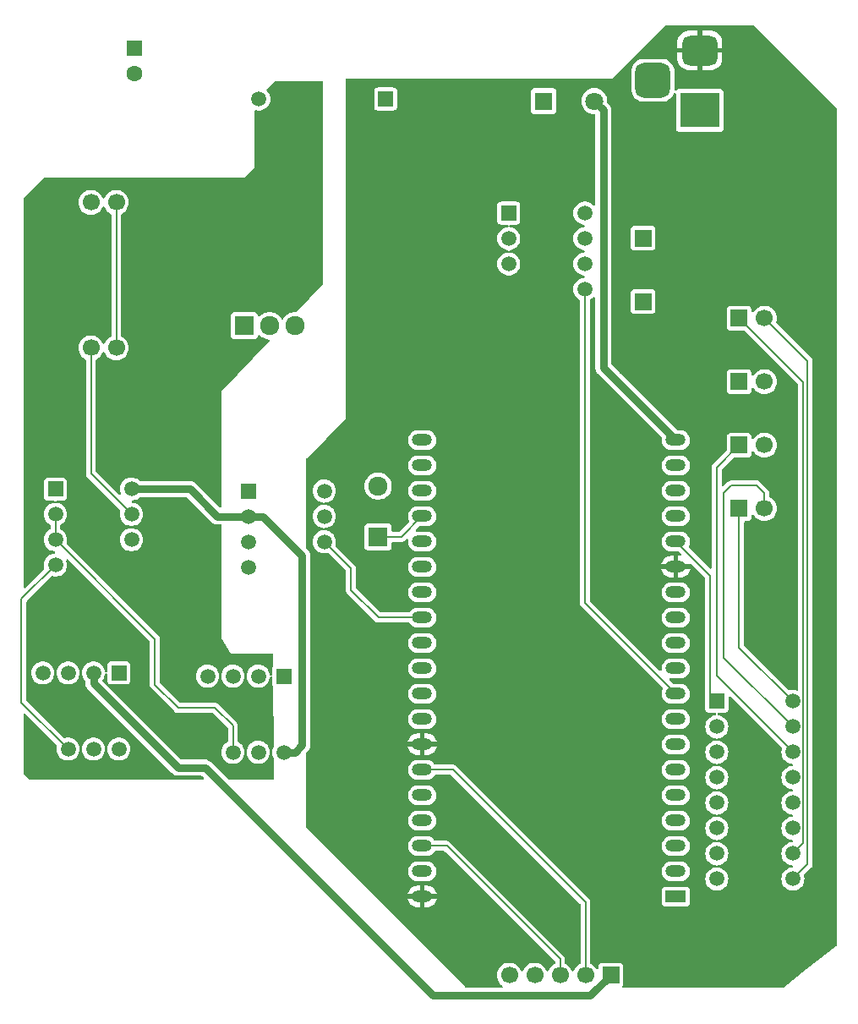
<source format=gbr>
%TF.GenerationSoftware,KiCad,Pcbnew,8.0.8*%
%TF.CreationDate,2025-02-05T15:07:18-06:00*%
%TF.ProjectId,DMXtoMotionPCB_V3,444d5874-6f4d-46f7-9469-6f6e5043425f,rev?*%
%TF.SameCoordinates,Original*%
%TF.FileFunction,Copper,L2,Bot*%
%TF.FilePolarity,Positive*%
%FSLAX46Y46*%
G04 Gerber Fmt 4.6, Leading zero omitted, Abs format (unit mm)*
G04 Created by KiCad (PCBNEW 8.0.8) date 2025-02-05 15:07:18*
%MOMM*%
%LPD*%
G01*
G04 APERTURE LIST*
G04 Aperture macros list*
%AMRoundRect*
0 Rectangle with rounded corners*
0 $1 Rounding radius*
0 $2 $3 $4 $5 $6 $7 $8 $9 X,Y pos of 4 corners*
0 Add a 4 corners polygon primitive as box body*
4,1,4,$2,$3,$4,$5,$6,$7,$8,$9,$2,$3,0*
0 Add four circle primitives for the rounded corners*
1,1,$1+$1,$2,$3*
1,1,$1+$1,$4,$5*
1,1,$1+$1,$6,$7*
1,1,$1+$1,$8,$9*
0 Add four rect primitives between the rounded corners*
20,1,$1+$1,$2,$3,$4,$5,0*
20,1,$1+$1,$4,$5,$6,$7,0*
20,1,$1+$1,$6,$7,$8,$9,0*
20,1,$1+$1,$8,$9,$2,$3,0*%
%AMRotRect*
0 Rectangle, with rotation*
0 The origin of the aperture is its center*
0 $1 length*
0 $2 width*
0 $3 Rotation angle, in degrees counterclockwise*
0 Add horizontal line*
21,1,$1,$2,0,0,$3*%
G04 Aperture macros list end*
%TA.AperFunction,ComponentPad*%
%ADD10R,1.920000X1.920000*%
%TD*%
%TA.AperFunction,ComponentPad*%
%ADD11C,1.920000*%
%TD*%
%TA.AperFunction,ComponentPad*%
%ADD12R,4.000000X3.500000*%
%TD*%
%TA.AperFunction,ComponentPad*%
%ADD13RoundRect,0.750000X-1.000000X0.750000X-1.000000X-0.750000X1.000000X-0.750000X1.000000X0.750000X0*%
%TD*%
%TA.AperFunction,ComponentPad*%
%ADD14RoundRect,0.875000X-0.875000X0.875000X-0.875000X-0.875000X0.875000X-0.875000X0.875000X0.875000X0*%
%TD*%
%TA.AperFunction,ComponentPad*%
%ADD15R,1.700000X1.700000*%
%TD*%
%TA.AperFunction,ComponentPad*%
%ADD16C,1.700000*%
%TD*%
%TA.AperFunction,ComponentPad*%
%ADD17R,1.500000X1.500000*%
%TD*%
%TA.AperFunction,ComponentPad*%
%ADD18C,1.500000*%
%TD*%
%TA.AperFunction,ComponentPad*%
%ADD19R,2.000000X1.200000*%
%TD*%
%TA.AperFunction,ComponentPad*%
%ADD20O,2.000000X1.200000*%
%TD*%
%TA.AperFunction,ComponentPad*%
%ADD21R,1.800000X1.800000*%
%TD*%
%TA.AperFunction,ComponentPad*%
%ADD22C,1.800000*%
%TD*%
%TA.AperFunction,ComponentPad*%
%ADD23RotRect,1.700000X1.700000X0.001684*%
%TD*%
%TA.AperFunction,ComponentPad*%
%ADD24R,1.600000X1.600000*%
%TD*%
%TA.AperFunction,ComponentPad*%
%ADD25C,1.600000*%
%TD*%
%TA.AperFunction,Conductor*%
%ADD26C,0.800000*%
%TD*%
%TA.AperFunction,Conductor*%
%ADD27C,0.200000*%
%TD*%
G04 APERTURE END LIST*
D10*
%TO.P,S4,1*%
%TO.N,Net_22*%
X141460000Y-106930000D03*
D11*
%TO.P,S4,2*%
%TO.N,GND*%
X141460000Y-104390000D03*
%TO.P,S4,3*%
%TO.N,N/C*%
X141460000Y-101850000D03*
%TD*%
D12*
%TO.P,J1,1,1*%
%TO.N,12V*%
X173680000Y-64220000D03*
D13*
%TO.P,J1,2,2*%
%TO.N,GND*%
X173680000Y-58220000D03*
D14*
%TO.P,J1,3,3*%
%TO.N,unconnected-(J1-Pad3)*%
X168980000Y-61220000D03*
%TD*%
D15*
%TO.P,J6,1*%
%TO.N,Net_46*%
X167987500Y-83369500D03*
D16*
%TO.P,J6,2*%
%TO.N,GND*%
X170527500Y-83369500D03*
%TD*%
D15*
%TO.P,J4,1*%
%TO.N,Net_40*%
X177617000Y-97751000D03*
D16*
%TO.P,J4,2*%
%TO.N,Net_41*%
X180157000Y-97751000D03*
%TD*%
D17*
%TO.P,VO2,1*%
%TO.N,N/C*%
X115481100Y-120561100D03*
D18*
%TO.P,VO2,2,VF+*%
%TO.N,3.3V_ESP*%
X112941100Y-120561100D03*
%TO.P,VO2,3,VF-*%
%TO.N,Net_9*%
X110401100Y-120561100D03*
%TO.P,VO2,4*%
%TO.N,N/C*%
X107861100Y-120561100D03*
%TO.P,VO2,5,GND*%
%TO.N,ISO-GND*%
X107861100Y-128181100D03*
%TO.P,VO2,6,VO*%
%TO.N,Net_15*%
X110401100Y-128181100D03*
%TO.P,VO2,7,VE*%
%TO.N,unconnected-(VO2-VE-Pad7)*%
X112941100Y-128181100D03*
%TO.P,VO2,8,VCC*%
%TO.N,ISO-5V*%
X115481100Y-128181100D03*
%TD*%
D15*
%TO.P,J5,1*%
%TO.N,3.3V_ESP*%
X164760000Y-150830000D03*
D16*
%TO.P,J5,2*%
%TO.N,Net_32*%
X162220000Y-150830000D03*
%TO.P,J5,3*%
%TO.N,Net_33*%
X159680000Y-150830000D03*
%TO.P,J5,4*%
%TO.N,But1*%
X157140000Y-150830000D03*
%TO.P,J5,5*%
%TO.N,But2*%
X154600000Y-150830000D03*
%TO.P,J5,6*%
%TO.N,GND*%
X152060000Y-150830000D03*
%TD*%
D17*
%TO.P,U2,1,RO*%
%TO.N,Net_13*%
X109131100Y-102146100D03*
D18*
%TO.P,U2,2,~{RE}*%
%TO.N,Net_14*%
X109131100Y-104686100D03*
%TO.P,U2,3,DE*%
X109131100Y-107226100D03*
%TO.P,U2,4,DI*%
%TO.N,Net_15*%
X109131100Y-109766100D03*
%TO.P,U2,5,GND*%
%TO.N,ISO-GND*%
X116751100Y-109766100D03*
%TO.P,U2,6,A*%
%TO.N,Net_17*%
X116751100Y-107226100D03*
%TO.P,U2,7,B*%
%TO.N,Net_16*%
X116751100Y-104686100D03*
%TO.P,U2,8,VCC*%
%TO.N,ISO-5V*%
X116751100Y-102146100D03*
%TD*%
D15*
%TO.P,J3,1*%
%TO.N,ISO-GND*%
X110150000Y-88010000D03*
D16*
%TO.P,J3,2*%
%TO.N,Net_16*%
X112690000Y-88010000D03*
%TO.P,J3,3*%
%TO.N,Net_17*%
X115230000Y-88010000D03*
%TD*%
D17*
%TO.P,U5,1,OUT*%
%TO.N,Net_46*%
X154533600Y-74523600D03*
D18*
%TO.P,U5,2,IN-*%
%TO.N,Net_47*%
X154533600Y-77063600D03*
%TO.P,U5,3,IN+*%
%TO.N,Net_24*%
X154533600Y-79603600D03*
%TO.P,U5,4,V-*%
%TO.N,GND*%
X154533600Y-82143600D03*
%TO.P,U5,5,IN+*%
%TO.N,Net_8*%
X162153600Y-82143600D03*
%TO.P,U5,6,IN-*%
%TO.N,Net_21*%
X162153600Y-79603600D03*
%TO.P,U5,7,OUT*%
%TO.N,Net_18*%
X162153600Y-77063600D03*
%TO.P,U5,8,V+*%
%TO.N,12V*%
X162153600Y-74523600D03*
%TD*%
D17*
%TO.P,VO4,1,Anode@1*%
%TO.N,Net_6*%
X175380000Y-123410000D03*
D18*
%TO.P,VO4,2,Cathode@1*%
%TO.N,Net_0*%
X175380000Y-125950000D03*
%TO.P,VO4,3,Anode@2*%
%TO.N,Net_7*%
X175380000Y-128490000D03*
%TO.P,VO4,4,Cathode@2*%
%TO.N,Net_35*%
X175380000Y-131030000D03*
%TO.P,VO4,5,Anode@3*%
%TO.N,Net_1*%
X175380000Y-133570000D03*
%TO.P,VO4,6,Cathode@3*%
%TO.N,Net_36*%
X175380000Y-136110000D03*
%TO.P,VO4,7,Anode@4*%
%TO.N,Net_2*%
X175380000Y-138650000D03*
%TO.P,VO4,8,Cathode@4*%
%TO.N,Net_37*%
X175380000Y-141190000D03*
%TO.P,VO4,9,Emitter@4*%
%TO.N,Net_45*%
X183000000Y-141190000D03*
%TO.P,VO4,10,Collector@4*%
%TO.N,Net_44*%
X183000000Y-138650000D03*
%TO.P,VO4,11,Emitter@3*%
%TO.N,Net_43*%
X183000000Y-136110000D03*
%TO.P,VO4,12,Collector@3*%
%TO.N,Net_42*%
X183000000Y-133570000D03*
%TO.P,VO4,13,Emitter@2*%
%TO.N,Net_41*%
X183000000Y-131030000D03*
%TO.P,VO4,14,Collector@2*%
%TO.N,Net_40*%
X183000000Y-128490000D03*
%TO.P,VO4,15,Emitter@1*%
%TO.N,Net_38*%
X183000000Y-125950000D03*
%TO.P,VO4,16,Collector@1*%
%TO.N,Net_39*%
X183000000Y-123410000D03*
%TD*%
D17*
%TO.P,U1,1*%
%TO.N,5V*%
X142202600Y-63093600D03*
D18*
%TO.P,U1,2*%
%TO.N,GND*%
X139662600Y-63093600D03*
%TO.P,U1,5*%
%TO.N,ISO-GND*%
X134582600Y-63093600D03*
%TO.P,U1,7*%
%TO.N,ISO-5V*%
X129502600Y-63093600D03*
%TD*%
D19*
%TO.P,U6,1,3.3V*%
%TO.N,3.3V_ESP*%
X171270000Y-142960000D03*
D20*
%TO.P,U6,2,EN*%
%TO.N,unconnected-(U6-EN-Pad2)*%
X171270000Y-140420000D03*
%TO.P,U6,3,VP*%
%TO.N,unconnected-(U6-VP-Pad3)*%
X171270000Y-137880000D03*
%TO.P,U6,4,VN*%
%TO.N,unconnected-(U6-VN-Pad4)*%
X171270000Y-135340000D03*
%TO.P,U6,5,34*%
%TO.N,unconnected-(U6-34-Pad5)*%
X171270000Y-132800000D03*
%TO.P,U6,6,35*%
%TO.N,unconnected-(U6-35-Pad6)*%
X171270000Y-130260000D03*
%TO.P,U6,7,32*%
%TO.N,unconnected-(U6-32-Pad7)*%
X171270000Y-127720000D03*
%TO.P,U6,8,33*%
%TO.N,unconnected-(U6-33-Pad8)*%
X171270000Y-125180000D03*
%TO.P,U6,9,25*%
%TO.N,Net_8*%
X171270000Y-122640000D03*
%TO.P,U6,10,26*%
%TO.N,Net_24*%
X171270000Y-120100000D03*
%TO.P,U6,11,27*%
%TO.N,Net_2*%
X171270000Y-117560000D03*
%TO.P,U6,12,14*%
%TO.N,Net_1*%
X171270000Y-115020000D03*
%TO.P,U6,13,12*%
%TO.N,Net_7*%
X171270000Y-112480000D03*
%TO.P,U6,14,GND*%
%TO.N,GND*%
X171270000Y-109940000D03*
%TO.P,U6,15,13*%
%TO.N,Net_6*%
X171270000Y-107400000D03*
%TO.P,U6,16,D2*%
%TO.N,unconnected-(U6-D2-Pad16)*%
X171270000Y-104860000D03*
%TO.P,U6,17,D3*%
%TO.N,unconnected-(U6-D3-Pad17)*%
X171270000Y-102320000D03*
%TO.P,U6,18,CMD*%
%TO.N,unconnected-(U6-CMD-Pad18)*%
X171270000Y-99780000D03*
%TO.P,U6,19,5V*%
%TO.N,5V*%
X171270000Y-97240000D03*
%TO.P,U6,20,SCK/CLK*%
%TO.N,unconnected-(U6-SCK{slash}CLK-Pad20)*%
X145873680Y-97242720D03*
%TO.P,U6,21,SDO/SD0*%
%TO.N,unconnected-(U6-SDO{slash}SD0-Pad21)*%
X145873680Y-99782720D03*
%TO.P,U6,22,SDI/SD1*%
%TO.N,unconnected-(U6-SDI{slash}SD1-Pad22)*%
X145870000Y-102320000D03*
%TO.P,U6,23,IO15*%
%TO.N,Net_22*%
X145870000Y-104860000D03*
%TO.P,U6,24,IO2*%
%TO.N,unconnected-(U6-IO2-Pad24)*%
X145870000Y-107400000D03*
%TO.P,U6,25,IO0*%
%TO.N,unconnected-(U6-IO0-Pad25)*%
X145870000Y-109940000D03*
%TO.P,U6,26,IO4*%
%TO.N,unconnected-(U6-IO4-Pad26)*%
X145870000Y-112480000D03*
%TO.P,U6,27,IO16/RX2*%
%TO.N,RX*%
X145870000Y-115020000D03*
%TO.P,U6,28,IO17/TX2*%
%TO.N,TX*%
X145870000Y-117560000D03*
%TO.P,U6,29,IO5*%
%TO.N,unconnected-(U6-IO5-Pad29)*%
X145870000Y-120100000D03*
%TO.P,U6,30,IO18*%
%TO.N,But1*%
X145870000Y-122640000D03*
%TO.P,U6,31,IO19*%
%TO.N,But2*%
X145870000Y-125180000D03*
%TO.P,U6,32,GND*%
%TO.N,GND*%
X145870000Y-127720000D03*
%TO.P,U6,33,IO21*%
%TO.N,Net_32*%
X145870000Y-130260000D03*
%TO.P,U6,34,RXD0/IO3*%
%TO.N,unconnected-(U6-RXD0{slash}IO3-Pad34)*%
X145870000Y-132800000D03*
%TO.P,U6,35,TXD0/IO1*%
%TO.N,unconnected-(U6-TXD0{slash}IO1-Pad35)*%
X145870000Y-135340000D03*
%TO.P,U6,36,IO22*%
%TO.N,Net_33*%
X145870000Y-137880000D03*
%TO.P,U6,37,IO23*%
%TO.N,Net_10*%
X145870000Y-140420000D03*
%TO.P,U6,38,GND*%
%TO.N,GND*%
X145870000Y-142960000D03*
%TD*%
D21*
%TO.P,U4,1,IN*%
%TO.N,12V*%
X158026100Y-63306100D03*
D22*
%TO.P,U4,2,OUT*%
%TO.N,5V*%
X163106100Y-63306100D03*
%TO.P,U4,3,GND*%
%TO.N,GND*%
X160566100Y-63306100D03*
%TD*%
D23*
%TO.P,J8,1*%
%TO.N,Net_39*%
X177617000Y-104102037D03*
D16*
%TO.P,J8,2*%
%TO.N,Net_38*%
X180157000Y-104101963D03*
%TD*%
D23*
%TO.P,J7,1*%
%TO.N,Net_18*%
X167987500Y-77019537D03*
D16*
%TO.P,J7,2*%
%TO.N,GND*%
X170527500Y-77019463D03*
%TD*%
D15*
%TO.P,J10,1*%
%TO.N,Net_42*%
X177617000Y-91400000D03*
D16*
%TO.P,J10,2*%
%TO.N,Net_43*%
X180157000Y-91400000D03*
%TD*%
D15*
%TO.P,J9,1*%
%TO.N,Net_44*%
X177617000Y-85049500D03*
D16*
%TO.P,J9,2*%
%TO.N,Net_45*%
X180157000Y-85049500D03*
%TD*%
D17*
%TO.P,VO1,1*%
%TO.N,N/C*%
X128440000Y-102340000D03*
D18*
%TO.P,VO1,2,VF+*%
%TO.N,ISO-5V*%
X128440000Y-104880000D03*
%TO.P,VO1,3,VF-*%
%TO.N,Net_12*%
X128440000Y-107420000D03*
%TO.P,VO1,4*%
%TO.N,N/C*%
X128440000Y-109960000D03*
%TO.P,VO1,5,GND*%
%TO.N,GND*%
X136060000Y-109960000D03*
%TO.P,VO1,6,VO*%
%TO.N,RX*%
X136060000Y-107420000D03*
%TO.P,VO1,7,VE*%
%TO.N,unconnected-(VO1-VE-Pad7)*%
X136060000Y-104880000D03*
%TO.P,VO1,8,VCC*%
%TO.N,3.3V_ESP*%
X136060000Y-102340000D03*
%TD*%
D24*
%TO.P,D1,1,K*%
%TO.N,Net_4*%
X117068600Y-58013600D03*
D25*
%TO.P,D1,2,A*%
%TO.N,ISO-5V*%
X117068600Y-60553600D03*
%TD*%
D10*
%TO.P,S3,1*%
%TO.N,N/C*%
X128060000Y-85800000D03*
D11*
%TO.P,S3,2*%
%TO.N,Net_17*%
X130600000Y-85800000D03*
%TO.P,S3,3*%
%TO.N,Net_34*%
X133140000Y-85800000D03*
%TD*%
D17*
%TO.P,VO3,1*%
%TO.N,N/C*%
X131991100Y-120878600D03*
D18*
%TO.P,VO3,2,VF+*%
%TO.N,3.3V_ESP*%
X129451100Y-120878600D03*
%TO.P,VO3,3,VF-*%
%TO.N,Net_11*%
X126911100Y-120878600D03*
%TO.P,VO3,4*%
%TO.N,N/C*%
X124371100Y-120878600D03*
%TO.P,VO3,5,GND*%
%TO.N,ISO-GND*%
X124371100Y-128498600D03*
%TO.P,VO3,6,VO*%
%TO.N,Net_14*%
X126911100Y-128498600D03*
%TO.P,VO3,7,VE*%
%TO.N,unconnected-(VO3-VE-Pad7)*%
X129451100Y-128498600D03*
%TO.P,VO3,8,VCC*%
%TO.N,ISO-5V*%
X131991100Y-128498600D03*
%TD*%
D15*
%TO.P,J2,1*%
%TO.N,ISO-GND*%
X110150000Y-73450000D03*
D16*
%TO.P,J2,2*%
%TO.N,Net_16*%
X112690000Y-73450000D03*
%TO.P,J2,3*%
%TO.N,Net_17*%
X115230000Y-73450000D03*
%TD*%
D26*
%TO.N,3.3V_ESP*%
X124138600Y-130048600D02*
X146960000Y-152870000D01*
X121418600Y-130048600D02*
X124138600Y-130048600D01*
X112941100Y-121571100D02*
X121418600Y-130048600D01*
X112941100Y-120561100D02*
X112941100Y-121571100D01*
X146960000Y-152870000D02*
X162720000Y-152870000D01*
X162720000Y-152870000D02*
X164760000Y-150830000D01*
%TO.N,5V*%
X164006100Y-64206100D02*
X164006100Y-89976100D01*
X164006100Y-89976100D02*
X171270000Y-97240000D01*
X163106100Y-63306100D02*
X164006100Y-64206100D01*
%TO.N,ISO-5V*%
X116751100Y-102146100D02*
X122606100Y-102146100D01*
X133850000Y-108840000D02*
X133850000Y-127790000D01*
X125340000Y-104880000D02*
X128440000Y-104880000D01*
X122606100Y-102146100D02*
X125340000Y-104880000D01*
X133141400Y-128498600D02*
X131991100Y-128498600D01*
X128440000Y-104880000D02*
X129890000Y-104880000D01*
X133850000Y-127790000D02*
X133141400Y-128498600D01*
X129890000Y-104880000D02*
X133850000Y-108840000D01*
D27*
%TO.N,Net_16*%
X112690000Y-100625000D02*
X116751100Y-104686100D01*
X112690000Y-88010000D02*
X112690000Y-100625000D01*
%TO.N,Net_17*%
X115230000Y-73450000D02*
X115230000Y-83040000D01*
X115230000Y-83040000D02*
X115230000Y-88010000D01*
%TO.N,Net_22*%
X143800000Y-106930000D02*
X145870000Y-104860000D01*
X141460000Y-106930000D02*
X143800000Y-106930000D01*
%TO.N,Net_32*%
X145870000Y-130260000D02*
X148990000Y-130260000D01*
X148990000Y-130260000D02*
X162220000Y-143490000D01*
X162220000Y-143490000D02*
X162220000Y-150830000D01*
%TO.N,Net_33*%
X159680000Y-149230000D02*
X159680000Y-150830000D01*
X148330000Y-137880000D02*
X145870000Y-137880000D01*
X148330000Y-137880000D02*
X159680000Y-149230000D01*
%TO.N,Net_38*%
X180157000Y-104101963D02*
X180157000Y-102567000D01*
X176060000Y-119010000D02*
X183000000Y-125950000D01*
X176810000Y-101800000D02*
X176060000Y-102550000D01*
X176060000Y-102550000D02*
X176060000Y-119010000D01*
X179390000Y-101800000D02*
X176810000Y-101800000D01*
X180157000Y-102567000D02*
X179390000Y-101800000D01*
%TO.N,Net_39*%
X177617000Y-118027000D02*
X177617000Y-104102037D01*
X183000000Y-123410000D02*
X177617000Y-118027000D01*
%TO.N,Net_40*%
X175380000Y-120870000D02*
X175380000Y-99988000D01*
X175380000Y-99988000D02*
X177617000Y-97751000D01*
X183000000Y-128490000D02*
X175380000Y-120870000D01*
%TO.N,Net_44*%
X184050000Y-137600000D02*
X183000000Y-138650000D01*
X177617000Y-85049500D02*
X184050000Y-91482500D01*
X184050000Y-91482500D02*
X184050000Y-137600000D01*
%TO.N,Net_45*%
X184450000Y-89342500D02*
X180157000Y-85049500D01*
X183000000Y-141190000D02*
X184450000Y-139740000D01*
X184450000Y-139740000D02*
X184450000Y-89342500D01*
%TO.N,RX*%
X141480000Y-115020000D02*
X145870000Y-115020000D01*
X138750000Y-112290000D02*
X138750000Y-110110000D01*
X138750000Y-112290000D02*
X141480000Y-115020000D01*
X138750000Y-110110000D02*
X136060000Y-107420000D01*
%TO.N,Net_6*%
X171270000Y-107400000D02*
X174720000Y-110850000D01*
X174720000Y-110850000D02*
X174720000Y-122750000D01*
X174720000Y-122750000D02*
X175380000Y-123410000D01*
%TO.N,Net_8*%
X162153600Y-113523600D02*
X171270000Y-122640000D01*
X162153600Y-82143600D02*
X162153600Y-113523600D01*
%TO.N,Net_14*%
X119100000Y-121750000D02*
X121410000Y-124060000D01*
X126911100Y-125841100D02*
X126911100Y-128498600D01*
X119100000Y-117195000D02*
X119100000Y-121750000D01*
X121410000Y-124060000D02*
X125130000Y-124060000D01*
X109131100Y-107226100D02*
X119100000Y-117195000D01*
X109131100Y-104686100D02*
X109131100Y-107226100D01*
X125130000Y-124060000D02*
X126911100Y-125841100D01*
%TO.N,Net_15*%
X110401100Y-128181100D02*
X105730000Y-123510000D01*
X105730000Y-113167200D02*
X109131100Y-109766100D01*
X105730000Y-123510000D02*
X105730000Y-113167200D01*
%TO.N,unconnected-(U6-IO2-Pad24)*%
X145840000Y-106930000D02*
X145860000Y-106910000D01*
%TD*%
%TA.AperFunction,Conductor*%
%TO.N,GND*%
G36*
X179095677Y-55719685D02*
G01*
X179116319Y-55736319D01*
X187353681Y-63973681D01*
X187387166Y-64035004D01*
X187390000Y-64061362D01*
X187390000Y-147786239D01*
X187370315Y-147853278D01*
X187342729Y-147883648D01*
X184388203Y-150210932D01*
X182028721Y-152069500D01*
X182023758Y-152073409D01*
X181958914Y-152099429D01*
X181947029Y-152100000D01*
X166047840Y-152100000D01*
X165980801Y-152080315D01*
X165935046Y-152027511D01*
X165925102Y-151958353D01*
X165937355Y-151919705D01*
X165938048Y-151918343D01*
X165938050Y-151918342D01*
X165995646Y-151805304D01*
X165995646Y-151805302D01*
X165995647Y-151805301D01*
X166010499Y-151711524D01*
X166010500Y-151711519D01*
X166010499Y-149948482D01*
X165995646Y-149854696D01*
X165938050Y-149741658D01*
X165938046Y-149741654D01*
X165938045Y-149741652D01*
X165848347Y-149651954D01*
X165848344Y-149651952D01*
X165848342Y-149651950D01*
X165771517Y-149612805D01*
X165735301Y-149594352D01*
X165641524Y-149579500D01*
X163878482Y-149579500D01*
X163797519Y-149592323D01*
X163784696Y-149594354D01*
X163671658Y-149651950D01*
X163671657Y-149651951D01*
X163671652Y-149651954D01*
X163581954Y-149741652D01*
X163581951Y-149741657D01*
X163581950Y-149741658D01*
X163562751Y-149779337D01*
X163524352Y-149854698D01*
X163509500Y-149948475D01*
X163509500Y-150098138D01*
X163489815Y-150165177D01*
X163437011Y-150210932D01*
X163367853Y-150220876D01*
X163304297Y-150191851D01*
X163283925Y-150169261D01*
X163181599Y-150023124D01*
X163106950Y-149948475D01*
X163026877Y-149868402D01*
X162847639Y-149742898D01*
X162792093Y-149716996D01*
X162739655Y-149670824D01*
X162720500Y-149604615D01*
X162720500Y-143424110D01*
X162720500Y-143424108D01*
X162686392Y-143296814D01*
X162620500Y-143182686D01*
X162527314Y-143089500D01*
X161766289Y-142328475D01*
X169869500Y-142328475D01*
X169869500Y-143591517D01*
X169880292Y-143659657D01*
X169884354Y-143685304D01*
X169941950Y-143798342D01*
X169941952Y-143798344D01*
X169941954Y-143798347D01*
X170031652Y-143888045D01*
X170031654Y-143888046D01*
X170031658Y-143888050D01*
X170144694Y-143945645D01*
X170144698Y-143945647D01*
X170238475Y-143960499D01*
X170238481Y-143960500D01*
X172301518Y-143960499D01*
X172395304Y-143945646D01*
X172508342Y-143888050D01*
X172598050Y-143798342D01*
X172655646Y-143685304D01*
X172655646Y-143685302D01*
X172655647Y-143685301D01*
X172670499Y-143591524D01*
X172670500Y-143591519D01*
X172670499Y-142328482D01*
X172655646Y-142234696D01*
X172598050Y-142121658D01*
X172598046Y-142121654D01*
X172598045Y-142121652D01*
X172508347Y-142031954D01*
X172508344Y-142031952D01*
X172508342Y-142031950D01*
X172431517Y-141992805D01*
X172395301Y-141974352D01*
X172301524Y-141959500D01*
X170238482Y-141959500D01*
X170157519Y-141972323D01*
X170144696Y-141974354D01*
X170031658Y-142031950D01*
X170031657Y-142031951D01*
X170031652Y-142031954D01*
X169941954Y-142121652D01*
X169941951Y-142121657D01*
X169884352Y-142234698D01*
X169869500Y-142328475D01*
X161766289Y-142328475D01*
X159956357Y-140518543D01*
X169869499Y-140518543D01*
X169907947Y-140711829D01*
X169907950Y-140711839D01*
X169983364Y-140893907D01*
X169983371Y-140893920D01*
X170092860Y-141057781D01*
X170092863Y-141057785D01*
X170232214Y-141197136D01*
X170232218Y-141197139D01*
X170396079Y-141306628D01*
X170396092Y-141306635D01*
X170578160Y-141382049D01*
X170578165Y-141382051D01*
X170578169Y-141382051D01*
X170578170Y-141382052D01*
X170771456Y-141420500D01*
X170771459Y-141420500D01*
X171768543Y-141420500D01*
X171898582Y-141394632D01*
X171961835Y-141382051D01*
X172143914Y-141306632D01*
X172307782Y-141197139D01*
X172447139Y-141057782D01*
X172556632Y-140893914D01*
X172632051Y-140711835D01*
X172670500Y-140518541D01*
X172670500Y-140321459D01*
X172670500Y-140321456D01*
X172632052Y-140128170D01*
X172632051Y-140128169D01*
X172632051Y-140128165D01*
X172632049Y-140128160D01*
X172556635Y-139946092D01*
X172556628Y-139946079D01*
X172447139Y-139782218D01*
X172447136Y-139782214D01*
X172307785Y-139642863D01*
X172307781Y-139642860D01*
X172143920Y-139533371D01*
X172143907Y-139533364D01*
X171961839Y-139457950D01*
X171961829Y-139457947D01*
X171768543Y-139419500D01*
X171768541Y-139419500D01*
X170771459Y-139419500D01*
X170771457Y-139419500D01*
X170578170Y-139457947D01*
X170578160Y-139457950D01*
X170396092Y-139533364D01*
X170396079Y-139533371D01*
X170232218Y-139642860D01*
X170232214Y-139642863D01*
X170092863Y-139782214D01*
X170092860Y-139782218D01*
X169983371Y-139946079D01*
X169983364Y-139946092D01*
X169907950Y-140128160D01*
X169907947Y-140128170D01*
X169869500Y-140321456D01*
X169869500Y-140321459D01*
X169869500Y-140518541D01*
X169869500Y-140518543D01*
X169869499Y-140518543D01*
X159956357Y-140518543D01*
X157416357Y-137978543D01*
X169869499Y-137978543D01*
X169907947Y-138171829D01*
X169907950Y-138171839D01*
X169983364Y-138353907D01*
X169983371Y-138353920D01*
X170092860Y-138517781D01*
X170092863Y-138517785D01*
X170232214Y-138657136D01*
X170232218Y-138657139D01*
X170396079Y-138766628D01*
X170396092Y-138766635D01*
X170578160Y-138842049D01*
X170578165Y-138842051D01*
X170578169Y-138842051D01*
X170578170Y-138842052D01*
X170771456Y-138880500D01*
X170771459Y-138880500D01*
X171768543Y-138880500D01*
X171898582Y-138854632D01*
X171961835Y-138842051D01*
X172143914Y-138766632D01*
X172307782Y-138657139D01*
X172447139Y-138517782D01*
X172556632Y-138353914D01*
X172632051Y-138171835D01*
X172670500Y-137978541D01*
X172670500Y-137781459D01*
X172670500Y-137781456D01*
X172632052Y-137588170D01*
X172632051Y-137588169D01*
X172632051Y-137588165D01*
X172632049Y-137588160D01*
X172556635Y-137406092D01*
X172556628Y-137406079D01*
X172447139Y-137242218D01*
X172447136Y-137242214D01*
X172307785Y-137102863D01*
X172307781Y-137102860D01*
X172143920Y-136993371D01*
X172143907Y-136993364D01*
X171961839Y-136917950D01*
X171961829Y-136917947D01*
X171768543Y-136879500D01*
X171768541Y-136879500D01*
X170771459Y-136879500D01*
X170771457Y-136879500D01*
X170578170Y-136917947D01*
X170578160Y-136917950D01*
X170396092Y-136993364D01*
X170396079Y-136993371D01*
X170232218Y-137102860D01*
X170232214Y-137102863D01*
X170092863Y-137242214D01*
X170092860Y-137242218D01*
X169983371Y-137406079D01*
X169983364Y-137406092D01*
X169907950Y-137588160D01*
X169907947Y-137588170D01*
X169869500Y-137781456D01*
X169869500Y-137781459D01*
X169869500Y-137978541D01*
X169869500Y-137978543D01*
X169869499Y-137978543D01*
X157416357Y-137978543D01*
X154876357Y-135438543D01*
X169869499Y-135438543D01*
X169907947Y-135631829D01*
X169907950Y-135631839D01*
X169983364Y-135813907D01*
X169983371Y-135813920D01*
X170092860Y-135977781D01*
X170092863Y-135977785D01*
X170232214Y-136117136D01*
X170232218Y-136117139D01*
X170396079Y-136226628D01*
X170396092Y-136226635D01*
X170578160Y-136302049D01*
X170578165Y-136302051D01*
X170578169Y-136302051D01*
X170578170Y-136302052D01*
X170771456Y-136340500D01*
X170771459Y-136340500D01*
X171768543Y-136340500D01*
X171898582Y-136314632D01*
X171961835Y-136302051D01*
X172143914Y-136226632D01*
X172307782Y-136117139D01*
X172447139Y-135977782D01*
X172556632Y-135813914D01*
X172632051Y-135631835D01*
X172670500Y-135438541D01*
X172670500Y-135241459D01*
X172670500Y-135241456D01*
X172632052Y-135048170D01*
X172632051Y-135048169D01*
X172632051Y-135048165D01*
X172611554Y-134998680D01*
X172556635Y-134866092D01*
X172556628Y-134866079D01*
X172447139Y-134702218D01*
X172447136Y-134702214D01*
X172307785Y-134562863D01*
X172307781Y-134562860D01*
X172143920Y-134453371D01*
X172143907Y-134453364D01*
X171961839Y-134377950D01*
X171961829Y-134377947D01*
X171768543Y-134339500D01*
X171768541Y-134339500D01*
X170771459Y-134339500D01*
X170771457Y-134339500D01*
X170578170Y-134377947D01*
X170578160Y-134377950D01*
X170396092Y-134453364D01*
X170396079Y-134453371D01*
X170232218Y-134562860D01*
X170232214Y-134562863D01*
X170092863Y-134702214D01*
X170092860Y-134702218D01*
X169983371Y-134866079D01*
X169983364Y-134866092D01*
X169907950Y-135048160D01*
X169907947Y-135048170D01*
X169869500Y-135241456D01*
X169869500Y-135241459D01*
X169869500Y-135438541D01*
X169869500Y-135438543D01*
X169869499Y-135438543D01*
X154876357Y-135438543D01*
X152336357Y-132898543D01*
X169869499Y-132898543D01*
X169907947Y-133091829D01*
X169907950Y-133091839D01*
X169983364Y-133273907D01*
X169983371Y-133273920D01*
X170092860Y-133437781D01*
X170092863Y-133437785D01*
X170232214Y-133577136D01*
X170232218Y-133577139D01*
X170396079Y-133686628D01*
X170396092Y-133686635D01*
X170578160Y-133762049D01*
X170578165Y-133762051D01*
X170578169Y-133762051D01*
X170578170Y-133762052D01*
X170771456Y-133800500D01*
X170771459Y-133800500D01*
X171768543Y-133800500D01*
X171898582Y-133774632D01*
X171961835Y-133762051D01*
X172143914Y-133686632D01*
X172307782Y-133577139D01*
X172447139Y-133437782D01*
X172556632Y-133273914D01*
X172632051Y-133091835D01*
X172670500Y-132898541D01*
X172670500Y-132701459D01*
X172670500Y-132701456D01*
X172632052Y-132508170D01*
X172632051Y-132508169D01*
X172632051Y-132508165D01*
X172611554Y-132458680D01*
X172556635Y-132326092D01*
X172556628Y-132326079D01*
X172447139Y-132162218D01*
X172447136Y-132162214D01*
X172307785Y-132022863D01*
X172307781Y-132022860D01*
X172143920Y-131913371D01*
X172143907Y-131913364D01*
X171961839Y-131837950D01*
X171961829Y-131837947D01*
X171768543Y-131799500D01*
X171768541Y-131799500D01*
X170771459Y-131799500D01*
X170771457Y-131799500D01*
X170578170Y-131837947D01*
X170578160Y-131837950D01*
X170396092Y-131913364D01*
X170396079Y-131913371D01*
X170232218Y-132022860D01*
X170232214Y-132022863D01*
X170092863Y-132162214D01*
X170092860Y-132162218D01*
X169983371Y-132326079D01*
X169983364Y-132326092D01*
X169907950Y-132508160D01*
X169907947Y-132508170D01*
X169869500Y-132701456D01*
X169869500Y-132701459D01*
X169869500Y-132898541D01*
X169869500Y-132898543D01*
X169869499Y-132898543D01*
X152336357Y-132898543D01*
X149796357Y-130358543D01*
X169869499Y-130358543D01*
X169907947Y-130551829D01*
X169907950Y-130551839D01*
X169983364Y-130733907D01*
X169983371Y-130733920D01*
X170092860Y-130897781D01*
X170092863Y-130897785D01*
X170232214Y-131037136D01*
X170232218Y-131037139D01*
X170396079Y-131146628D01*
X170396092Y-131146635D01*
X170578160Y-131222049D01*
X170578165Y-131222051D01*
X170578169Y-131222051D01*
X170578170Y-131222052D01*
X170771456Y-131260500D01*
X170771459Y-131260500D01*
X171768543Y-131260500D01*
X171898582Y-131234632D01*
X171961835Y-131222051D01*
X172143914Y-131146632D01*
X172307782Y-131037139D01*
X172447139Y-130897782D01*
X172556632Y-130733914D01*
X172632051Y-130551835D01*
X172670500Y-130358541D01*
X172670500Y-130161459D01*
X172670500Y-130161456D01*
X172632052Y-129968170D01*
X172632051Y-129968169D01*
X172632051Y-129968165D01*
X172611554Y-129918680D01*
X172556635Y-129786092D01*
X172556628Y-129786079D01*
X172447139Y-129622218D01*
X172447136Y-129622214D01*
X172307785Y-129482863D01*
X172307781Y-129482860D01*
X172143920Y-129373371D01*
X172143907Y-129373364D01*
X171961839Y-129297950D01*
X171961829Y-129297947D01*
X171768543Y-129259500D01*
X171768541Y-129259500D01*
X170771459Y-129259500D01*
X170771457Y-129259500D01*
X170578170Y-129297947D01*
X170578160Y-129297950D01*
X170396092Y-129373364D01*
X170396079Y-129373371D01*
X170232218Y-129482860D01*
X170232214Y-129482863D01*
X170092863Y-129622214D01*
X170092860Y-129622218D01*
X169983371Y-129786079D01*
X169983364Y-129786092D01*
X169907950Y-129968160D01*
X169907947Y-129968170D01*
X169869500Y-130161456D01*
X169869500Y-130161459D01*
X169869500Y-130358541D01*
X169869500Y-130358543D01*
X169869499Y-130358543D01*
X149796357Y-130358543D01*
X149297314Y-129859500D01*
X149240250Y-129826554D01*
X149183187Y-129793608D01*
X149119539Y-129776554D01*
X149055892Y-129759500D01*
X149055891Y-129759500D01*
X147205147Y-129759500D01*
X147138108Y-129739815D01*
X147102045Y-129704391D01*
X147047139Y-129622218D01*
X147047137Y-129622215D01*
X146907785Y-129482863D01*
X146907781Y-129482860D01*
X146743920Y-129373371D01*
X146743907Y-129373364D01*
X146561839Y-129297950D01*
X146561829Y-129297947D01*
X146368543Y-129259500D01*
X146368541Y-129259500D01*
X145371459Y-129259500D01*
X145371457Y-129259500D01*
X145178170Y-129297947D01*
X145178160Y-129297950D01*
X144996092Y-129373364D01*
X144996079Y-129373371D01*
X144832218Y-129482860D01*
X144832214Y-129482863D01*
X144692863Y-129622214D01*
X144692860Y-129622218D01*
X144583371Y-129786079D01*
X144583364Y-129786092D01*
X144507950Y-129968160D01*
X144507947Y-129968170D01*
X144469500Y-130161456D01*
X144469500Y-130161459D01*
X144469500Y-130358541D01*
X144469500Y-130358543D01*
X144469499Y-130358543D01*
X144507947Y-130551829D01*
X144507950Y-130551839D01*
X144583364Y-130733907D01*
X144583371Y-130733920D01*
X144692860Y-130897781D01*
X144692863Y-130897785D01*
X144832214Y-131037136D01*
X144832218Y-131037139D01*
X144996079Y-131146628D01*
X144996092Y-131146635D01*
X145178160Y-131222049D01*
X145178165Y-131222051D01*
X145178169Y-131222051D01*
X145178170Y-131222052D01*
X145371456Y-131260500D01*
X145371459Y-131260500D01*
X146368543Y-131260500D01*
X146498582Y-131234632D01*
X146561835Y-131222051D01*
X146743914Y-131146632D01*
X146907782Y-131037139D01*
X147047139Y-130897782D01*
X147102045Y-130815608D01*
X147155657Y-130770804D01*
X147205147Y-130760500D01*
X148731324Y-130760500D01*
X148798363Y-130780185D01*
X148819005Y-130796819D01*
X161683181Y-143660995D01*
X161716666Y-143722318D01*
X161719500Y-143748676D01*
X161719500Y-149604615D01*
X161699815Y-149671654D01*
X161647906Y-149716997D01*
X161592359Y-149742899D01*
X161413121Y-149868402D01*
X161258402Y-150023121D01*
X161132900Y-150202357D01*
X161132898Y-150202361D01*
X161062382Y-150353583D01*
X161016209Y-150406022D01*
X160949016Y-150425174D01*
X160882135Y-150404958D01*
X160837618Y-150353583D01*
X160771098Y-150210932D01*
X160767102Y-150202362D01*
X160767100Y-150202359D01*
X160767099Y-150202357D01*
X160641599Y-150023124D01*
X160566950Y-149948475D01*
X160486877Y-149868402D01*
X160307639Y-149742898D01*
X160252093Y-149716996D01*
X160199655Y-149670824D01*
X160180500Y-149604615D01*
X160180500Y-149164110D01*
X160180500Y-149164108D01*
X160146392Y-149036814D01*
X160080500Y-148922686D01*
X159987314Y-148829500D01*
X148637314Y-137479500D01*
X148580250Y-137446554D01*
X148523187Y-137413608D01*
X148445103Y-137392686D01*
X148395892Y-137379500D01*
X148395891Y-137379500D01*
X147205147Y-137379500D01*
X147138108Y-137359815D01*
X147102045Y-137324391D01*
X147047139Y-137242218D01*
X147047137Y-137242215D01*
X146907785Y-137102863D01*
X146907781Y-137102860D01*
X146743920Y-136993371D01*
X146743907Y-136993364D01*
X146561839Y-136917950D01*
X146561829Y-136917947D01*
X146368543Y-136879500D01*
X146368541Y-136879500D01*
X145371459Y-136879500D01*
X145371457Y-136879500D01*
X145178170Y-136917947D01*
X145178160Y-136917950D01*
X144996092Y-136993364D01*
X144996079Y-136993371D01*
X144832218Y-137102860D01*
X144832214Y-137102863D01*
X144692863Y-137242214D01*
X144692860Y-137242218D01*
X144583371Y-137406079D01*
X144583364Y-137406092D01*
X144507950Y-137588160D01*
X144507947Y-137588170D01*
X144469500Y-137781456D01*
X144469500Y-137781459D01*
X144469500Y-137978541D01*
X144469500Y-137978543D01*
X144469499Y-137978543D01*
X144507947Y-138171829D01*
X144507950Y-138171839D01*
X144583364Y-138353907D01*
X144583371Y-138353920D01*
X144692860Y-138517781D01*
X144692863Y-138517785D01*
X144832214Y-138657136D01*
X144832218Y-138657139D01*
X144996079Y-138766628D01*
X144996092Y-138766635D01*
X145178160Y-138842049D01*
X145178165Y-138842051D01*
X145178169Y-138842051D01*
X145178170Y-138842052D01*
X145371456Y-138880500D01*
X145371459Y-138880500D01*
X146368543Y-138880500D01*
X146498582Y-138854632D01*
X146561835Y-138842051D01*
X146743914Y-138766632D01*
X146907782Y-138657139D01*
X147047139Y-138517782D01*
X147102045Y-138435608D01*
X147155657Y-138390804D01*
X147205147Y-138380500D01*
X148071324Y-138380500D01*
X148138363Y-138400185D01*
X148159005Y-138416819D01*
X159143181Y-149400995D01*
X159176666Y-149462318D01*
X159179500Y-149488676D01*
X159179500Y-149604615D01*
X159159815Y-149671654D01*
X159107906Y-149716997D01*
X159052359Y-149742899D01*
X158873121Y-149868402D01*
X158718402Y-150023121D01*
X158592900Y-150202357D01*
X158592898Y-150202361D01*
X158522382Y-150353583D01*
X158476209Y-150406022D01*
X158409016Y-150425174D01*
X158342135Y-150404958D01*
X158297618Y-150353583D01*
X158231098Y-150210932D01*
X158227102Y-150202362D01*
X158227100Y-150202359D01*
X158227099Y-150202357D01*
X158101599Y-150023124D01*
X158026950Y-149948475D01*
X157946877Y-149868402D01*
X157767642Y-149742900D01*
X157767638Y-149742897D01*
X157668484Y-149696661D01*
X157569330Y-149650425D01*
X157569326Y-149650424D01*
X157569322Y-149650422D01*
X157357977Y-149593793D01*
X157140002Y-149574723D01*
X157139998Y-149574723D01*
X156994682Y-149587436D01*
X156922023Y-149593793D01*
X156922020Y-149593793D01*
X156710677Y-149650422D01*
X156710670Y-149650424D01*
X156710670Y-149650425D01*
X156707391Y-149651954D01*
X156512361Y-149742898D01*
X156512357Y-149742900D01*
X156333121Y-149868402D01*
X156178402Y-150023121D01*
X156052900Y-150202357D01*
X156052898Y-150202361D01*
X155982382Y-150353583D01*
X155936209Y-150406022D01*
X155869016Y-150425174D01*
X155802135Y-150404958D01*
X155757618Y-150353583D01*
X155691098Y-150210932D01*
X155687102Y-150202362D01*
X155687100Y-150202359D01*
X155687099Y-150202357D01*
X155561599Y-150023124D01*
X155486950Y-149948475D01*
X155406877Y-149868402D01*
X155227642Y-149742900D01*
X155227638Y-149742897D01*
X155128484Y-149696661D01*
X155029330Y-149650425D01*
X155029326Y-149650424D01*
X155029322Y-149650422D01*
X154817977Y-149593793D01*
X154600002Y-149574723D01*
X154599998Y-149574723D01*
X154454682Y-149587436D01*
X154382023Y-149593793D01*
X154382020Y-149593793D01*
X154170677Y-149650422D01*
X154170670Y-149650424D01*
X154170670Y-149650425D01*
X154167391Y-149651954D01*
X153972361Y-149742898D01*
X153972357Y-149742900D01*
X153793121Y-149868402D01*
X153638402Y-150023121D01*
X153512900Y-150202357D01*
X153512898Y-150202361D01*
X153420426Y-150400668D01*
X153420422Y-150400677D01*
X153363793Y-150612020D01*
X153363793Y-150612024D01*
X153344723Y-150829997D01*
X153344723Y-150830002D01*
X153363793Y-151047975D01*
X153363793Y-151047979D01*
X153420422Y-151259322D01*
X153420424Y-151259326D01*
X153420425Y-151259330D01*
X153442382Y-151306416D01*
X153512897Y-151457638D01*
X153512898Y-151457639D01*
X153638402Y-151636877D01*
X153793123Y-151791598D01*
X153867856Y-151843927D01*
X153911480Y-151898502D01*
X153918672Y-151968001D01*
X153887150Y-152030355D01*
X153826920Y-152065769D01*
X153796731Y-152069500D01*
X150290862Y-152069500D01*
X150223823Y-152049815D01*
X150203181Y-152033181D01*
X140879999Y-142709999D01*
X144395884Y-142709999D01*
X144395885Y-142710000D01*
X145554314Y-142710000D01*
X145549920Y-142714394D01*
X145497259Y-142805606D01*
X145470000Y-142907339D01*
X145470000Y-143012661D01*
X145497259Y-143114394D01*
X145549920Y-143205606D01*
X145554314Y-143210000D01*
X144395885Y-143210000D01*
X144397085Y-143217584D01*
X144450591Y-143382255D01*
X144529195Y-143536524D01*
X144630967Y-143676602D01*
X144753397Y-143799032D01*
X144893475Y-143900804D01*
X145047742Y-143979408D01*
X145212415Y-144032914D01*
X145383429Y-144060000D01*
X145620000Y-144060000D01*
X145620000Y-143275686D01*
X145624394Y-143280080D01*
X145715606Y-143332741D01*
X145817339Y-143360000D01*
X145922661Y-143360000D01*
X146024394Y-143332741D01*
X146115606Y-143280080D01*
X146120000Y-143275686D01*
X146120000Y-144060000D01*
X146356571Y-144060000D01*
X146527584Y-144032914D01*
X146692257Y-143979408D01*
X146846524Y-143900804D01*
X146986602Y-143799032D01*
X147109032Y-143676602D01*
X147210804Y-143536524D01*
X147289408Y-143382255D01*
X147342914Y-143217584D01*
X147344115Y-143210000D01*
X146185686Y-143210000D01*
X146190080Y-143205606D01*
X146242741Y-143114394D01*
X146270000Y-143012661D01*
X146270000Y-142907339D01*
X146242741Y-142805606D01*
X146190080Y-142714394D01*
X146185686Y-142710000D01*
X147344115Y-142710000D01*
X147344115Y-142709999D01*
X147342914Y-142702415D01*
X147289408Y-142537744D01*
X147210804Y-142383475D01*
X147109032Y-142243397D01*
X146986602Y-142120967D01*
X146846524Y-142019195D01*
X146692257Y-141940591D01*
X146527584Y-141887085D01*
X146356571Y-141860000D01*
X146120000Y-141860000D01*
X146120000Y-142644314D01*
X146115606Y-142639920D01*
X146024394Y-142587259D01*
X145922661Y-142560000D01*
X145817339Y-142560000D01*
X145715606Y-142587259D01*
X145624394Y-142639920D01*
X145620000Y-142644314D01*
X145620000Y-141860000D01*
X145383429Y-141860000D01*
X145212415Y-141887085D01*
X145047742Y-141940591D01*
X144893475Y-142019195D01*
X144753397Y-142120967D01*
X144630967Y-142243397D01*
X144529195Y-142383475D01*
X144450591Y-142537744D01*
X144397085Y-142702415D01*
X144395884Y-142709999D01*
X140879999Y-142709999D01*
X138688543Y-140518543D01*
X144469499Y-140518543D01*
X144507947Y-140711829D01*
X144507950Y-140711839D01*
X144583364Y-140893907D01*
X144583371Y-140893920D01*
X144692860Y-141057781D01*
X144692863Y-141057785D01*
X144832214Y-141197136D01*
X144832218Y-141197139D01*
X144996079Y-141306628D01*
X144996092Y-141306635D01*
X145178160Y-141382049D01*
X145178165Y-141382051D01*
X145178169Y-141382051D01*
X145178170Y-141382052D01*
X145371456Y-141420500D01*
X145371459Y-141420500D01*
X146368543Y-141420500D01*
X146498582Y-141394632D01*
X146561835Y-141382051D01*
X146743914Y-141306632D01*
X146907782Y-141197139D01*
X147047139Y-141057782D01*
X147156632Y-140893914D01*
X147232051Y-140711835D01*
X147270500Y-140518541D01*
X147270500Y-140321459D01*
X147270500Y-140321456D01*
X147232052Y-140128170D01*
X147232051Y-140128169D01*
X147232051Y-140128165D01*
X147232049Y-140128160D01*
X147156635Y-139946092D01*
X147156628Y-139946079D01*
X147047139Y-139782218D01*
X147047136Y-139782214D01*
X146907785Y-139642863D01*
X146907781Y-139642860D01*
X146743920Y-139533371D01*
X146743907Y-139533364D01*
X146561839Y-139457950D01*
X146561829Y-139457947D01*
X146368543Y-139419500D01*
X146368541Y-139419500D01*
X145371459Y-139419500D01*
X145371457Y-139419500D01*
X145178170Y-139457947D01*
X145178160Y-139457950D01*
X144996092Y-139533364D01*
X144996079Y-139533371D01*
X144832218Y-139642860D01*
X144832214Y-139642863D01*
X144692863Y-139782214D01*
X144692860Y-139782218D01*
X144583371Y-139946079D01*
X144583364Y-139946092D01*
X144507950Y-140128160D01*
X144507947Y-140128170D01*
X144469500Y-140321456D01*
X144469500Y-140321459D01*
X144469500Y-140518541D01*
X144469500Y-140518543D01*
X144469499Y-140518543D01*
X138688543Y-140518543D01*
X134276319Y-136106319D01*
X134242834Y-136044996D01*
X134240000Y-136018638D01*
X134240000Y-135438543D01*
X144469499Y-135438543D01*
X144507947Y-135631829D01*
X144507950Y-135631839D01*
X144583364Y-135813907D01*
X144583371Y-135813920D01*
X144692860Y-135977781D01*
X144692863Y-135977785D01*
X144832214Y-136117136D01*
X144832218Y-136117139D01*
X144996079Y-136226628D01*
X144996092Y-136226635D01*
X145178160Y-136302049D01*
X145178165Y-136302051D01*
X145178169Y-136302051D01*
X145178170Y-136302052D01*
X145371456Y-136340500D01*
X145371459Y-136340500D01*
X146368543Y-136340500D01*
X146498582Y-136314632D01*
X146561835Y-136302051D01*
X146743914Y-136226632D01*
X146907782Y-136117139D01*
X147047139Y-135977782D01*
X147156632Y-135813914D01*
X147232051Y-135631835D01*
X147270500Y-135438541D01*
X147270500Y-135241459D01*
X147270500Y-135241456D01*
X147232052Y-135048170D01*
X147232051Y-135048169D01*
X147232051Y-135048165D01*
X147211554Y-134998680D01*
X147156635Y-134866092D01*
X147156628Y-134866079D01*
X147047139Y-134702218D01*
X147047136Y-134702214D01*
X146907785Y-134562863D01*
X146907781Y-134562860D01*
X146743920Y-134453371D01*
X146743907Y-134453364D01*
X146561839Y-134377950D01*
X146561829Y-134377947D01*
X146368543Y-134339500D01*
X146368541Y-134339500D01*
X145371459Y-134339500D01*
X145371457Y-134339500D01*
X145178170Y-134377947D01*
X145178160Y-134377950D01*
X144996092Y-134453364D01*
X144996079Y-134453371D01*
X144832218Y-134562860D01*
X144832214Y-134562863D01*
X144692863Y-134702214D01*
X144692860Y-134702218D01*
X144583371Y-134866079D01*
X144583364Y-134866092D01*
X144507950Y-135048160D01*
X144507947Y-135048170D01*
X144469500Y-135241456D01*
X144469500Y-135241459D01*
X144469500Y-135438541D01*
X144469500Y-135438543D01*
X144469499Y-135438543D01*
X134240000Y-135438543D01*
X134240000Y-132898543D01*
X144469499Y-132898543D01*
X144507947Y-133091829D01*
X144507950Y-133091839D01*
X144583364Y-133273907D01*
X144583371Y-133273920D01*
X144692860Y-133437781D01*
X144692863Y-133437785D01*
X144832214Y-133577136D01*
X144832218Y-133577139D01*
X144996079Y-133686628D01*
X144996092Y-133686635D01*
X145178160Y-133762049D01*
X145178165Y-133762051D01*
X145178169Y-133762051D01*
X145178170Y-133762052D01*
X145371456Y-133800500D01*
X145371459Y-133800500D01*
X146368543Y-133800500D01*
X146498582Y-133774632D01*
X146561835Y-133762051D01*
X146743914Y-133686632D01*
X146907782Y-133577139D01*
X147047139Y-133437782D01*
X147156632Y-133273914D01*
X147232051Y-133091835D01*
X147270500Y-132898541D01*
X147270500Y-132701459D01*
X147270500Y-132701456D01*
X147232052Y-132508170D01*
X147232051Y-132508169D01*
X147232051Y-132508165D01*
X147211554Y-132458680D01*
X147156635Y-132326092D01*
X147156628Y-132326079D01*
X147047139Y-132162218D01*
X147047136Y-132162214D01*
X146907785Y-132022863D01*
X146907781Y-132022860D01*
X146743920Y-131913371D01*
X146743907Y-131913364D01*
X146561839Y-131837950D01*
X146561829Y-131837947D01*
X146368543Y-131799500D01*
X146368541Y-131799500D01*
X145371459Y-131799500D01*
X145371457Y-131799500D01*
X145178170Y-131837947D01*
X145178160Y-131837950D01*
X144996092Y-131913364D01*
X144996079Y-131913371D01*
X144832218Y-132022860D01*
X144832214Y-132022863D01*
X144692863Y-132162214D01*
X144692860Y-132162218D01*
X144583371Y-132326079D01*
X144583364Y-132326092D01*
X144507950Y-132508160D01*
X144507947Y-132508170D01*
X144469500Y-132701456D01*
X144469500Y-132701459D01*
X144469500Y-132898541D01*
X144469500Y-132898543D01*
X144469499Y-132898543D01*
X134240000Y-132898543D01*
X134240000Y-128583440D01*
X134259685Y-128516401D01*
X134276319Y-128495759D01*
X134471786Y-128300292D01*
X134471789Y-128300289D01*
X134559394Y-128169179D01*
X134619738Y-128023497D01*
X134650500Y-127868842D01*
X134650500Y-127711157D01*
X134650500Y-127469999D01*
X144395884Y-127469999D01*
X144395885Y-127470000D01*
X145554314Y-127470000D01*
X145549920Y-127474394D01*
X145497259Y-127565606D01*
X145470000Y-127667339D01*
X145470000Y-127772661D01*
X145497259Y-127874394D01*
X145549920Y-127965606D01*
X145554314Y-127970000D01*
X144395885Y-127970000D01*
X144397085Y-127977584D01*
X144450591Y-128142255D01*
X144529195Y-128296524D01*
X144630967Y-128436602D01*
X144753397Y-128559032D01*
X144893475Y-128660804D01*
X145047742Y-128739408D01*
X145212415Y-128792914D01*
X145383429Y-128820000D01*
X145620000Y-128820000D01*
X145620000Y-128035686D01*
X145624394Y-128040080D01*
X145715606Y-128092741D01*
X145817339Y-128120000D01*
X145922661Y-128120000D01*
X146024394Y-128092741D01*
X146115606Y-128040080D01*
X146120000Y-128035686D01*
X146120000Y-128820000D01*
X146356571Y-128820000D01*
X146527584Y-128792914D01*
X146692257Y-128739408D01*
X146846524Y-128660804D01*
X146986602Y-128559032D01*
X147109032Y-128436602D01*
X147210804Y-128296524D01*
X147289408Y-128142255D01*
X147342914Y-127977584D01*
X147344115Y-127970000D01*
X146185686Y-127970000D01*
X146190080Y-127965606D01*
X146242741Y-127874394D01*
X146257706Y-127818543D01*
X169869499Y-127818543D01*
X169907947Y-128011829D01*
X169907950Y-128011839D01*
X169983364Y-128193907D01*
X169983371Y-128193920D01*
X170092860Y-128357781D01*
X170092863Y-128357785D01*
X170232214Y-128497136D01*
X170232218Y-128497139D01*
X170396079Y-128606628D01*
X170396092Y-128606635D01*
X170578160Y-128682049D01*
X170578165Y-128682051D01*
X170578169Y-128682051D01*
X170578170Y-128682052D01*
X170771456Y-128720500D01*
X170771459Y-128720500D01*
X171768543Y-128720500D01*
X171898582Y-128694632D01*
X171961835Y-128682051D01*
X172143914Y-128606632D01*
X172307782Y-128497139D01*
X172447139Y-128357782D01*
X172556632Y-128193914D01*
X172566878Y-128169179D01*
X172606877Y-128072611D01*
X172632051Y-128011835D01*
X172660494Y-127868843D01*
X172670500Y-127818543D01*
X172670500Y-127621456D01*
X172632052Y-127428170D01*
X172632051Y-127428169D01*
X172632051Y-127428165D01*
X172621905Y-127403669D01*
X172556635Y-127246092D01*
X172556628Y-127246079D01*
X172447139Y-127082218D01*
X172447136Y-127082214D01*
X172307785Y-126942863D01*
X172307781Y-126942860D01*
X172143920Y-126833371D01*
X172143907Y-126833364D01*
X171961839Y-126757950D01*
X171961829Y-126757947D01*
X171768543Y-126719500D01*
X171768541Y-126719500D01*
X170771459Y-126719500D01*
X170771457Y-126719500D01*
X170578170Y-126757947D01*
X170578160Y-126757950D01*
X170396092Y-126833364D01*
X170396079Y-126833371D01*
X170232218Y-126942860D01*
X170232214Y-126942863D01*
X170092863Y-127082214D01*
X170092860Y-127082218D01*
X169983371Y-127246079D01*
X169983364Y-127246092D01*
X169907950Y-127428160D01*
X169907947Y-127428170D01*
X169869500Y-127621456D01*
X169869500Y-127621459D01*
X169869500Y-127818541D01*
X169869500Y-127818543D01*
X169869499Y-127818543D01*
X146257706Y-127818543D01*
X146270000Y-127772661D01*
X146270000Y-127667339D01*
X146242741Y-127565606D01*
X146190080Y-127474394D01*
X146185686Y-127470000D01*
X147344115Y-127470000D01*
X147344115Y-127469999D01*
X147342914Y-127462415D01*
X147289408Y-127297744D01*
X147210804Y-127143475D01*
X147109032Y-127003397D01*
X146986602Y-126880967D01*
X146846524Y-126779195D01*
X146692257Y-126700591D01*
X146527584Y-126647085D01*
X146356571Y-126620000D01*
X146120000Y-126620000D01*
X146120000Y-127404314D01*
X146115606Y-127399920D01*
X146024394Y-127347259D01*
X145922661Y-127320000D01*
X145817339Y-127320000D01*
X145715606Y-127347259D01*
X145624394Y-127399920D01*
X145620000Y-127404314D01*
X145620000Y-126620000D01*
X145383429Y-126620000D01*
X145212415Y-126647085D01*
X145047742Y-126700591D01*
X144893475Y-126779195D01*
X144753397Y-126880967D01*
X144630967Y-127003397D01*
X144529195Y-127143475D01*
X144450591Y-127297744D01*
X144397085Y-127462415D01*
X144395884Y-127469999D01*
X134650500Y-127469999D01*
X134650500Y-125278543D01*
X144469499Y-125278543D01*
X144507947Y-125471829D01*
X144507950Y-125471839D01*
X144583364Y-125653907D01*
X144583371Y-125653920D01*
X144692860Y-125817781D01*
X144692863Y-125817785D01*
X144832214Y-125957136D01*
X144832218Y-125957139D01*
X144996079Y-126066628D01*
X144996092Y-126066635D01*
X145178160Y-126142049D01*
X145178165Y-126142051D01*
X145178169Y-126142051D01*
X145178170Y-126142052D01*
X145371456Y-126180500D01*
X145371459Y-126180500D01*
X146368543Y-126180500D01*
X146498582Y-126154632D01*
X146561835Y-126142051D01*
X146743914Y-126066632D01*
X146907782Y-125957139D01*
X147047139Y-125817782D01*
X147156632Y-125653914D01*
X147232051Y-125471835D01*
X147270500Y-125278543D01*
X169869499Y-125278543D01*
X169907947Y-125471829D01*
X169907950Y-125471839D01*
X169983364Y-125653907D01*
X169983371Y-125653920D01*
X170092860Y-125817781D01*
X170092863Y-125817785D01*
X170232214Y-125957136D01*
X170232218Y-125957139D01*
X170396079Y-126066628D01*
X170396092Y-126066635D01*
X170578160Y-126142049D01*
X170578165Y-126142051D01*
X170578169Y-126142051D01*
X170578170Y-126142052D01*
X170771456Y-126180500D01*
X170771459Y-126180500D01*
X171768543Y-126180500D01*
X171898582Y-126154632D01*
X171961835Y-126142051D01*
X172143914Y-126066632D01*
X172307782Y-125957139D01*
X172447139Y-125817782D01*
X172556632Y-125653914D01*
X172632051Y-125471835D01*
X172670500Y-125278541D01*
X172670500Y-125081459D01*
X172670500Y-125081456D01*
X172632052Y-124888170D01*
X172632051Y-124888169D01*
X172632051Y-124888165D01*
X172621905Y-124863669D01*
X172556635Y-124706092D01*
X172556628Y-124706079D01*
X172447139Y-124542218D01*
X172447136Y-124542214D01*
X172307785Y-124402863D01*
X172307781Y-124402860D01*
X172143920Y-124293371D01*
X172143907Y-124293364D01*
X171961839Y-124217950D01*
X171961829Y-124217947D01*
X171768543Y-124179500D01*
X171768541Y-124179500D01*
X170771459Y-124179500D01*
X170771457Y-124179500D01*
X170578170Y-124217947D01*
X170578160Y-124217950D01*
X170396092Y-124293364D01*
X170396079Y-124293371D01*
X170232218Y-124402860D01*
X170232214Y-124402863D01*
X170092863Y-124542214D01*
X170092860Y-124542218D01*
X169983371Y-124706079D01*
X169983364Y-124706092D01*
X169907950Y-124888160D01*
X169907947Y-124888170D01*
X169869500Y-125081456D01*
X169869500Y-125081459D01*
X169869500Y-125278541D01*
X169869500Y-125278543D01*
X169869499Y-125278543D01*
X147270500Y-125278543D01*
X147270500Y-125278541D01*
X147270500Y-125081459D01*
X147270500Y-125081456D01*
X147232052Y-124888170D01*
X147232051Y-124888169D01*
X147232051Y-124888165D01*
X147221905Y-124863669D01*
X147156635Y-124706092D01*
X147156628Y-124706079D01*
X147047139Y-124542218D01*
X147047136Y-124542214D01*
X146907785Y-124402863D01*
X146907781Y-124402860D01*
X146743920Y-124293371D01*
X146743907Y-124293364D01*
X146561839Y-124217950D01*
X146561829Y-124217947D01*
X146368543Y-124179500D01*
X146368541Y-124179500D01*
X145371459Y-124179500D01*
X145371457Y-124179500D01*
X145178170Y-124217947D01*
X145178160Y-124217950D01*
X144996092Y-124293364D01*
X144996079Y-124293371D01*
X144832218Y-124402860D01*
X144832214Y-124402863D01*
X144692863Y-124542214D01*
X144692860Y-124542218D01*
X144583371Y-124706079D01*
X144583364Y-124706092D01*
X144507950Y-124888160D01*
X144507947Y-124888170D01*
X144469500Y-125081456D01*
X144469500Y-125081459D01*
X144469500Y-125278541D01*
X144469500Y-125278543D01*
X144469499Y-125278543D01*
X134650500Y-125278543D01*
X134650500Y-122738543D01*
X144469499Y-122738543D01*
X144507947Y-122931829D01*
X144507950Y-122931839D01*
X144583364Y-123113907D01*
X144583371Y-123113920D01*
X144692860Y-123277781D01*
X144692863Y-123277785D01*
X144832214Y-123417136D01*
X144832218Y-123417139D01*
X144996079Y-123526628D01*
X144996092Y-123526635D01*
X145178160Y-123602049D01*
X145178165Y-123602051D01*
X145178169Y-123602051D01*
X145178170Y-123602052D01*
X145371456Y-123640500D01*
X145371459Y-123640500D01*
X146368543Y-123640500D01*
X146498582Y-123614632D01*
X146561835Y-123602051D01*
X146743914Y-123526632D01*
X146907782Y-123417139D01*
X147047139Y-123277782D01*
X147156632Y-123113914D01*
X147232051Y-122931835D01*
X147270500Y-122738541D01*
X147270500Y-122541459D01*
X147270500Y-122541456D01*
X147232052Y-122348170D01*
X147232051Y-122348169D01*
X147232051Y-122348165D01*
X147221905Y-122323669D01*
X147156635Y-122166092D01*
X147156628Y-122166079D01*
X147047139Y-122002218D01*
X147047136Y-122002214D01*
X146907785Y-121862863D01*
X146907781Y-121862860D01*
X146743920Y-121753371D01*
X146743907Y-121753364D01*
X146561839Y-121677950D01*
X146561829Y-121677947D01*
X146368543Y-121639500D01*
X146368541Y-121639500D01*
X145371459Y-121639500D01*
X145371457Y-121639500D01*
X145178170Y-121677947D01*
X145178160Y-121677950D01*
X144996092Y-121753364D01*
X144996079Y-121753371D01*
X144832218Y-121862860D01*
X144832214Y-121862863D01*
X144692863Y-122002214D01*
X144692860Y-122002218D01*
X144583371Y-122166079D01*
X144583364Y-122166092D01*
X144507950Y-122348160D01*
X144507947Y-122348170D01*
X144469500Y-122541456D01*
X144469500Y-122541459D01*
X144469500Y-122738541D01*
X144469500Y-122738543D01*
X144469499Y-122738543D01*
X134650500Y-122738543D01*
X134650500Y-120198543D01*
X144469499Y-120198543D01*
X144507947Y-120391829D01*
X144507950Y-120391839D01*
X144583364Y-120573907D01*
X144583371Y-120573920D01*
X144692860Y-120737781D01*
X144692863Y-120737785D01*
X144832214Y-120877136D01*
X144832218Y-120877139D01*
X144996079Y-120986628D01*
X144996092Y-120986635D01*
X145178160Y-121062049D01*
X145178165Y-121062051D01*
X145178169Y-121062051D01*
X145178170Y-121062052D01*
X145371456Y-121100500D01*
X145371459Y-121100500D01*
X146368543Y-121100500D01*
X146498582Y-121074632D01*
X146561835Y-121062051D01*
X146743914Y-120986632D01*
X146907782Y-120877139D01*
X147047139Y-120737782D01*
X147156632Y-120573914D01*
X147232051Y-120391835D01*
X147253684Y-120283082D01*
X147270500Y-120198543D01*
X147270500Y-120001456D01*
X147232052Y-119808170D01*
X147232051Y-119808169D01*
X147232051Y-119808165D01*
X147216507Y-119770637D01*
X147156635Y-119626092D01*
X147156628Y-119626079D01*
X147047139Y-119462218D01*
X147047136Y-119462214D01*
X146907785Y-119322863D01*
X146907781Y-119322860D01*
X146743920Y-119213371D01*
X146743907Y-119213364D01*
X146561839Y-119137950D01*
X146561829Y-119137947D01*
X146368543Y-119099500D01*
X146368541Y-119099500D01*
X145371459Y-119099500D01*
X145371457Y-119099500D01*
X145178170Y-119137947D01*
X145178160Y-119137950D01*
X144996092Y-119213364D01*
X144996079Y-119213371D01*
X144832218Y-119322860D01*
X144832214Y-119322863D01*
X144692863Y-119462214D01*
X144692860Y-119462218D01*
X144583371Y-119626079D01*
X144583364Y-119626092D01*
X144507950Y-119808160D01*
X144507947Y-119808170D01*
X144469500Y-120001456D01*
X144469500Y-120001459D01*
X144469500Y-120198541D01*
X144469500Y-120198543D01*
X144469499Y-120198543D01*
X134650500Y-120198543D01*
X134650500Y-117658543D01*
X144469499Y-117658543D01*
X144507947Y-117851829D01*
X144507950Y-117851839D01*
X144583364Y-118033907D01*
X144583371Y-118033920D01*
X144692860Y-118197781D01*
X144692863Y-118197785D01*
X144832214Y-118337136D01*
X144832218Y-118337139D01*
X144996079Y-118446628D01*
X144996092Y-118446635D01*
X145178160Y-118522049D01*
X145178165Y-118522051D01*
X145178169Y-118522051D01*
X145178170Y-118522052D01*
X145371456Y-118560500D01*
X145371459Y-118560500D01*
X146368543Y-118560500D01*
X146498582Y-118534632D01*
X146561835Y-118522051D01*
X146743914Y-118446632D01*
X146907782Y-118337139D01*
X147047139Y-118197782D01*
X147156632Y-118033914D01*
X147232051Y-117851835D01*
X147270500Y-117658541D01*
X147270500Y-117461459D01*
X147270500Y-117461456D01*
X147232052Y-117268170D01*
X147232051Y-117268169D01*
X147232051Y-117268165D01*
X147232049Y-117268160D01*
X147156635Y-117086092D01*
X147156628Y-117086079D01*
X147047139Y-116922218D01*
X147047136Y-116922214D01*
X146907785Y-116782863D01*
X146907781Y-116782860D01*
X146743920Y-116673371D01*
X146743907Y-116673364D01*
X146561839Y-116597950D01*
X146561829Y-116597947D01*
X146368543Y-116559500D01*
X146368541Y-116559500D01*
X145371459Y-116559500D01*
X145371457Y-116559500D01*
X145178170Y-116597947D01*
X145178160Y-116597950D01*
X144996092Y-116673364D01*
X144996079Y-116673371D01*
X144832218Y-116782860D01*
X144832214Y-116782863D01*
X144692863Y-116922214D01*
X144692860Y-116922218D01*
X144583371Y-117086079D01*
X144583364Y-117086092D01*
X144507950Y-117268160D01*
X144507947Y-117268170D01*
X144469500Y-117461456D01*
X144469500Y-117461459D01*
X144469500Y-117658541D01*
X144469500Y-117658543D01*
X144469499Y-117658543D01*
X134650500Y-117658543D01*
X134650500Y-108761158D01*
X134619738Y-108606503D01*
X134559394Y-108460821D01*
X134559392Y-108460818D01*
X134559390Y-108460814D01*
X134471789Y-108329711D01*
X134471786Y-108329707D01*
X134276319Y-108134240D01*
X134242834Y-108072917D01*
X134240000Y-108046559D01*
X134240000Y-102340000D01*
X134904571Y-102340000D01*
X134924244Y-102552310D01*
X134969088Y-102709919D01*
X134982596Y-102757392D01*
X134982596Y-102757394D01*
X135077632Y-102948253D01*
X135192363Y-103100180D01*
X135206128Y-103118407D01*
X135363698Y-103262052D01*
X135544981Y-103374298D01*
X135743802Y-103451321D01*
X135940613Y-103488111D01*
X136002893Y-103519779D01*
X136038166Y-103580092D01*
X136035232Y-103649900D01*
X135995023Y-103707040D01*
X135940613Y-103731888D01*
X135743802Y-103768679D01*
X135743799Y-103768679D01*
X135743799Y-103768680D01*
X135544982Y-103845701D01*
X135544980Y-103845702D01*
X135363699Y-103957947D01*
X135206127Y-104101593D01*
X135077632Y-104271746D01*
X134982596Y-104462605D01*
X134982596Y-104462607D01*
X134924244Y-104667689D01*
X134908847Y-104833859D01*
X134904571Y-104880000D01*
X134924244Y-105092310D01*
X134978085Y-105281540D01*
X134982596Y-105297392D01*
X134982596Y-105297394D01*
X135077632Y-105488253D01*
X135190067Y-105637139D01*
X135206128Y-105658407D01*
X135363698Y-105802052D01*
X135544981Y-105914298D01*
X135743802Y-105991321D01*
X135940613Y-106028111D01*
X136002893Y-106059779D01*
X136038166Y-106120092D01*
X136035232Y-106189900D01*
X135995023Y-106247040D01*
X135940613Y-106271888D01*
X135743802Y-106308679D01*
X135743799Y-106308679D01*
X135743799Y-106308680D01*
X135544982Y-106385701D01*
X135544980Y-106385702D01*
X135363699Y-106497947D01*
X135206127Y-106641593D01*
X135077632Y-106811746D01*
X134982596Y-107002605D01*
X134982596Y-107002607D01*
X134924244Y-107207689D01*
X134904571Y-107419999D01*
X134904571Y-107420000D01*
X134924244Y-107632310D01*
X134982596Y-107837392D01*
X134982596Y-107837394D01*
X135077632Y-108028253D01*
X135190067Y-108177139D01*
X135206128Y-108198407D01*
X135363698Y-108342052D01*
X135544981Y-108454298D01*
X135743802Y-108531321D01*
X135953390Y-108570500D01*
X135953392Y-108570500D01*
X136166608Y-108570500D01*
X136166610Y-108570500D01*
X136376198Y-108531321D01*
X136376200Y-108531320D01*
X136381834Y-108530267D01*
X136382156Y-108531991D01*
X136443946Y-108532510D01*
X136495695Y-108563509D01*
X138213181Y-110280995D01*
X138246666Y-110342318D01*
X138249500Y-110368676D01*
X138249500Y-112355891D01*
X138283608Y-112483187D01*
X138316554Y-112540250D01*
X138349500Y-112597314D01*
X141172686Y-115420500D01*
X141286814Y-115486392D01*
X141414108Y-115520500D01*
X141545892Y-115520500D01*
X144534853Y-115520500D01*
X144601892Y-115540185D01*
X144637954Y-115575608D01*
X144673849Y-115629329D01*
X144692862Y-115657784D01*
X144832214Y-115797136D01*
X144832218Y-115797139D01*
X144996079Y-115906628D01*
X144996092Y-115906635D01*
X145178160Y-115982049D01*
X145178165Y-115982051D01*
X145178169Y-115982051D01*
X145178170Y-115982052D01*
X145371456Y-116020500D01*
X145371459Y-116020500D01*
X146368543Y-116020500D01*
X146498582Y-115994632D01*
X146561835Y-115982051D01*
X146743914Y-115906632D01*
X146907782Y-115797139D01*
X147047139Y-115657782D01*
X147156632Y-115493914D01*
X147232051Y-115311835D01*
X147270500Y-115118541D01*
X147270500Y-114921459D01*
X147270500Y-114921456D01*
X147232052Y-114728170D01*
X147232051Y-114728169D01*
X147232051Y-114728165D01*
X147232049Y-114728160D01*
X147156635Y-114546092D01*
X147156628Y-114546079D01*
X147047139Y-114382218D01*
X147047136Y-114382214D01*
X146907785Y-114242863D01*
X146907781Y-114242860D01*
X146743920Y-114133371D01*
X146743907Y-114133364D01*
X146561839Y-114057950D01*
X146561829Y-114057947D01*
X146368543Y-114019500D01*
X146368541Y-114019500D01*
X145371459Y-114019500D01*
X145371457Y-114019500D01*
X145178170Y-114057947D01*
X145178160Y-114057950D01*
X144996092Y-114133364D01*
X144996079Y-114133371D01*
X144832218Y-114242860D01*
X144832214Y-114242863D01*
X144692862Y-114382215D01*
X144659221Y-114432562D01*
X144637954Y-114464391D01*
X144584343Y-114509196D01*
X144534853Y-114519500D01*
X141738676Y-114519500D01*
X141671637Y-114499815D01*
X141650995Y-114483181D01*
X139746357Y-112578543D01*
X144469499Y-112578543D01*
X144507947Y-112771829D01*
X144507950Y-112771839D01*
X144583364Y-112953907D01*
X144583371Y-112953920D01*
X144692860Y-113117781D01*
X144692863Y-113117785D01*
X144832214Y-113257136D01*
X144832218Y-113257139D01*
X144996079Y-113366628D01*
X144996092Y-113366635D01*
X145178160Y-113442049D01*
X145178165Y-113442051D01*
X145178169Y-113442051D01*
X145178170Y-113442052D01*
X145371456Y-113480500D01*
X145371459Y-113480500D01*
X146368543Y-113480500D01*
X146498582Y-113454632D01*
X146561835Y-113442051D01*
X146743914Y-113366632D01*
X146907782Y-113257139D01*
X147047139Y-113117782D01*
X147156632Y-112953914D01*
X147232051Y-112771835D01*
X147244632Y-112708582D01*
X147270500Y-112578543D01*
X147270500Y-112381456D01*
X147232052Y-112188170D01*
X147232051Y-112188169D01*
X147232051Y-112188165D01*
X147167086Y-112031324D01*
X147156635Y-112006092D01*
X147156628Y-112006079D01*
X147047139Y-111842218D01*
X147047136Y-111842214D01*
X146907785Y-111702863D01*
X146907781Y-111702860D01*
X146743920Y-111593371D01*
X146743907Y-111593364D01*
X146561839Y-111517950D01*
X146561829Y-111517947D01*
X146368543Y-111479500D01*
X146368541Y-111479500D01*
X145371459Y-111479500D01*
X145371457Y-111479500D01*
X145178170Y-111517947D01*
X145178160Y-111517950D01*
X144996092Y-111593364D01*
X144996079Y-111593371D01*
X144832218Y-111702860D01*
X144832214Y-111702863D01*
X144692863Y-111842214D01*
X144692860Y-111842218D01*
X144583371Y-112006079D01*
X144583364Y-112006092D01*
X144507950Y-112188160D01*
X144507947Y-112188170D01*
X144469500Y-112381456D01*
X144469500Y-112381459D01*
X144469500Y-112578541D01*
X144469500Y-112578543D01*
X144469499Y-112578543D01*
X139746357Y-112578543D01*
X139286819Y-112119005D01*
X139253334Y-112057682D01*
X139250500Y-112031324D01*
X139250500Y-110044109D01*
X139249008Y-110038543D01*
X139249008Y-110038541D01*
X139216392Y-109916814D01*
X139184259Y-109861158D01*
X139172884Y-109841456D01*
X144469500Y-109841456D01*
X144469500Y-110038543D01*
X144507947Y-110231829D01*
X144507950Y-110231839D01*
X144583364Y-110413907D01*
X144583371Y-110413920D01*
X144692860Y-110577781D01*
X144692863Y-110577785D01*
X144832214Y-110717136D01*
X144832218Y-110717139D01*
X144996079Y-110826628D01*
X144996092Y-110826635D01*
X145178160Y-110902049D01*
X145178165Y-110902051D01*
X145178169Y-110902051D01*
X145178170Y-110902052D01*
X145371456Y-110940500D01*
X145371459Y-110940500D01*
X146368543Y-110940500D01*
X146498582Y-110914632D01*
X146561835Y-110902051D01*
X146743914Y-110826632D01*
X146907782Y-110717139D01*
X147047139Y-110577782D01*
X147156632Y-110413914D01*
X147232051Y-110231835D01*
X147264369Y-110069363D01*
X147270500Y-110038543D01*
X147270500Y-109841456D01*
X147232052Y-109648170D01*
X147232051Y-109648169D01*
X147232051Y-109648165D01*
X147187248Y-109540000D01*
X147156635Y-109466092D01*
X147156628Y-109466079D01*
X147047139Y-109302218D01*
X147047136Y-109302214D01*
X146907785Y-109162863D01*
X146907781Y-109162860D01*
X146743920Y-109053371D01*
X146743907Y-109053364D01*
X146561839Y-108977950D01*
X146561829Y-108977947D01*
X146368543Y-108939500D01*
X146368541Y-108939500D01*
X145371459Y-108939500D01*
X145371457Y-108939500D01*
X145178170Y-108977947D01*
X145178160Y-108977950D01*
X144996092Y-109053364D01*
X144996079Y-109053371D01*
X144832218Y-109162860D01*
X144832214Y-109162863D01*
X144692863Y-109302214D01*
X144692860Y-109302218D01*
X144583371Y-109466079D01*
X144583364Y-109466092D01*
X144507950Y-109648160D01*
X144507947Y-109648170D01*
X144469500Y-109841456D01*
X139172884Y-109841456D01*
X139150500Y-109802686D01*
X139057314Y-109709500D01*
X137199519Y-107851705D01*
X137166034Y-107790382D01*
X137167933Y-107730091D01*
X137195756Y-107632310D01*
X137215429Y-107420000D01*
X137195756Y-107207690D01*
X137137405Y-107002611D01*
X137137403Y-107002606D01*
X137137403Y-107002605D01*
X137042367Y-106811746D01*
X136913872Y-106641593D01*
X136893323Y-106622860D01*
X136756302Y-106497948D01*
X136575019Y-106385702D01*
X136575017Y-106385701D01*
X136475608Y-106347190D01*
X136376198Y-106308679D01*
X136179385Y-106271888D01*
X136117106Y-106240221D01*
X136081833Y-106179908D01*
X136084767Y-106110100D01*
X136124976Y-106052960D01*
X136179384Y-106028111D01*
X136376198Y-105991321D01*
X136512610Y-105938475D01*
X140099500Y-105938475D01*
X140099500Y-107921517D01*
X140103276Y-107945356D01*
X140114354Y-108015304D01*
X140171950Y-108128342D01*
X140171952Y-108128344D01*
X140171954Y-108128347D01*
X140261652Y-108218045D01*
X140261654Y-108218046D01*
X140261658Y-108218050D01*
X140374694Y-108275645D01*
X140374698Y-108275647D01*
X140468475Y-108290499D01*
X140468481Y-108290500D01*
X142451518Y-108290499D01*
X142545304Y-108275646D01*
X142658342Y-108218050D01*
X142748050Y-108128342D01*
X142805646Y-108015304D01*
X142805646Y-108015302D01*
X142805647Y-108015301D01*
X142820500Y-107921524D01*
X142820500Y-107554500D01*
X142840185Y-107487461D01*
X142892989Y-107441706D01*
X142944500Y-107430500D01*
X143865890Y-107430500D01*
X143865892Y-107430500D01*
X143993186Y-107396392D01*
X144107314Y-107330500D01*
X144263177Y-107174636D01*
X144324497Y-107141154D01*
X144394188Y-107146138D01*
X144450122Y-107188009D01*
X144474539Y-107253474D01*
X144472473Y-107286508D01*
X144469500Y-107301456D01*
X144469500Y-107301459D01*
X144469500Y-107498541D01*
X144469500Y-107498543D01*
X144469499Y-107498543D01*
X144507947Y-107691829D01*
X144507950Y-107691839D01*
X144583364Y-107873907D01*
X144583371Y-107873920D01*
X144692860Y-108037781D01*
X144692863Y-108037785D01*
X144832214Y-108177136D01*
X144832218Y-108177139D01*
X144996079Y-108286628D01*
X144996092Y-108286635D01*
X145178160Y-108362049D01*
X145178165Y-108362051D01*
X145178169Y-108362051D01*
X145178170Y-108362052D01*
X145371456Y-108400500D01*
X145371459Y-108400500D01*
X146368543Y-108400500D01*
X146498582Y-108374632D01*
X146561835Y-108362051D01*
X146743914Y-108286632D01*
X146907782Y-108177139D01*
X147047139Y-108037782D01*
X147156632Y-107873914D01*
X147232051Y-107691835D01*
X147270500Y-107498541D01*
X147270500Y-107301459D01*
X147270500Y-107301456D01*
X147232052Y-107108170D01*
X147232051Y-107108169D01*
X147232051Y-107108165D01*
X147232049Y-107108160D01*
X147156635Y-106926092D01*
X147156628Y-106926079D01*
X147047139Y-106762218D01*
X147047136Y-106762214D01*
X146907785Y-106622863D01*
X146907781Y-106622860D01*
X146743920Y-106513371D01*
X146743907Y-106513364D01*
X146561839Y-106437950D01*
X146561829Y-106437947D01*
X146368543Y-106399500D01*
X146368541Y-106399500D01*
X145371459Y-106399500D01*
X145371457Y-106399500D01*
X145356508Y-106402473D01*
X145286916Y-106396243D01*
X145231740Y-106353379D01*
X145208498Y-106287488D01*
X145224568Y-106219492D01*
X145244635Y-106193178D01*
X145540995Y-105896819D01*
X145602318Y-105863334D01*
X145628676Y-105860500D01*
X146368543Y-105860500D01*
X146498582Y-105834632D01*
X146561835Y-105822051D01*
X146743914Y-105746632D01*
X146907782Y-105637139D01*
X147047139Y-105497782D01*
X147156632Y-105333914D01*
X147232051Y-105151835D01*
X147265532Y-104983519D01*
X147270500Y-104958543D01*
X147270500Y-104761456D01*
X147232052Y-104568170D01*
X147232051Y-104568169D01*
X147232051Y-104568165D01*
X147216775Y-104531285D01*
X147156635Y-104386092D01*
X147156628Y-104386079D01*
X147047139Y-104222218D01*
X147047136Y-104222214D01*
X146907785Y-104082863D01*
X146907781Y-104082860D01*
X146743920Y-103973371D01*
X146743907Y-103973364D01*
X146561839Y-103897950D01*
X146561829Y-103897947D01*
X146368543Y-103859500D01*
X146368541Y-103859500D01*
X145371459Y-103859500D01*
X145371457Y-103859500D01*
X145178170Y-103897947D01*
X145178160Y-103897950D01*
X144996092Y-103973364D01*
X144996079Y-103973371D01*
X144832218Y-104082860D01*
X144832214Y-104082863D01*
X144692863Y-104222214D01*
X144692860Y-104222218D01*
X144583371Y-104386079D01*
X144583364Y-104386092D01*
X144507950Y-104568160D01*
X144507947Y-104568170D01*
X144469500Y-104761456D01*
X144469500Y-104761459D01*
X144469500Y-104958541D01*
X144469500Y-104958543D01*
X144469499Y-104958543D01*
X144507947Y-105151829D01*
X144507950Y-105151839D01*
X144582386Y-105331545D01*
X144589855Y-105401014D01*
X144558579Y-105463493D01*
X144555506Y-105466678D01*
X143629005Y-106393181D01*
X143567682Y-106426666D01*
X143541324Y-106429500D01*
X142944499Y-106429500D01*
X142877460Y-106409815D01*
X142831705Y-106357011D01*
X142820499Y-106305500D01*
X142820499Y-105938482D01*
X142816669Y-105914298D01*
X142805646Y-105844696D01*
X142748050Y-105731658D01*
X142748046Y-105731654D01*
X142748045Y-105731652D01*
X142658347Y-105641954D01*
X142658344Y-105641952D01*
X142658342Y-105641950D01*
X142581517Y-105602805D01*
X142545301Y-105584352D01*
X142451524Y-105569500D01*
X140468482Y-105569500D01*
X140387519Y-105582323D01*
X140374696Y-105584354D01*
X140261658Y-105641950D01*
X140261657Y-105641951D01*
X140261652Y-105641954D01*
X140171954Y-105731652D01*
X140171951Y-105731657D01*
X140171950Y-105731658D01*
X140164319Y-105746635D01*
X140114352Y-105844698D01*
X140099500Y-105938475D01*
X136512610Y-105938475D01*
X136575019Y-105914298D01*
X136756302Y-105802052D01*
X136913872Y-105658407D01*
X137042366Y-105488255D01*
X137081592Y-105409478D01*
X137137403Y-105297394D01*
X137137403Y-105297393D01*
X137137405Y-105297389D01*
X137195756Y-105092310D01*
X137215429Y-104880000D01*
X137195756Y-104667690D01*
X137137405Y-104462611D01*
X137137403Y-104462606D01*
X137137403Y-104462605D01*
X137042367Y-104271746D01*
X136913872Y-104101593D01*
X136889637Y-104079500D01*
X136756302Y-103957948D01*
X136575019Y-103845702D01*
X136575017Y-103845701D01*
X136475608Y-103807190D01*
X136376198Y-103768679D01*
X136179385Y-103731888D01*
X136117106Y-103700221D01*
X136081833Y-103639908D01*
X136084767Y-103570100D01*
X136124976Y-103512960D01*
X136179384Y-103488111D01*
X136376198Y-103451321D01*
X136575019Y-103374298D01*
X136756302Y-103262052D01*
X136913872Y-103118407D01*
X137042366Y-102948255D01*
X137054466Y-102923954D01*
X137137403Y-102757394D01*
X137137403Y-102757393D01*
X137137405Y-102757389D01*
X137195756Y-102552310D01*
X137215429Y-102340000D01*
X137195756Y-102127690D01*
X137137405Y-101922611D01*
X137137403Y-101922606D01*
X137137403Y-101922605D01*
X137101247Y-101849994D01*
X140094837Y-101849994D01*
X140094837Y-101850005D01*
X140113455Y-102074694D01*
X140168805Y-102293268D01*
X140259375Y-102499747D01*
X140350930Y-102639881D01*
X140382695Y-102688500D01*
X140428258Y-102737995D01*
X140535397Y-102854380D01*
X140535406Y-102854388D01*
X140713318Y-102992863D01*
X140713324Y-102992867D01*
X140713327Y-102992869D01*
X140911620Y-103100180D01*
X140911623Y-103100181D01*
X141124868Y-103173388D01*
X141124870Y-103173388D01*
X141124872Y-103173389D01*
X141347266Y-103210500D01*
X141347267Y-103210500D01*
X141572733Y-103210500D01*
X141572734Y-103210500D01*
X141795128Y-103173389D01*
X142008380Y-103100180D01*
X142206673Y-102992869D01*
X142211696Y-102988960D01*
X142316002Y-102907775D01*
X142384600Y-102854383D01*
X142537305Y-102688500D01*
X142660625Y-102499746D01*
X142696244Y-102418543D01*
X144469499Y-102418543D01*
X144507947Y-102611829D01*
X144507950Y-102611839D01*
X144583364Y-102793907D01*
X144583371Y-102793920D01*
X144692860Y-102957781D01*
X144692863Y-102957785D01*
X144832214Y-103097136D01*
X144832218Y-103097139D01*
X144996079Y-103206628D01*
X144996092Y-103206635D01*
X145178160Y-103282049D01*
X145178165Y-103282051D01*
X145178169Y-103282051D01*
X145178170Y-103282052D01*
X145371456Y-103320500D01*
X145371459Y-103320500D01*
X146368543Y-103320500D01*
X146498582Y-103294632D01*
X146561835Y-103282051D01*
X146702655Y-103223721D01*
X146743907Y-103206635D01*
X146743907Y-103206634D01*
X146743914Y-103206632D01*
X146907782Y-103097139D01*
X147047139Y-102957782D01*
X147156632Y-102793914D01*
X147232051Y-102611835D01*
X147270500Y-102418541D01*
X147270500Y-102221459D01*
X147270500Y-102221456D01*
X147232052Y-102028170D01*
X147232051Y-102028169D01*
X147232051Y-102028165D01*
X147229367Y-102021686D01*
X147156635Y-101846092D01*
X147156628Y-101846079D01*
X147047139Y-101682218D01*
X147047136Y-101682214D01*
X146907785Y-101542863D01*
X146907781Y-101542860D01*
X146743920Y-101433371D01*
X146743907Y-101433364D01*
X146561839Y-101357950D01*
X146561829Y-101357947D01*
X146368543Y-101319500D01*
X146368541Y-101319500D01*
X145371459Y-101319500D01*
X145371457Y-101319500D01*
X145178170Y-101357947D01*
X145178160Y-101357950D01*
X144996092Y-101433364D01*
X144996079Y-101433371D01*
X144832218Y-101542860D01*
X144832214Y-101542863D01*
X144692863Y-101682214D01*
X144692860Y-101682218D01*
X144583371Y-101846079D01*
X144583364Y-101846092D01*
X144507950Y-102028160D01*
X144507947Y-102028170D01*
X144469500Y-102221456D01*
X144469500Y-102221459D01*
X144469500Y-102418541D01*
X144469500Y-102418543D01*
X144469499Y-102418543D01*
X142696244Y-102418543D01*
X142751195Y-102293268D01*
X142806544Y-102074698D01*
X142825163Y-101850000D01*
X142824839Y-101846092D01*
X142806544Y-101625305D01*
X142806544Y-101625302D01*
X142751195Y-101406732D01*
X142660625Y-101200254D01*
X142537305Y-101011500D01*
X142384600Y-100845617D01*
X142384597Y-100845615D01*
X142384593Y-100845611D01*
X142206681Y-100707136D01*
X142206675Y-100707132D01*
X142008381Y-100599820D01*
X142008376Y-100599818D01*
X141795131Y-100526611D01*
X141628332Y-100498777D01*
X141572734Y-100489500D01*
X141347266Y-100489500D01*
X141302787Y-100496922D01*
X141124868Y-100526611D01*
X140911623Y-100599818D01*
X140911618Y-100599820D01*
X140713324Y-100707132D01*
X140713318Y-100707136D01*
X140535406Y-100845611D01*
X140535397Y-100845619D01*
X140382697Y-101011497D01*
X140382693Y-101011502D01*
X140259375Y-101200252D01*
X140168805Y-101406731D01*
X140113455Y-101625305D01*
X140094837Y-101849994D01*
X137101247Y-101849994D01*
X137042367Y-101731746D01*
X136913872Y-101561593D01*
X136893323Y-101542860D01*
X136756302Y-101417948D01*
X136575019Y-101305702D01*
X136575017Y-101305701D01*
X136475608Y-101267190D01*
X136376198Y-101228679D01*
X136166610Y-101189500D01*
X135953390Y-101189500D01*
X135743802Y-101228679D01*
X135743799Y-101228679D01*
X135743799Y-101228680D01*
X135544982Y-101305701D01*
X135544980Y-101305702D01*
X135363699Y-101417947D01*
X135206127Y-101561593D01*
X135077632Y-101731746D01*
X134982596Y-101922605D01*
X134982596Y-101922607D01*
X134924244Y-102127689D01*
X134907969Y-102303334D01*
X134904571Y-102340000D01*
X134240000Y-102340000D01*
X134240000Y-99881263D01*
X144473179Y-99881263D01*
X144511627Y-100074549D01*
X144511630Y-100074559D01*
X144587044Y-100256627D01*
X144587051Y-100256640D01*
X144696540Y-100420501D01*
X144696543Y-100420505D01*
X144835894Y-100559856D01*
X144835898Y-100559859D01*
X144999759Y-100669348D01*
X144999772Y-100669355D01*
X145181840Y-100744769D01*
X145181845Y-100744771D01*
X145181849Y-100744771D01*
X145181850Y-100744772D01*
X145375136Y-100783220D01*
X145375139Y-100783220D01*
X146372223Y-100783220D01*
X146502262Y-100757352D01*
X146565515Y-100744771D01*
X146747594Y-100669352D01*
X146911462Y-100559859D01*
X147050819Y-100420502D01*
X147160312Y-100256634D01*
X147235731Y-100074555D01*
X147274180Y-99881261D01*
X147274180Y-99684179D01*
X147274180Y-99684176D01*
X147235732Y-99490890D01*
X147235731Y-99490889D01*
X147235731Y-99490885D01*
X147234602Y-99488160D01*
X147160315Y-99308812D01*
X147160308Y-99308799D01*
X147050819Y-99144938D01*
X147050816Y-99144934D01*
X146911465Y-99005583D01*
X146911461Y-99005580D01*
X146747600Y-98896091D01*
X146747587Y-98896084D01*
X146565519Y-98820670D01*
X146565509Y-98820667D01*
X146372223Y-98782220D01*
X146372221Y-98782220D01*
X145375139Y-98782220D01*
X145375137Y-98782220D01*
X145181850Y-98820667D01*
X145181840Y-98820670D01*
X144999772Y-98896084D01*
X144999759Y-98896091D01*
X144835898Y-99005580D01*
X144835894Y-99005583D01*
X144696543Y-99144934D01*
X144696540Y-99144938D01*
X144587051Y-99308799D01*
X144587044Y-99308812D01*
X144511630Y-99490880D01*
X144511627Y-99490890D01*
X144473180Y-99684176D01*
X144473180Y-99684179D01*
X144473180Y-99881261D01*
X144473180Y-99881263D01*
X144473179Y-99881263D01*
X134240000Y-99881263D01*
X134240000Y-99131362D01*
X134259685Y-99064323D01*
X134276319Y-99043681D01*
X135978737Y-97341263D01*
X144473179Y-97341263D01*
X144511627Y-97534549D01*
X144511630Y-97534559D01*
X144587044Y-97716627D01*
X144587051Y-97716640D01*
X144696540Y-97880501D01*
X144696543Y-97880505D01*
X144835894Y-98019856D01*
X144835898Y-98019859D01*
X144999759Y-98129348D01*
X144999772Y-98129355D01*
X145181840Y-98204769D01*
X145181845Y-98204771D01*
X145181849Y-98204771D01*
X145181850Y-98204772D01*
X145375136Y-98243220D01*
X145375139Y-98243220D01*
X146372223Y-98243220D01*
X146502262Y-98217352D01*
X146565515Y-98204771D01*
X146747594Y-98129352D01*
X146911462Y-98019859D01*
X147050819Y-97880502D01*
X147160312Y-97716634D01*
X147235731Y-97534555D01*
X147274180Y-97341261D01*
X147274180Y-97144179D01*
X147274180Y-97144176D01*
X147235732Y-96950890D01*
X147235731Y-96950889D01*
X147235731Y-96950885D01*
X147202010Y-96869475D01*
X147160315Y-96768812D01*
X147160308Y-96768799D01*
X147050819Y-96604938D01*
X147050816Y-96604934D01*
X146911465Y-96465583D01*
X146911461Y-96465580D01*
X146747600Y-96356091D01*
X146747587Y-96356084D01*
X146565519Y-96280670D01*
X146565509Y-96280667D01*
X146372223Y-96242220D01*
X146372221Y-96242220D01*
X145375139Y-96242220D01*
X145375137Y-96242220D01*
X145181850Y-96280667D01*
X145181840Y-96280670D01*
X144999772Y-96356084D01*
X144999759Y-96356091D01*
X144835898Y-96465580D01*
X144835894Y-96465583D01*
X144696543Y-96604934D01*
X144696540Y-96604938D01*
X144587051Y-96768799D01*
X144587044Y-96768812D01*
X144511630Y-96950880D01*
X144511627Y-96950890D01*
X144473180Y-97144176D01*
X144473180Y-97144179D01*
X144473180Y-97341261D01*
X144473180Y-97341263D01*
X144473179Y-97341263D01*
X135978737Y-97341263D01*
X136229738Y-97090262D01*
X138210000Y-95110000D01*
X138210000Y-77063599D01*
X153378171Y-77063599D01*
X153378171Y-77063600D01*
X153397844Y-77275910D01*
X153456196Y-77480992D01*
X153456196Y-77480994D01*
X153551232Y-77671853D01*
X153669275Y-77828165D01*
X153679728Y-77842007D01*
X153837298Y-77985652D01*
X154018581Y-78097898D01*
X154217402Y-78174921D01*
X154414213Y-78211711D01*
X154476493Y-78243379D01*
X154511766Y-78303692D01*
X154508832Y-78373500D01*
X154468623Y-78430640D01*
X154414213Y-78455488D01*
X154217402Y-78492279D01*
X154217399Y-78492279D01*
X154217399Y-78492280D01*
X154018582Y-78569301D01*
X154018580Y-78569302D01*
X153837299Y-78681547D01*
X153679727Y-78825193D01*
X153551232Y-78995346D01*
X153456196Y-79186205D01*
X153456196Y-79186207D01*
X153397844Y-79391289D01*
X153378171Y-79603599D01*
X153378171Y-79603600D01*
X153397844Y-79815910D01*
X153456196Y-80020992D01*
X153456196Y-80020994D01*
X153551232Y-80211853D01*
X153669275Y-80368165D01*
X153679728Y-80382007D01*
X153837298Y-80525652D01*
X154018581Y-80637898D01*
X154217402Y-80714921D01*
X154426990Y-80754100D01*
X154426992Y-80754100D01*
X154640208Y-80754100D01*
X154640210Y-80754100D01*
X154849798Y-80714921D01*
X155048619Y-80637898D01*
X155229902Y-80525652D01*
X155387472Y-80382007D01*
X155515966Y-80211855D01*
X155515967Y-80211853D01*
X155611003Y-80020994D01*
X155611003Y-80020993D01*
X155611005Y-80020989D01*
X155669356Y-79815910D01*
X155689029Y-79603600D01*
X155669356Y-79391290D01*
X155611005Y-79186211D01*
X155611003Y-79186206D01*
X155611003Y-79186205D01*
X155515967Y-78995346D01*
X155387472Y-78825193D01*
X155351079Y-78792016D01*
X155229902Y-78681548D01*
X155048619Y-78569302D01*
X155048617Y-78569301D01*
X154949208Y-78530790D01*
X154849798Y-78492279D01*
X154652985Y-78455488D01*
X154590706Y-78423821D01*
X154555433Y-78363508D01*
X154558367Y-78293700D01*
X154598576Y-78236560D01*
X154652984Y-78211711D01*
X154849798Y-78174921D01*
X155048619Y-78097898D01*
X155229902Y-77985652D01*
X155387472Y-77842007D01*
X155515966Y-77671855D01*
X155515967Y-77671853D01*
X155611003Y-77480994D01*
X155611003Y-77480993D01*
X155611005Y-77480989D01*
X155669356Y-77275910D01*
X155689029Y-77063600D01*
X155669356Y-76851290D01*
X155611005Y-76646211D01*
X155611003Y-76646206D01*
X155611003Y-76646205D01*
X155515967Y-76455346D01*
X155387472Y-76285193D01*
X155351079Y-76252016D01*
X155229902Y-76141548D01*
X155048619Y-76029302D01*
X155048617Y-76029301D01*
X154949208Y-75990790D01*
X154849798Y-75952279D01*
X154677056Y-75919987D01*
X154614776Y-75888319D01*
X154579503Y-75828007D01*
X154582437Y-75758199D01*
X154622646Y-75701059D01*
X154687364Y-75674728D01*
X154699834Y-75674099D01*
X155315118Y-75674099D01*
X155408904Y-75659246D01*
X155521942Y-75601650D01*
X155611650Y-75511942D01*
X155669246Y-75398904D01*
X155669246Y-75398902D01*
X155669247Y-75398901D01*
X155684099Y-75305124D01*
X155684100Y-75305119D01*
X155684099Y-74523599D01*
X160998171Y-74523599D01*
X160998171Y-74523600D01*
X161017844Y-74735910D01*
X161076196Y-74940992D01*
X161076196Y-74940994D01*
X161171232Y-75131853D01*
X161289275Y-75288165D01*
X161299728Y-75302007D01*
X161457298Y-75445652D01*
X161638581Y-75557898D01*
X161837402Y-75634921D01*
X162034213Y-75671711D01*
X162096493Y-75703379D01*
X162131766Y-75763692D01*
X162128832Y-75833500D01*
X162088623Y-75890640D01*
X162034213Y-75915488D01*
X161837402Y-75952279D01*
X161837399Y-75952279D01*
X161837399Y-75952280D01*
X161638582Y-76029301D01*
X161638580Y-76029302D01*
X161457299Y-76141547D01*
X161299727Y-76285193D01*
X161171232Y-76455346D01*
X161076196Y-76646205D01*
X161076196Y-76646207D01*
X161017844Y-76851289D01*
X160998171Y-77063599D01*
X160998171Y-77063600D01*
X161017844Y-77275910D01*
X161076196Y-77480992D01*
X161076196Y-77480994D01*
X161171232Y-77671853D01*
X161289275Y-77828165D01*
X161299728Y-77842007D01*
X161457298Y-77985652D01*
X161638581Y-78097898D01*
X161837402Y-78174921D01*
X162034213Y-78211711D01*
X162096493Y-78243379D01*
X162131766Y-78303692D01*
X162128832Y-78373500D01*
X162088623Y-78430640D01*
X162034213Y-78455488D01*
X161837402Y-78492279D01*
X161837399Y-78492279D01*
X161837399Y-78492280D01*
X161638582Y-78569301D01*
X161638580Y-78569302D01*
X161457299Y-78681547D01*
X161299727Y-78825193D01*
X161171232Y-78995346D01*
X161076196Y-79186205D01*
X161076196Y-79186207D01*
X161017844Y-79391289D01*
X160998171Y-79603599D01*
X160998171Y-79603600D01*
X161017844Y-79815910D01*
X161076196Y-80020992D01*
X161076196Y-80020994D01*
X161171232Y-80211853D01*
X161289275Y-80368165D01*
X161299728Y-80382007D01*
X161457298Y-80525652D01*
X161638581Y-80637898D01*
X161837402Y-80714921D01*
X162034213Y-80751711D01*
X162096493Y-80783379D01*
X162131766Y-80843692D01*
X162128832Y-80913500D01*
X162088623Y-80970640D01*
X162034213Y-80995488D01*
X161837402Y-81032279D01*
X161837399Y-81032279D01*
X161837399Y-81032280D01*
X161638582Y-81109301D01*
X161638580Y-81109302D01*
X161457299Y-81221547D01*
X161299727Y-81365193D01*
X161171232Y-81535346D01*
X161076196Y-81726205D01*
X161076196Y-81726207D01*
X161076195Y-81726211D01*
X161017844Y-81931290D01*
X160998171Y-82143600D01*
X161017844Y-82355910D01*
X161028737Y-82394196D01*
X161076196Y-82560992D01*
X161076196Y-82560994D01*
X161171232Y-82751853D01*
X161289275Y-82908165D01*
X161299728Y-82922007D01*
X161457298Y-83065652D01*
X161457300Y-83065653D01*
X161457301Y-83065654D01*
X161594377Y-83150528D01*
X161641013Y-83202556D01*
X161653100Y-83255955D01*
X161653100Y-113589491D01*
X161687208Y-113716787D01*
X161720154Y-113773850D01*
X161753100Y-113830914D01*
X161753102Y-113830916D01*
X169955506Y-122033320D01*
X169988991Y-122094643D01*
X169984007Y-122164335D01*
X169982386Y-122168453D01*
X169907950Y-122348160D01*
X169907947Y-122348170D01*
X169869500Y-122541456D01*
X169869500Y-122541459D01*
X169869500Y-122738541D01*
X169869500Y-122738543D01*
X169869499Y-122738543D01*
X169907947Y-122931829D01*
X169907950Y-122931839D01*
X169983364Y-123113907D01*
X169983371Y-123113920D01*
X170092860Y-123277781D01*
X170092863Y-123277785D01*
X170232214Y-123417136D01*
X170232218Y-123417139D01*
X170396079Y-123526628D01*
X170396092Y-123526635D01*
X170578160Y-123602049D01*
X170578165Y-123602051D01*
X170578169Y-123602051D01*
X170578170Y-123602052D01*
X170771456Y-123640500D01*
X170771459Y-123640500D01*
X171768543Y-123640500D01*
X171898582Y-123614632D01*
X171961835Y-123602051D01*
X172143914Y-123526632D01*
X172307782Y-123417139D01*
X172447139Y-123277782D01*
X172556632Y-123113914D01*
X172632051Y-122931835D01*
X172670500Y-122738541D01*
X172670500Y-122541459D01*
X172670500Y-122541456D01*
X172632052Y-122348170D01*
X172632051Y-122348169D01*
X172632051Y-122348165D01*
X172621905Y-122323669D01*
X172556635Y-122166092D01*
X172556628Y-122166079D01*
X172447139Y-122002218D01*
X172447136Y-122002214D01*
X172307785Y-121862863D01*
X172307781Y-121862860D01*
X172143920Y-121753371D01*
X172143907Y-121753364D01*
X171961839Y-121677950D01*
X171961829Y-121677947D01*
X171768543Y-121639500D01*
X171768541Y-121639500D01*
X171028676Y-121639500D01*
X170961637Y-121619815D01*
X170940995Y-121603181D01*
X170644639Y-121306825D01*
X170611154Y-121245502D01*
X170616138Y-121175810D01*
X170658010Y-121119877D01*
X170723474Y-121095460D01*
X170756513Y-121097527D01*
X170771458Y-121100500D01*
X170771459Y-121100500D01*
X171768543Y-121100500D01*
X171898582Y-121074632D01*
X171961835Y-121062051D01*
X172143914Y-120986632D01*
X172307782Y-120877139D01*
X172447139Y-120737782D01*
X172556632Y-120573914D01*
X172632051Y-120391835D01*
X172653684Y-120283082D01*
X172670500Y-120198543D01*
X172670500Y-120001456D01*
X172632052Y-119808170D01*
X172632051Y-119808169D01*
X172632051Y-119808165D01*
X172616507Y-119770637D01*
X172556635Y-119626092D01*
X172556628Y-119626079D01*
X172447139Y-119462218D01*
X172447136Y-119462214D01*
X172307785Y-119322863D01*
X172307781Y-119322860D01*
X172143920Y-119213371D01*
X172143907Y-119213364D01*
X171961839Y-119137950D01*
X171961829Y-119137947D01*
X171768543Y-119099500D01*
X171768541Y-119099500D01*
X170771459Y-119099500D01*
X170771457Y-119099500D01*
X170578170Y-119137947D01*
X170578160Y-119137950D01*
X170396092Y-119213364D01*
X170396079Y-119213371D01*
X170232218Y-119322860D01*
X170232214Y-119322863D01*
X170092863Y-119462214D01*
X170092860Y-119462218D01*
X169983371Y-119626079D01*
X169983364Y-119626092D01*
X169907950Y-119808160D01*
X169907947Y-119808170D01*
X169869500Y-120001456D01*
X169869500Y-120198542D01*
X169872473Y-120213490D01*
X169866244Y-120283082D01*
X169823380Y-120338258D01*
X169757489Y-120361501D01*
X169689493Y-120345432D01*
X169663174Y-120325360D01*
X166996357Y-117658543D01*
X169869499Y-117658543D01*
X169907947Y-117851829D01*
X169907950Y-117851839D01*
X169983364Y-118033907D01*
X169983371Y-118033920D01*
X170092860Y-118197781D01*
X170092863Y-118197785D01*
X170232214Y-118337136D01*
X170232218Y-118337139D01*
X170396079Y-118446628D01*
X170396092Y-118446635D01*
X170578160Y-118522049D01*
X170578165Y-118522051D01*
X170578169Y-118522051D01*
X170578170Y-118522052D01*
X170771456Y-118560500D01*
X170771459Y-118560500D01*
X171768543Y-118560500D01*
X171898582Y-118534632D01*
X171961835Y-118522051D01*
X172143914Y-118446632D01*
X172307782Y-118337139D01*
X172447139Y-118197782D01*
X172556632Y-118033914D01*
X172632051Y-117851835D01*
X172670500Y-117658541D01*
X172670500Y-117461459D01*
X172670500Y-117461456D01*
X172632052Y-117268170D01*
X172632051Y-117268169D01*
X172632051Y-117268165D01*
X172632049Y-117268160D01*
X172556635Y-117086092D01*
X172556628Y-117086079D01*
X172447139Y-116922218D01*
X172447136Y-116922214D01*
X172307785Y-116782863D01*
X172307781Y-116782860D01*
X172143920Y-116673371D01*
X172143907Y-116673364D01*
X171961839Y-116597950D01*
X171961829Y-116597947D01*
X171768543Y-116559500D01*
X171768541Y-116559500D01*
X170771459Y-116559500D01*
X170771457Y-116559500D01*
X170578170Y-116597947D01*
X170578160Y-116597950D01*
X170396092Y-116673364D01*
X170396079Y-116673371D01*
X170232218Y-116782860D01*
X170232214Y-116782863D01*
X170092863Y-116922214D01*
X170092860Y-116922218D01*
X169983371Y-117086079D01*
X169983364Y-117086092D01*
X169907950Y-117268160D01*
X169907947Y-117268170D01*
X169869500Y-117461456D01*
X169869500Y-117461459D01*
X169869500Y-117658541D01*
X169869500Y-117658543D01*
X169869499Y-117658543D01*
X166996357Y-117658543D01*
X164456357Y-115118543D01*
X169869499Y-115118543D01*
X169907947Y-115311829D01*
X169907950Y-115311839D01*
X169983364Y-115493907D01*
X169983371Y-115493920D01*
X170092860Y-115657781D01*
X170092863Y-115657785D01*
X170232214Y-115797136D01*
X170232218Y-115797139D01*
X170396079Y-115906628D01*
X170396092Y-115906635D01*
X170578160Y-115982049D01*
X170578165Y-115982051D01*
X170578169Y-115982051D01*
X170578170Y-115982052D01*
X170771456Y-116020500D01*
X170771459Y-116020500D01*
X171768543Y-116020500D01*
X171898582Y-115994632D01*
X171961835Y-115982051D01*
X172143914Y-115906632D01*
X172307782Y-115797139D01*
X172447139Y-115657782D01*
X172556632Y-115493914D01*
X172632051Y-115311835D01*
X172670500Y-115118541D01*
X172670500Y-114921459D01*
X172670500Y-114921456D01*
X172632052Y-114728170D01*
X172632051Y-114728169D01*
X172632051Y-114728165D01*
X172632049Y-114728160D01*
X172556635Y-114546092D01*
X172556628Y-114546079D01*
X172447139Y-114382218D01*
X172447136Y-114382214D01*
X172307785Y-114242863D01*
X172307781Y-114242860D01*
X172143920Y-114133371D01*
X172143907Y-114133364D01*
X171961839Y-114057950D01*
X171961829Y-114057947D01*
X171768543Y-114019500D01*
X171768541Y-114019500D01*
X170771459Y-114019500D01*
X170771457Y-114019500D01*
X170578170Y-114057947D01*
X170578160Y-114057950D01*
X170396092Y-114133364D01*
X170396079Y-114133371D01*
X170232218Y-114242860D01*
X170232214Y-114242863D01*
X170092863Y-114382214D01*
X170092860Y-114382218D01*
X169983371Y-114546079D01*
X169983364Y-114546092D01*
X169907950Y-114728160D01*
X169907947Y-114728170D01*
X169869500Y-114921456D01*
X169869500Y-114921459D01*
X169869500Y-115118541D01*
X169869500Y-115118543D01*
X169869499Y-115118543D01*
X164456357Y-115118543D01*
X162690419Y-113352605D01*
X162656934Y-113291282D01*
X162654100Y-113264924D01*
X162654100Y-112578543D01*
X169869499Y-112578543D01*
X169907947Y-112771829D01*
X169907950Y-112771839D01*
X169983364Y-112953907D01*
X169983371Y-112953920D01*
X170092860Y-113117781D01*
X170092863Y-113117785D01*
X170232214Y-113257136D01*
X170232218Y-113257139D01*
X170396079Y-113366628D01*
X170396092Y-113366635D01*
X170578160Y-113442049D01*
X170578165Y-113442051D01*
X170578169Y-113442051D01*
X170578170Y-113442052D01*
X170771456Y-113480500D01*
X170771459Y-113480500D01*
X171768543Y-113480500D01*
X171898582Y-113454632D01*
X171961835Y-113442051D01*
X172143914Y-113366632D01*
X172307782Y-113257139D01*
X172447139Y-113117782D01*
X172556632Y-112953914D01*
X172632051Y-112771835D01*
X172644632Y-112708582D01*
X172670500Y-112578543D01*
X172670500Y-112381456D01*
X172632052Y-112188170D01*
X172632051Y-112188169D01*
X172632051Y-112188165D01*
X172567086Y-112031324D01*
X172556635Y-112006092D01*
X172556628Y-112006079D01*
X172447139Y-111842218D01*
X172447136Y-111842214D01*
X172307785Y-111702863D01*
X172307781Y-111702860D01*
X172143920Y-111593371D01*
X172143907Y-111593364D01*
X171961839Y-111517950D01*
X171961829Y-111517947D01*
X171768543Y-111479500D01*
X171768541Y-111479500D01*
X170771459Y-111479500D01*
X170771457Y-111479500D01*
X170578170Y-111517947D01*
X170578160Y-111517950D01*
X170396092Y-111593364D01*
X170396079Y-111593371D01*
X170232218Y-111702860D01*
X170232214Y-111702863D01*
X170092863Y-111842214D01*
X170092860Y-111842218D01*
X169983371Y-112006079D01*
X169983364Y-112006092D01*
X169907950Y-112188160D01*
X169907947Y-112188170D01*
X169869500Y-112381456D01*
X169869500Y-112381459D01*
X169869500Y-112578541D01*
X169869500Y-112578543D01*
X169869499Y-112578543D01*
X162654100Y-112578543D01*
X162654100Y-109689999D01*
X169795884Y-109689999D01*
X169795885Y-109690000D01*
X170954314Y-109690000D01*
X170949920Y-109694394D01*
X170897259Y-109785606D01*
X170870000Y-109887339D01*
X170870000Y-109992661D01*
X170897259Y-110094394D01*
X170949920Y-110185606D01*
X170954314Y-110190000D01*
X169795885Y-110190000D01*
X169797085Y-110197584D01*
X169850591Y-110362255D01*
X169929195Y-110516524D01*
X170030967Y-110656602D01*
X170153397Y-110779032D01*
X170293475Y-110880804D01*
X170447742Y-110959408D01*
X170612415Y-111012914D01*
X170783429Y-111040000D01*
X171020000Y-111040000D01*
X171020000Y-110255686D01*
X171024394Y-110260080D01*
X171115606Y-110312741D01*
X171217339Y-110340000D01*
X171322661Y-110340000D01*
X171424394Y-110312741D01*
X171515606Y-110260080D01*
X171520000Y-110255686D01*
X171520000Y-111040000D01*
X171756571Y-111040000D01*
X171927584Y-111012914D01*
X172092257Y-110959408D01*
X172246524Y-110880804D01*
X172386602Y-110779032D01*
X172509032Y-110656602D01*
X172610804Y-110516524D01*
X172689408Y-110362255D01*
X172742914Y-110197584D01*
X172744115Y-110190000D01*
X171585686Y-110190000D01*
X171590080Y-110185606D01*
X171642741Y-110094394D01*
X171670000Y-109992661D01*
X171670000Y-109887339D01*
X171642741Y-109785606D01*
X171590080Y-109694394D01*
X171585686Y-109690000D01*
X172800824Y-109690000D01*
X172867863Y-109709685D01*
X172888505Y-109726319D01*
X174183181Y-111020995D01*
X174216666Y-111082318D01*
X174219500Y-111108676D01*
X174219500Y-122815891D01*
X174225275Y-122837444D01*
X174229500Y-122869537D01*
X174229500Y-124191517D01*
X174233687Y-124217950D01*
X174244354Y-124285304D01*
X174301950Y-124398342D01*
X174301952Y-124398344D01*
X174301954Y-124398347D01*
X174391652Y-124488045D01*
X174391654Y-124488046D01*
X174391658Y-124488050D01*
X174497968Y-124542218D01*
X174504698Y-124545647D01*
X174598475Y-124560499D01*
X174598481Y-124560500D01*
X175213758Y-124560499D01*
X175280795Y-124580183D01*
X175326550Y-124632987D01*
X175336494Y-124702146D01*
X175307469Y-124765702D01*
X175248691Y-124803476D01*
X175236542Y-124806388D01*
X175190039Y-124815081D01*
X175063802Y-124838679D01*
X175063800Y-124838679D01*
X175063798Y-124838680D01*
X174864982Y-124915701D01*
X174864980Y-124915702D01*
X174683699Y-125027947D01*
X174526127Y-125171593D01*
X174397632Y-125341746D01*
X174302596Y-125532605D01*
X174302596Y-125532607D01*
X174244244Y-125737689D01*
X174224571Y-125949999D01*
X174224571Y-125950000D01*
X174244244Y-126162310D01*
X174302596Y-126367392D01*
X174302596Y-126367394D01*
X174397632Y-126558253D01*
X174526127Y-126728406D01*
X174526128Y-126728407D01*
X174683698Y-126872052D01*
X174864981Y-126984298D01*
X175063802Y-127061321D01*
X175260613Y-127098111D01*
X175322893Y-127129779D01*
X175358166Y-127190092D01*
X175355232Y-127259900D01*
X175315023Y-127317040D01*
X175260613Y-127341888D01*
X175063802Y-127378679D01*
X175063799Y-127378679D01*
X175063799Y-127378680D01*
X174864982Y-127455701D01*
X174864980Y-127455702D01*
X174683699Y-127567947D01*
X174526127Y-127711593D01*
X174397632Y-127881746D01*
X174302596Y-128072605D01*
X174302596Y-128072607D01*
X174244244Y-128277689D01*
X174236823Y-128357782D01*
X174224571Y-128490000D01*
X174244244Y-128702310D01*
X174270023Y-128792914D01*
X174302596Y-128907392D01*
X174302596Y-128907394D01*
X174397632Y-129098253D01*
X174526075Y-129268337D01*
X174526128Y-129268407D01*
X174683698Y-129412052D01*
X174864981Y-129524298D01*
X175063802Y-129601321D01*
X175260613Y-129638111D01*
X175322893Y-129669779D01*
X175358166Y-129730092D01*
X175355232Y-129799900D01*
X175315023Y-129857040D01*
X175260613Y-129881888D01*
X175063802Y-129918679D01*
X175063799Y-129918679D01*
X175063799Y-129918680D01*
X174864982Y-129995701D01*
X174864980Y-129995702D01*
X174683699Y-130107947D01*
X174526127Y-130251593D01*
X174397632Y-130421746D01*
X174302596Y-130612605D01*
X174302596Y-130612607D01*
X174244244Y-130817689D01*
X174224571Y-131029999D01*
X174224571Y-131030000D01*
X174244244Y-131242310D01*
X174302596Y-131447392D01*
X174302596Y-131447394D01*
X174397632Y-131638253D01*
X174526127Y-131808406D01*
X174526128Y-131808407D01*
X174683698Y-131952052D01*
X174864981Y-132064298D01*
X175063802Y-132141321D01*
X175260613Y-132178111D01*
X175322893Y-132209779D01*
X175358166Y-132270092D01*
X175355232Y-132339900D01*
X175315023Y-132397040D01*
X175260613Y-132421888D01*
X175063802Y-132458679D01*
X175063799Y-132458679D01*
X175063799Y-132458680D01*
X174864982Y-132535701D01*
X174864980Y-132535702D01*
X174683699Y-132647947D01*
X174526127Y-132791593D01*
X174397632Y-132961746D01*
X174302596Y-133152605D01*
X174302596Y-133152607D01*
X174244244Y-133357689D01*
X174224571Y-133569999D01*
X174224571Y-133570000D01*
X174244244Y-133782310D01*
X174302596Y-133987392D01*
X174302596Y-133987394D01*
X174397632Y-134178253D01*
X174526127Y-134348406D01*
X174526128Y-134348407D01*
X174683698Y-134492052D01*
X174864981Y-134604298D01*
X175063802Y-134681321D01*
X175260613Y-134718111D01*
X175322893Y-134749779D01*
X175358166Y-134810092D01*
X175355232Y-134879900D01*
X175315023Y-134937040D01*
X175260613Y-134961888D01*
X175063802Y-134998679D01*
X175063799Y-134998679D01*
X175063799Y-134998680D01*
X174864982Y-135075701D01*
X174864980Y-135075702D01*
X174683699Y-135187947D01*
X174526127Y-135331593D01*
X174397632Y-135501746D01*
X174302596Y-135692605D01*
X174302596Y-135692607D01*
X174244244Y-135897689D01*
X174224571Y-136109999D01*
X174224571Y-136110000D01*
X174244244Y-136322310D01*
X174302596Y-136527392D01*
X174302596Y-136527394D01*
X174397632Y-136718253D01*
X174526127Y-136888406D01*
X174526128Y-136888407D01*
X174683698Y-137032052D01*
X174864981Y-137144298D01*
X175063802Y-137221321D01*
X175260613Y-137258111D01*
X175322893Y-137289779D01*
X175358166Y-137350092D01*
X175355232Y-137419900D01*
X175315023Y-137477040D01*
X175260613Y-137501888D01*
X175063802Y-137538679D01*
X175063799Y-137538679D01*
X175063799Y-137538680D01*
X174864982Y-137615701D01*
X174864980Y-137615702D01*
X174683699Y-137727947D01*
X174526127Y-137871593D01*
X174397632Y-138041746D01*
X174302596Y-138232605D01*
X174302596Y-138232607D01*
X174244244Y-138437689D01*
X174224571Y-138649999D01*
X174224571Y-138650000D01*
X174244244Y-138862310D01*
X174302596Y-139067392D01*
X174302596Y-139067394D01*
X174397632Y-139258253D01*
X174526127Y-139428406D01*
X174526128Y-139428407D01*
X174683698Y-139572052D01*
X174864981Y-139684298D01*
X175063802Y-139761321D01*
X175260613Y-139798111D01*
X175322893Y-139829779D01*
X175358166Y-139890092D01*
X175355232Y-139959900D01*
X175315023Y-140017040D01*
X175260613Y-140041888D01*
X175063802Y-140078679D01*
X175063799Y-140078679D01*
X175063799Y-140078680D01*
X174864982Y-140155701D01*
X174864980Y-140155702D01*
X174683699Y-140267947D01*
X174526127Y-140411593D01*
X174397632Y-140581746D01*
X174302596Y-140772605D01*
X174302596Y-140772607D01*
X174244244Y-140977689D01*
X174224571Y-141189999D01*
X174224571Y-141190000D01*
X174244244Y-141402310D01*
X174302596Y-141607392D01*
X174302596Y-141607394D01*
X174397632Y-141798253D01*
X174519402Y-141959501D01*
X174526128Y-141968407D01*
X174683698Y-142112052D01*
X174864981Y-142224298D01*
X175063802Y-142301321D01*
X175273390Y-142340500D01*
X175273392Y-142340500D01*
X175486608Y-142340500D01*
X175486610Y-142340500D01*
X175696198Y-142301321D01*
X175895019Y-142224298D01*
X176076302Y-142112052D01*
X176233872Y-141968407D01*
X176362366Y-141798255D01*
X176457405Y-141607389D01*
X176515756Y-141402310D01*
X176535429Y-141190000D01*
X176515756Y-140977690D01*
X176457405Y-140772611D01*
X176457403Y-140772606D01*
X176457403Y-140772605D01*
X176362367Y-140581746D01*
X176233872Y-140411593D01*
X176134997Y-140321456D01*
X176076302Y-140267948D01*
X175895019Y-140155702D01*
X175895017Y-140155701D01*
X175759128Y-140103058D01*
X175696198Y-140078679D01*
X175499385Y-140041888D01*
X175437106Y-140010221D01*
X175401833Y-139949908D01*
X175404767Y-139880100D01*
X175444976Y-139822960D01*
X175499384Y-139798111D01*
X175696198Y-139761321D01*
X175895019Y-139684298D01*
X176076302Y-139572052D01*
X176233872Y-139428407D01*
X176362366Y-139258255D01*
X176457405Y-139067389D01*
X176515756Y-138862310D01*
X176535429Y-138650000D01*
X176515756Y-138437690D01*
X176457405Y-138232611D01*
X176457403Y-138232606D01*
X176457403Y-138232605D01*
X176362367Y-138041746D01*
X176233872Y-137871593D01*
X176076302Y-137727948D01*
X175895019Y-137615702D01*
X175895017Y-137615701D01*
X175759128Y-137563058D01*
X175696198Y-137538679D01*
X175499385Y-137501888D01*
X175437106Y-137470221D01*
X175401833Y-137409908D01*
X175404767Y-137340100D01*
X175444976Y-137282960D01*
X175499384Y-137258111D01*
X175696198Y-137221321D01*
X175895019Y-137144298D01*
X176076302Y-137032052D01*
X176233872Y-136888407D01*
X176362366Y-136718255D01*
X176457405Y-136527389D01*
X176515756Y-136322310D01*
X176535429Y-136110000D01*
X176515756Y-135897690D01*
X176457405Y-135692611D01*
X176457403Y-135692606D01*
X176457403Y-135692605D01*
X176362367Y-135501746D01*
X176233872Y-135331593D01*
X176134997Y-135241456D01*
X176076302Y-135187948D01*
X175895019Y-135075702D01*
X175895017Y-135075701D01*
X175753392Y-135020836D01*
X175696198Y-134998679D01*
X175499385Y-134961888D01*
X175437106Y-134930221D01*
X175401833Y-134869908D01*
X175404767Y-134800100D01*
X175444976Y-134742960D01*
X175499384Y-134718111D01*
X175696198Y-134681321D01*
X175895019Y-134604298D01*
X176076302Y-134492052D01*
X176233872Y-134348407D01*
X176362366Y-134178255D01*
X176457405Y-133987389D01*
X176515756Y-133782310D01*
X176535429Y-133570000D01*
X176515756Y-133357690D01*
X176457405Y-133152611D01*
X176457403Y-133152606D01*
X176457403Y-133152605D01*
X176362367Y-132961746D01*
X176233872Y-132791593D01*
X176134997Y-132701456D01*
X176076302Y-132647948D01*
X175895019Y-132535702D01*
X175895017Y-132535701D01*
X175753392Y-132480836D01*
X175696198Y-132458679D01*
X175499385Y-132421888D01*
X175437106Y-132390221D01*
X175401833Y-132329908D01*
X175404767Y-132260100D01*
X175444976Y-132202960D01*
X175499384Y-132178111D01*
X175696198Y-132141321D01*
X175895019Y-132064298D01*
X176076302Y-131952052D01*
X176233872Y-131808407D01*
X176362366Y-131638255D01*
X176457405Y-131447389D01*
X176515756Y-131242310D01*
X176535429Y-131030000D01*
X176515756Y-130817690D01*
X176457405Y-130612611D01*
X176457403Y-130612606D01*
X176457403Y-130612605D01*
X176362367Y-130421746D01*
X176233872Y-130251593D01*
X176134997Y-130161456D01*
X176076302Y-130107948D01*
X175895019Y-129995702D01*
X175895017Y-129995701D01*
X175753392Y-129940836D01*
X175696198Y-129918679D01*
X175499385Y-129881888D01*
X175437106Y-129850221D01*
X175401833Y-129789908D01*
X175404767Y-129720100D01*
X175444976Y-129662960D01*
X175499384Y-129638111D01*
X175696198Y-129601321D01*
X175895019Y-129524298D01*
X176076302Y-129412052D01*
X176233872Y-129268407D01*
X176362366Y-129098255D01*
X176457405Y-128907389D01*
X176515756Y-128702310D01*
X176535429Y-128490000D01*
X176515756Y-128277690D01*
X176457405Y-128072611D01*
X176457403Y-128072606D01*
X176457403Y-128072605D01*
X176362367Y-127881746D01*
X176233872Y-127711593D01*
X176134997Y-127621456D01*
X176076302Y-127567948D01*
X175895019Y-127455702D01*
X175895017Y-127455701D01*
X175751028Y-127399920D01*
X175696198Y-127378679D01*
X175499385Y-127341888D01*
X175437106Y-127310221D01*
X175401833Y-127249908D01*
X175404767Y-127180100D01*
X175444976Y-127122960D01*
X175499384Y-127098111D01*
X175696198Y-127061321D01*
X175895019Y-126984298D01*
X176076302Y-126872052D01*
X176233872Y-126728407D01*
X176362366Y-126558255D01*
X176456092Y-126370026D01*
X176457403Y-126367394D01*
X176457403Y-126367393D01*
X176457405Y-126367389D01*
X176515756Y-126162310D01*
X176535429Y-125950000D01*
X176515756Y-125737690D01*
X176457405Y-125532611D01*
X176457403Y-125532606D01*
X176457403Y-125532605D01*
X176362367Y-125341746D01*
X176233872Y-125171593D01*
X176134997Y-125081456D01*
X176076302Y-125027948D01*
X175895019Y-124915702D01*
X175895017Y-124915701D01*
X175753392Y-124860836D01*
X175696198Y-124838679D01*
X175523456Y-124806387D01*
X175461176Y-124774719D01*
X175425903Y-124714407D01*
X175428837Y-124644599D01*
X175469046Y-124587459D01*
X175533764Y-124561128D01*
X175546234Y-124560499D01*
X176161518Y-124560499D01*
X176255304Y-124545646D01*
X176368342Y-124488050D01*
X176458050Y-124398342D01*
X176515646Y-124285304D01*
X176515646Y-124285302D01*
X176515647Y-124285301D01*
X176530499Y-124191524D01*
X176530500Y-124191519D01*
X176530499Y-123027674D01*
X176550184Y-122960636D01*
X176602987Y-122914881D01*
X176672146Y-122904937D01*
X176735702Y-122933962D01*
X176742180Y-122939994D01*
X181860480Y-128058294D01*
X181893965Y-128119617D01*
X181892065Y-128179909D01*
X181864244Y-128277688D01*
X181864243Y-128277690D01*
X181849519Y-128436602D01*
X181844571Y-128490000D01*
X181864244Y-128702310D01*
X181890023Y-128792914D01*
X181922596Y-128907392D01*
X181922596Y-128907394D01*
X182017632Y-129098253D01*
X182146075Y-129268337D01*
X182146128Y-129268407D01*
X182303698Y-129412052D01*
X182484981Y-129524298D01*
X182683802Y-129601321D01*
X182880613Y-129638111D01*
X182942893Y-129669779D01*
X182978166Y-129730092D01*
X182975232Y-129799900D01*
X182935023Y-129857040D01*
X182880613Y-129881888D01*
X182683802Y-129918679D01*
X182683799Y-129918679D01*
X182683799Y-129918680D01*
X182484982Y-129995701D01*
X182484980Y-129995702D01*
X182303699Y-130107947D01*
X182146127Y-130251593D01*
X182017632Y-130421746D01*
X181922596Y-130612605D01*
X181922596Y-130612607D01*
X181864244Y-130817689D01*
X181844571Y-131029999D01*
X181844571Y-131030000D01*
X181864244Y-131242310D01*
X181922596Y-131447392D01*
X181922596Y-131447394D01*
X182017632Y-131638253D01*
X182146127Y-131808406D01*
X182146128Y-131808407D01*
X182303698Y-131952052D01*
X182484981Y-132064298D01*
X182683802Y-132141321D01*
X182880613Y-132178111D01*
X182942893Y-132209779D01*
X182978166Y-132270092D01*
X182975232Y-132339900D01*
X182935023Y-132397040D01*
X182880613Y-132421888D01*
X182683802Y-132458679D01*
X182683799Y-132458679D01*
X182683799Y-132458680D01*
X182484982Y-132535701D01*
X182484980Y-132535702D01*
X182303699Y-132647947D01*
X182146127Y-132791593D01*
X182017632Y-132961746D01*
X181922596Y-133152605D01*
X181922596Y-133152607D01*
X181864244Y-133357689D01*
X181844571Y-133569999D01*
X181844571Y-133570000D01*
X181864244Y-133782310D01*
X181922596Y-133987392D01*
X181922596Y-133987394D01*
X182017632Y-134178253D01*
X182146127Y-134348406D01*
X182146128Y-134348407D01*
X182303698Y-134492052D01*
X182484981Y-134604298D01*
X182683802Y-134681321D01*
X182880613Y-134718111D01*
X182942893Y-134749779D01*
X182978166Y-134810092D01*
X182975232Y-134879900D01*
X182935023Y-134937040D01*
X182880613Y-134961888D01*
X182683802Y-134998679D01*
X182683799Y-134998679D01*
X182683799Y-134998680D01*
X182484982Y-135075701D01*
X182484980Y-135075702D01*
X182303699Y-135187947D01*
X182146127Y-135331593D01*
X182017632Y-135501746D01*
X181922596Y-135692605D01*
X181922596Y-135692607D01*
X181864244Y-135897689D01*
X181844571Y-136109999D01*
X181844571Y-136110000D01*
X181864244Y-136322310D01*
X181922596Y-136527392D01*
X181922596Y-136527394D01*
X182017632Y-136718253D01*
X182146127Y-136888406D01*
X182146128Y-136888407D01*
X182303698Y-137032052D01*
X182484981Y-137144298D01*
X182683802Y-137221321D01*
X182880613Y-137258111D01*
X182942893Y-137289779D01*
X182978166Y-137350092D01*
X182975232Y-137419900D01*
X182935023Y-137477040D01*
X182880613Y-137501888D01*
X182683802Y-137538679D01*
X182683799Y-137538679D01*
X182683799Y-137538680D01*
X182484982Y-137615701D01*
X182484980Y-137615702D01*
X182303699Y-137727947D01*
X182146127Y-137871593D01*
X182017632Y-138041746D01*
X181922596Y-138232605D01*
X181922596Y-138232607D01*
X181864244Y-138437689D01*
X181844571Y-138649999D01*
X181844571Y-138650000D01*
X181864244Y-138862310D01*
X181922596Y-139067392D01*
X181922596Y-139067394D01*
X182017632Y-139258253D01*
X182146127Y-139428406D01*
X182146128Y-139428407D01*
X182303698Y-139572052D01*
X182484981Y-139684298D01*
X182683802Y-139761321D01*
X182880613Y-139798111D01*
X182942893Y-139829779D01*
X182978166Y-139890092D01*
X182975232Y-139959900D01*
X182935023Y-140017040D01*
X182880613Y-140041888D01*
X182683802Y-140078679D01*
X182683799Y-140078679D01*
X182683799Y-140078680D01*
X182484982Y-140155701D01*
X182484980Y-140155702D01*
X182303699Y-140267947D01*
X182146127Y-140411593D01*
X182017632Y-140581746D01*
X181922596Y-140772605D01*
X181922596Y-140772607D01*
X181864244Y-140977689D01*
X181844571Y-141189999D01*
X181844571Y-141190000D01*
X181864244Y-141402310D01*
X181922596Y-141607392D01*
X181922596Y-141607394D01*
X182017632Y-141798253D01*
X182139402Y-141959501D01*
X182146128Y-141968407D01*
X182303698Y-142112052D01*
X182484981Y-142224298D01*
X182683802Y-142301321D01*
X182893390Y-142340500D01*
X182893392Y-142340500D01*
X183106608Y-142340500D01*
X183106610Y-142340500D01*
X183316198Y-142301321D01*
X183515019Y-142224298D01*
X183696302Y-142112052D01*
X183853872Y-141968407D01*
X183982366Y-141798255D01*
X184077405Y-141607389D01*
X184135756Y-141402310D01*
X184155429Y-141190000D01*
X184135756Y-140977690D01*
X184107934Y-140879908D01*
X184108520Y-140810042D01*
X184139517Y-140758295D01*
X184850500Y-140047314D01*
X184916392Y-139933186D01*
X184950500Y-139805892D01*
X184950500Y-139674107D01*
X184950500Y-89276608D01*
X184916392Y-89149314D01*
X184850500Y-89035186D01*
X184757314Y-88942000D01*
X181378230Y-85562916D01*
X181344745Y-85501593D01*
X181346135Y-85443148D01*
X181393207Y-85267477D01*
X181412277Y-85049500D01*
X181393207Y-84831523D01*
X181336575Y-84620170D01*
X181244102Y-84421862D01*
X181244100Y-84421859D01*
X181244099Y-84421857D01*
X181118599Y-84242624D01*
X181043950Y-84167975D01*
X180963877Y-84087902D01*
X180784639Y-83962398D01*
X180784640Y-83962398D01*
X180784638Y-83962397D01*
X180685484Y-83916161D01*
X180586330Y-83869925D01*
X180586326Y-83869924D01*
X180586322Y-83869922D01*
X180374977Y-83813293D01*
X180157002Y-83794223D01*
X180156998Y-83794223D01*
X180011682Y-83806936D01*
X179939023Y-83813293D01*
X179939020Y-83813293D01*
X179727677Y-83869922D01*
X179727670Y-83869924D01*
X179727670Y-83869925D01*
X179724391Y-83871454D01*
X179529361Y-83962398D01*
X179529357Y-83962400D01*
X179350121Y-84087902D01*
X179195402Y-84242621D01*
X179093074Y-84388762D01*
X179038497Y-84432387D01*
X178968999Y-84439581D01*
X178906644Y-84408058D01*
X178871230Y-84347828D01*
X178867499Y-84317639D01*
X178867499Y-84167982D01*
X178867498Y-84167975D01*
X178852646Y-84074196D01*
X178795050Y-83961158D01*
X178795046Y-83961154D01*
X178795045Y-83961152D01*
X178705347Y-83871454D01*
X178705344Y-83871452D01*
X178705342Y-83871450D01*
X178628517Y-83832305D01*
X178592301Y-83813852D01*
X178498524Y-83799000D01*
X176735482Y-83799000D01*
X176654519Y-83811823D01*
X176641696Y-83813854D01*
X176528658Y-83871450D01*
X176528657Y-83871451D01*
X176528652Y-83871454D01*
X176438954Y-83961152D01*
X176438951Y-83961157D01*
X176438950Y-83961158D01*
X176419751Y-83998837D01*
X176381352Y-84074198D01*
X176366500Y-84167975D01*
X176366500Y-85931017D01*
X176377292Y-85999157D01*
X176381354Y-86024804D01*
X176438950Y-86137842D01*
X176438952Y-86137844D01*
X176438954Y-86137847D01*
X176528652Y-86227545D01*
X176528654Y-86227546D01*
X176528658Y-86227550D01*
X176641696Y-86285146D01*
X176641698Y-86285147D01*
X176735475Y-86299999D01*
X176735481Y-86300000D01*
X178108323Y-86299999D01*
X178175362Y-86319684D01*
X178196004Y-86336318D01*
X183513181Y-91653495D01*
X183546666Y-91714818D01*
X183549500Y-91741176D01*
X183549500Y-122208042D01*
X183529815Y-122275081D01*
X183477011Y-122320836D01*
X183407853Y-122330780D01*
X183380707Y-122323669D01*
X183316203Y-122298680D01*
X183309821Y-122297487D01*
X183106610Y-122259500D01*
X182893390Y-122259500D01*
X182683802Y-122298679D01*
X182683798Y-122298680D01*
X182678167Y-122299733D01*
X182677845Y-122298010D01*
X182616045Y-122297487D01*
X182564305Y-122266491D01*
X178153819Y-117856005D01*
X178120334Y-117794682D01*
X178117500Y-117768324D01*
X178117500Y-105476517D01*
X178137185Y-105409478D01*
X178189989Y-105363723D01*
X178241495Y-105352517D01*
X178498555Y-105352510D01*
X178592340Y-105337654D01*
X178705377Y-105280055D01*
X178795082Y-105190344D01*
X178852675Y-105077305D01*
X178867526Y-104983519D01*
X178867521Y-104833857D01*
X178887203Y-104766819D01*
X178940006Y-104721062D01*
X179009164Y-104711117D01*
X179072721Y-104740139D01*
X179093092Y-104762727D01*
X179195402Y-104908840D01*
X179350123Y-105063561D01*
X179529361Y-105189065D01*
X179727670Y-105281538D01*
X179939023Y-105338170D01*
X180121926Y-105354171D01*
X180156998Y-105357240D01*
X180157000Y-105357240D01*
X180157002Y-105357240D01*
X180185254Y-105354768D01*
X180374977Y-105338170D01*
X180586330Y-105281538D01*
X180784639Y-105189065D01*
X180963877Y-105063561D01*
X181118598Y-104908840D01*
X181244102Y-104729602D01*
X181336575Y-104531293D01*
X181393207Y-104319940D01*
X181412277Y-104101963D01*
X181393207Y-103883986D01*
X181336575Y-103672633D01*
X181244102Y-103474325D01*
X181244100Y-103474322D01*
X181244099Y-103474320D01*
X181118599Y-103295087D01*
X181043994Y-103220482D01*
X180963877Y-103140365D01*
X180784639Y-103014861D01*
X180729093Y-102988959D01*
X180676655Y-102942787D01*
X180657500Y-102876578D01*
X180657500Y-102501110D01*
X180657500Y-102501108D01*
X180623392Y-102373814D01*
X180557500Y-102259686D01*
X180464314Y-102166500D01*
X179697314Y-101399500D01*
X179640250Y-101366554D01*
X179583187Y-101333608D01*
X179479038Y-101305702D01*
X179455892Y-101299500D01*
X176875892Y-101299500D01*
X176744107Y-101299500D01*
X176616812Y-101333608D01*
X176502686Y-101399500D01*
X176502683Y-101399502D01*
X176092181Y-101810005D01*
X176030858Y-101843490D01*
X175961166Y-101838506D01*
X175905233Y-101796634D01*
X175880816Y-101731170D01*
X175880500Y-101722324D01*
X175880500Y-100246675D01*
X175900185Y-100179636D01*
X175916814Y-100158998D01*
X177037995Y-99037817D01*
X177099318Y-99004333D01*
X177125676Y-99001499D01*
X178498517Y-99001499D01*
X178498518Y-99001499D01*
X178592304Y-98986646D01*
X178705342Y-98929050D01*
X178795050Y-98839342D01*
X178852646Y-98726304D01*
X178852646Y-98726302D01*
X178852647Y-98726301D01*
X178867499Y-98632524D01*
X178867500Y-98632519D01*
X178867499Y-98482859D01*
X178887183Y-98415823D01*
X178939987Y-98370068D01*
X179009145Y-98360124D01*
X179072701Y-98389149D01*
X179093073Y-98411738D01*
X179195402Y-98557877D01*
X179350123Y-98712598D01*
X179529361Y-98838102D01*
X179727670Y-98930575D01*
X179939023Y-98987207D01*
X180117954Y-99002861D01*
X180156998Y-99006277D01*
X180157000Y-99006277D01*
X180157002Y-99006277D01*
X180185254Y-99003805D01*
X180374977Y-98987207D01*
X180586330Y-98930575D01*
X180784639Y-98838102D01*
X180963877Y-98712598D01*
X181118598Y-98557877D01*
X181244102Y-98378639D01*
X181336575Y-98180330D01*
X181393207Y-97968977D01*
X181412277Y-97751000D01*
X181409032Y-97713914D01*
X181408569Y-97708618D01*
X181393207Y-97533023D01*
X181336575Y-97321670D01*
X181244102Y-97123362D01*
X181244100Y-97123359D01*
X181244099Y-97123357D01*
X181118599Y-96944124D01*
X181043950Y-96869475D01*
X180963877Y-96789402D01*
X180784639Y-96663898D01*
X180784640Y-96663898D01*
X180784638Y-96663897D01*
X180658190Y-96604934D01*
X180586330Y-96571425D01*
X180586326Y-96571424D01*
X180586322Y-96571422D01*
X180374977Y-96514793D01*
X180157002Y-96495723D01*
X180156998Y-96495723D01*
X180011682Y-96508436D01*
X179939023Y-96514793D01*
X179939020Y-96514793D01*
X179727677Y-96571422D01*
X179727670Y-96571424D01*
X179727670Y-96571425D01*
X179724391Y-96572954D01*
X179529361Y-96663898D01*
X179529357Y-96663900D01*
X179350121Y-96789402D01*
X179195402Y-96944121D01*
X179093074Y-97090262D01*
X179038497Y-97133887D01*
X178968999Y-97141081D01*
X178906644Y-97109558D01*
X178871230Y-97049328D01*
X178867499Y-97019139D01*
X178867499Y-96869482D01*
X178867498Y-96869475D01*
X178852646Y-96775696D01*
X178795050Y-96662658D01*
X178795046Y-96662654D01*
X178795045Y-96662652D01*
X178705347Y-96572954D01*
X178705344Y-96572952D01*
X178705342Y-96572950D01*
X178628517Y-96533805D01*
X178592301Y-96515352D01*
X178498524Y-96500500D01*
X176735482Y-96500500D01*
X176654519Y-96513323D01*
X176641696Y-96515354D01*
X176528658Y-96572950D01*
X176528657Y-96572951D01*
X176528652Y-96572954D01*
X176438954Y-96662652D01*
X176438951Y-96662657D01*
X176438950Y-96662658D01*
X176419751Y-96700337D01*
X176381352Y-96775698D01*
X176366500Y-96869475D01*
X176366500Y-98242323D01*
X176346815Y-98309362D01*
X176330181Y-98330004D01*
X175072686Y-99587500D01*
X174979502Y-99680683D01*
X174979500Y-99680686D01*
X174913608Y-99794812D01*
X174879500Y-99922108D01*
X174879500Y-110002324D01*
X174859815Y-110069363D01*
X174807011Y-110115118D01*
X174737853Y-110125062D01*
X174674297Y-110096037D01*
X174667819Y-110090005D01*
X172584493Y-108006679D01*
X172551008Y-107945356D01*
X172555992Y-107875664D01*
X172557613Y-107871546D01*
X172632049Y-107691839D01*
X172632051Y-107691835D01*
X172670500Y-107498541D01*
X172670500Y-107301459D01*
X172670500Y-107301456D01*
X172632052Y-107108170D01*
X172632051Y-107108169D01*
X172632051Y-107108165D01*
X172632049Y-107108160D01*
X172556635Y-106926092D01*
X172556628Y-106926079D01*
X172447139Y-106762218D01*
X172447136Y-106762214D01*
X172307785Y-106622863D01*
X172307781Y-106622860D01*
X172143920Y-106513371D01*
X172143907Y-106513364D01*
X171961839Y-106437950D01*
X171961829Y-106437947D01*
X171768543Y-106399500D01*
X171768541Y-106399500D01*
X170771459Y-106399500D01*
X170771457Y-106399500D01*
X170578170Y-106437947D01*
X170578160Y-106437950D01*
X170396092Y-106513364D01*
X170396079Y-106513371D01*
X170232218Y-106622860D01*
X170232214Y-106622863D01*
X170092863Y-106762214D01*
X170092860Y-106762218D01*
X169983371Y-106926079D01*
X169983364Y-106926092D01*
X169907950Y-107108160D01*
X169907947Y-107108170D01*
X169869500Y-107301456D01*
X169869500Y-107301459D01*
X169869500Y-107498541D01*
X169869500Y-107498543D01*
X169869499Y-107498543D01*
X169907947Y-107691829D01*
X169907950Y-107691839D01*
X169983364Y-107873907D01*
X169983371Y-107873920D01*
X170092860Y-108037781D01*
X170092863Y-108037785D01*
X170232214Y-108177136D01*
X170232218Y-108177139D01*
X170396079Y-108286628D01*
X170396092Y-108286635D01*
X170578160Y-108362049D01*
X170578165Y-108362051D01*
X170578169Y-108362051D01*
X170578170Y-108362052D01*
X170771456Y-108400500D01*
X170771459Y-108400500D01*
X171511324Y-108400500D01*
X171578363Y-108420185D01*
X171599005Y-108436819D01*
X171790505Y-108628319D01*
X171823990Y-108689642D01*
X171819006Y-108759334D01*
X171777134Y-108815267D01*
X171711670Y-108839684D01*
X171702824Y-108840000D01*
X171520000Y-108840000D01*
X171520000Y-109624314D01*
X171515606Y-109619920D01*
X171424394Y-109567259D01*
X171322661Y-109540000D01*
X171217339Y-109540000D01*
X171115606Y-109567259D01*
X171024394Y-109619920D01*
X171020000Y-109624314D01*
X171020000Y-108840000D01*
X170783429Y-108840000D01*
X170612415Y-108867085D01*
X170447742Y-108920591D01*
X170293475Y-108999195D01*
X170153397Y-109100967D01*
X170030967Y-109223397D01*
X169929195Y-109363475D01*
X169850591Y-109517744D01*
X169797085Y-109682415D01*
X169795884Y-109689999D01*
X162654100Y-109689999D01*
X162654100Y-104958543D01*
X169869499Y-104958543D01*
X169907947Y-105151829D01*
X169907950Y-105151839D01*
X169983364Y-105333907D01*
X169983371Y-105333920D01*
X170092860Y-105497781D01*
X170092863Y-105497785D01*
X170232214Y-105637136D01*
X170232218Y-105637139D01*
X170396079Y-105746628D01*
X170396092Y-105746635D01*
X170578160Y-105822049D01*
X170578165Y-105822051D01*
X170578169Y-105822051D01*
X170578170Y-105822052D01*
X170771456Y-105860500D01*
X170771459Y-105860500D01*
X171768543Y-105860500D01*
X171898582Y-105834632D01*
X171961835Y-105822051D01*
X172143914Y-105746632D01*
X172307782Y-105637139D01*
X172447139Y-105497782D01*
X172556632Y-105333914D01*
X172632051Y-105151835D01*
X172665532Y-104983519D01*
X172670500Y-104958543D01*
X172670500Y-104761456D01*
X172632052Y-104568170D01*
X172632051Y-104568169D01*
X172632051Y-104568165D01*
X172616775Y-104531285D01*
X172556635Y-104386092D01*
X172556628Y-104386079D01*
X172447139Y-104222218D01*
X172447136Y-104222214D01*
X172307785Y-104082863D01*
X172307781Y-104082860D01*
X172143920Y-103973371D01*
X172143907Y-103973364D01*
X171961839Y-103897950D01*
X171961829Y-103897947D01*
X171768543Y-103859500D01*
X171768541Y-103859500D01*
X170771459Y-103859500D01*
X170771457Y-103859500D01*
X170578170Y-103897947D01*
X170578160Y-103897950D01*
X170396092Y-103973364D01*
X170396079Y-103973371D01*
X170232218Y-104082860D01*
X170232214Y-104082863D01*
X170092863Y-104222214D01*
X170092860Y-104222218D01*
X169983371Y-104386079D01*
X169983364Y-104386092D01*
X169907950Y-104568160D01*
X169907947Y-104568170D01*
X169869500Y-104761456D01*
X169869500Y-104761459D01*
X169869500Y-104958541D01*
X169869500Y-104958543D01*
X169869499Y-104958543D01*
X162654100Y-104958543D01*
X162654100Y-102418543D01*
X169869499Y-102418543D01*
X169907947Y-102611829D01*
X169907950Y-102611839D01*
X169983364Y-102793907D01*
X169983371Y-102793920D01*
X170092860Y-102957781D01*
X170092863Y-102957785D01*
X170232214Y-103097136D01*
X170232218Y-103097139D01*
X170396079Y-103206628D01*
X170396092Y-103206635D01*
X170578160Y-103282049D01*
X170578165Y-103282051D01*
X170578169Y-103282051D01*
X170578170Y-103282052D01*
X170771456Y-103320500D01*
X170771459Y-103320500D01*
X171768543Y-103320500D01*
X171898582Y-103294632D01*
X171961835Y-103282051D01*
X172102655Y-103223721D01*
X172143907Y-103206635D01*
X172143907Y-103206634D01*
X172143914Y-103206632D01*
X172307782Y-103097139D01*
X172447139Y-102957782D01*
X172556632Y-102793914D01*
X172632051Y-102611835D01*
X172670500Y-102418541D01*
X172670500Y-102221459D01*
X172670500Y-102221456D01*
X172632052Y-102028170D01*
X172632051Y-102028169D01*
X172632051Y-102028165D01*
X172629367Y-102021686D01*
X172556635Y-101846092D01*
X172556628Y-101846079D01*
X172447139Y-101682218D01*
X172447136Y-101682214D01*
X172307785Y-101542863D01*
X172307781Y-101542860D01*
X172143920Y-101433371D01*
X172143907Y-101433364D01*
X171961839Y-101357950D01*
X171961829Y-101357947D01*
X171768543Y-101319500D01*
X171768541Y-101319500D01*
X170771459Y-101319500D01*
X170771457Y-101319500D01*
X170578170Y-101357947D01*
X170578160Y-101357950D01*
X170396092Y-101433364D01*
X170396079Y-101433371D01*
X170232218Y-101542860D01*
X170232214Y-101542863D01*
X170092863Y-101682214D01*
X170092860Y-101682218D01*
X169983371Y-101846079D01*
X169983364Y-101846092D01*
X169907950Y-102028160D01*
X169907947Y-102028170D01*
X169869500Y-102221456D01*
X169869500Y-102221459D01*
X169869500Y-102418541D01*
X169869500Y-102418543D01*
X169869499Y-102418543D01*
X162654100Y-102418543D01*
X162654100Y-99878543D01*
X169869499Y-99878543D01*
X169907947Y-100071829D01*
X169907950Y-100071839D01*
X169983364Y-100253907D01*
X169983371Y-100253920D01*
X170092860Y-100417781D01*
X170092863Y-100417785D01*
X170232214Y-100557136D01*
X170232218Y-100557139D01*
X170396079Y-100666628D01*
X170396092Y-100666635D01*
X170578160Y-100742049D01*
X170578165Y-100742051D01*
X170578169Y-100742051D01*
X170578170Y-100742052D01*
X170771456Y-100780500D01*
X170771459Y-100780500D01*
X171768543Y-100780500D01*
X171898582Y-100754632D01*
X171961835Y-100742051D01*
X172143914Y-100666632D01*
X172307782Y-100557139D01*
X172447139Y-100417782D01*
X172556632Y-100253914D01*
X172559631Y-100246675D01*
X172595949Y-100158994D01*
X172632051Y-100071835D01*
X172670500Y-99878541D01*
X172670500Y-99681459D01*
X172670500Y-99681456D01*
X172632052Y-99488170D01*
X172632051Y-99488169D01*
X172632051Y-99488165D01*
X172632049Y-99488160D01*
X172556635Y-99306092D01*
X172556628Y-99306079D01*
X172447139Y-99142218D01*
X172447136Y-99142214D01*
X172307785Y-99002863D01*
X172307781Y-99002860D01*
X172143920Y-98893371D01*
X172143907Y-98893364D01*
X171961839Y-98817950D01*
X171961829Y-98817947D01*
X171768543Y-98779500D01*
X171768541Y-98779500D01*
X170771459Y-98779500D01*
X170771457Y-98779500D01*
X170578170Y-98817947D01*
X170578160Y-98817950D01*
X170396092Y-98893364D01*
X170396079Y-98893371D01*
X170232218Y-99002860D01*
X170232214Y-99002863D01*
X170092863Y-99142214D01*
X170092860Y-99142218D01*
X169983371Y-99306079D01*
X169983364Y-99306092D01*
X169907950Y-99488160D01*
X169907947Y-99488170D01*
X169869500Y-99681456D01*
X169869500Y-99681459D01*
X169869500Y-99878541D01*
X169869500Y-99878543D01*
X169869499Y-99878543D01*
X162654100Y-99878543D01*
X162654100Y-83255955D01*
X162673785Y-83188916D01*
X162712823Y-83150528D01*
X162722376Y-83144612D01*
X162849902Y-83065652D01*
X162998064Y-82930583D01*
X163060865Y-82899968D01*
X163130252Y-82908165D01*
X163184193Y-82952575D01*
X163205561Y-83019097D01*
X163205600Y-83022222D01*
X163205600Y-90054946D01*
X163236361Y-90209589D01*
X163236364Y-90209601D01*
X163296702Y-90355272D01*
X163296709Y-90355285D01*
X163384310Y-90486388D01*
X163384313Y-90486392D01*
X169850818Y-96952896D01*
X169884303Y-97014219D01*
X169884754Y-97064768D01*
X169869500Y-97141454D01*
X169869500Y-97141459D01*
X169869500Y-97338541D01*
X169869500Y-97338543D01*
X169869499Y-97338543D01*
X169907947Y-97531829D01*
X169907950Y-97531839D01*
X169983364Y-97713907D01*
X169983371Y-97713920D01*
X170092860Y-97877781D01*
X170092863Y-97877785D01*
X170232214Y-98017136D01*
X170232218Y-98017139D01*
X170396079Y-98126628D01*
X170396092Y-98126635D01*
X170578160Y-98202049D01*
X170578165Y-98202051D01*
X170578169Y-98202051D01*
X170578170Y-98202052D01*
X170771456Y-98240500D01*
X170771459Y-98240500D01*
X171768543Y-98240500D01*
X171898582Y-98214632D01*
X171961835Y-98202051D01*
X172143914Y-98126632D01*
X172307782Y-98017139D01*
X172447139Y-97877782D01*
X172556632Y-97713914D01*
X172632051Y-97531835D01*
X172670500Y-97338541D01*
X172670500Y-97141459D01*
X172670500Y-97141456D01*
X172632052Y-96948170D01*
X172632051Y-96948169D01*
X172632051Y-96948165D01*
X172599460Y-96869482D01*
X172556635Y-96766092D01*
X172556628Y-96766079D01*
X172447139Y-96602218D01*
X172447136Y-96602214D01*
X172307785Y-96462863D01*
X172307781Y-96462860D01*
X172143920Y-96353371D01*
X172143907Y-96353364D01*
X171961839Y-96277950D01*
X171961829Y-96277947D01*
X171768543Y-96239500D01*
X171768541Y-96239500D01*
X171452940Y-96239500D01*
X171385901Y-96219815D01*
X171365259Y-96203181D01*
X165680553Y-90518475D01*
X176366500Y-90518475D01*
X176366500Y-92281517D01*
X176377292Y-92349657D01*
X176381354Y-92375304D01*
X176438950Y-92488342D01*
X176438952Y-92488344D01*
X176438954Y-92488347D01*
X176528652Y-92578045D01*
X176528654Y-92578046D01*
X176528658Y-92578050D01*
X176641694Y-92635645D01*
X176641698Y-92635647D01*
X176735475Y-92650499D01*
X176735481Y-92650500D01*
X178498518Y-92650499D01*
X178592304Y-92635646D01*
X178705342Y-92578050D01*
X178795050Y-92488342D01*
X178852646Y-92375304D01*
X178852646Y-92375302D01*
X178852647Y-92375301D01*
X178867499Y-92281524D01*
X178867500Y-92281519D01*
X178867499Y-92131859D01*
X178887183Y-92064823D01*
X178939987Y-92019068D01*
X179009145Y-92009124D01*
X179072701Y-92038149D01*
X179093073Y-92060738D01*
X179195402Y-92206877D01*
X179350123Y-92361598D01*
X179529361Y-92487102D01*
X179727670Y-92579575D01*
X179939023Y-92636207D01*
X180121926Y-92652208D01*
X180156998Y-92655277D01*
X180157000Y-92655277D01*
X180157002Y-92655277D01*
X180185254Y-92652805D01*
X180374977Y-92636207D01*
X180586330Y-92579575D01*
X180784639Y-92487102D01*
X180963877Y-92361598D01*
X181118598Y-92206877D01*
X181244102Y-92027639D01*
X181336575Y-91829330D01*
X181393207Y-91617977D01*
X181412277Y-91400000D01*
X181393207Y-91182023D01*
X181336575Y-90970670D01*
X181244102Y-90772362D01*
X181244100Y-90772359D01*
X181244099Y-90772357D01*
X181118599Y-90593124D01*
X181043950Y-90518475D01*
X180963877Y-90438402D01*
X180784639Y-90312898D01*
X180784640Y-90312898D01*
X180784638Y-90312897D01*
X180685484Y-90266661D01*
X180586330Y-90220425D01*
X180586326Y-90220424D01*
X180586322Y-90220422D01*
X180374977Y-90163793D01*
X180157002Y-90144723D01*
X180156998Y-90144723D01*
X180011682Y-90157436D01*
X179939023Y-90163793D01*
X179939020Y-90163793D01*
X179727677Y-90220422D01*
X179727670Y-90220424D01*
X179727670Y-90220425D01*
X179724391Y-90221954D01*
X179529361Y-90312898D01*
X179529357Y-90312900D01*
X179350121Y-90438402D01*
X179195402Y-90593121D01*
X179093074Y-90739262D01*
X179038497Y-90782887D01*
X178968999Y-90790081D01*
X178906644Y-90758558D01*
X178871230Y-90698328D01*
X178867499Y-90668139D01*
X178867499Y-90518482D01*
X178862611Y-90487618D01*
X178852646Y-90424696D01*
X178795050Y-90311658D01*
X178795046Y-90311654D01*
X178795045Y-90311652D01*
X178705347Y-90221954D01*
X178705344Y-90221952D01*
X178705342Y-90221950D01*
X178628517Y-90182805D01*
X178592301Y-90164352D01*
X178498524Y-90149500D01*
X176735482Y-90149500D01*
X176654519Y-90162323D01*
X176641696Y-90164354D01*
X176528658Y-90221950D01*
X176528657Y-90221951D01*
X176528652Y-90221954D01*
X176438954Y-90311652D01*
X176438951Y-90311657D01*
X176438950Y-90311658D01*
X176419751Y-90349337D01*
X176381352Y-90424698D01*
X176366500Y-90518475D01*
X165680553Y-90518475D01*
X164842919Y-89680841D01*
X164809434Y-89619518D01*
X164806600Y-89593160D01*
X164806600Y-82487975D01*
X166737000Y-82487975D01*
X166737000Y-84251017D01*
X166747552Y-84317639D01*
X166751854Y-84344804D01*
X166809450Y-84457842D01*
X166809452Y-84457844D01*
X166809454Y-84457847D01*
X166899152Y-84547545D01*
X166899154Y-84547546D01*
X166899158Y-84547550D01*
X167012194Y-84605145D01*
X167012198Y-84605147D01*
X167105975Y-84619999D01*
X167105981Y-84620000D01*
X168869018Y-84619999D01*
X168962804Y-84605146D01*
X169075842Y-84547550D01*
X169165550Y-84457842D01*
X169223146Y-84344804D01*
X169223146Y-84344802D01*
X169223147Y-84344801D01*
X169237999Y-84251024D01*
X169238000Y-84251019D01*
X169237999Y-82487982D01*
X169223146Y-82394196D01*
X169165550Y-82281158D01*
X169165546Y-82281154D01*
X169165545Y-82281152D01*
X169075847Y-82191454D01*
X169075844Y-82191452D01*
X169075842Y-82191450D01*
X168981930Y-82143599D01*
X168962801Y-82133852D01*
X168869024Y-82119000D01*
X167105982Y-82119000D01*
X167025019Y-82131823D01*
X167012196Y-82133854D01*
X166899158Y-82191450D01*
X166899157Y-82191451D01*
X166899152Y-82191454D01*
X166809454Y-82281152D01*
X166809451Y-82281157D01*
X166751852Y-82394198D01*
X166737000Y-82487975D01*
X164806600Y-82487975D01*
X164806600Y-76138052D01*
X166736974Y-76138052D01*
X166737026Y-77901090D01*
X166751883Y-77994876D01*
X166751883Y-77994877D01*
X166809481Y-78107912D01*
X166809485Y-78107918D01*
X166899188Y-78197615D01*
X166899190Y-78197616D01*
X166899193Y-78197619D01*
X167012232Y-78255212D01*
X167106018Y-78270063D01*
X168869055Y-78270010D01*
X168962840Y-78255154D01*
X169075877Y-78197555D01*
X169165582Y-78107844D01*
X169223175Y-77994805D01*
X169238026Y-77901019D01*
X169237973Y-76137982D01*
X169223117Y-76044197D01*
X169165518Y-75931160D01*
X169165516Y-75931158D01*
X169165514Y-75931155D01*
X169075811Y-75841458D01*
X169075805Y-75841454D01*
X168962769Y-75783862D01*
X168962766Y-75783861D01*
X168868984Y-75769011D01*
X168868982Y-75769011D01*
X168868878Y-75769011D01*
X167105946Y-75769063D01*
X167012160Y-75783920D01*
X167012159Y-75783920D01*
X166899124Y-75841518D01*
X166899118Y-75841522D01*
X166809421Y-75931225D01*
X166809417Y-75931231D01*
X166751825Y-76044267D01*
X166751824Y-76044270D01*
X166736974Y-76138052D01*
X164806600Y-76138052D01*
X164806600Y-64127255D01*
X164806599Y-64127253D01*
X164775838Y-63972610D01*
X164775837Y-63972603D01*
X164770133Y-63958832D01*
X164715497Y-63826927D01*
X164715490Y-63826914D01*
X164627890Y-63695812D01*
X164627889Y-63695811D01*
X164516389Y-63584311D01*
X164438504Y-63506426D01*
X164405019Y-63445103D01*
X164402657Y-63407942D01*
X164411568Y-63306100D01*
X164411568Y-63306099D01*
X164411568Y-63306093D01*
X164399998Y-63173863D01*
X164391735Y-63079408D01*
X164332839Y-62859604D01*
X164236668Y-62653366D01*
X164123612Y-62491904D01*
X164106145Y-62466958D01*
X163945241Y-62306054D01*
X163758834Y-62175532D01*
X163758832Y-62175531D01*
X163552597Y-62079361D01*
X163552588Y-62079358D01*
X163332797Y-62020466D01*
X163332793Y-62020465D01*
X163332792Y-62020465D01*
X163332791Y-62020464D01*
X163332786Y-62020464D01*
X163106102Y-62000632D01*
X163106098Y-62000632D01*
X162879413Y-62020464D01*
X162879402Y-62020466D01*
X162659611Y-62079358D01*
X162659602Y-62079361D01*
X162453367Y-62175531D01*
X162453365Y-62175532D01*
X162266958Y-62306054D01*
X162106054Y-62466958D01*
X161975532Y-62653365D01*
X161975531Y-62653367D01*
X161879361Y-62859602D01*
X161879358Y-62859611D01*
X161820466Y-63079402D01*
X161820464Y-63079413D01*
X161800632Y-63306093D01*
X161800632Y-63306101D01*
X161820464Y-63532786D01*
X161820466Y-63532797D01*
X161879358Y-63752588D01*
X161879361Y-63752597D01*
X161975531Y-63958832D01*
X161975532Y-63958834D01*
X162106054Y-64145241D01*
X162266958Y-64306145D01*
X162266961Y-64306147D01*
X162453366Y-64436668D01*
X162659604Y-64532839D01*
X162659609Y-64532840D01*
X162659611Y-64532841D01*
X162712515Y-64547016D01*
X162879408Y-64591735D01*
X163092407Y-64610370D01*
X163157476Y-64635822D01*
X163198455Y-64692413D01*
X163205600Y-64733898D01*
X163205600Y-73644977D01*
X163185915Y-73712016D01*
X163133111Y-73757771D01*
X163063953Y-73767715D01*
X163000397Y-73738690D01*
X162998062Y-73736614D01*
X162849903Y-73601549D01*
X162849902Y-73601548D01*
X162668619Y-73489302D01*
X162668617Y-73489301D01*
X162555681Y-73445550D01*
X162469798Y-73412279D01*
X162260210Y-73373100D01*
X162046990Y-73373100D01*
X161837402Y-73412279D01*
X161837399Y-73412279D01*
X161837399Y-73412280D01*
X161638582Y-73489301D01*
X161638580Y-73489302D01*
X161457299Y-73601547D01*
X161299727Y-73745193D01*
X161171232Y-73915346D01*
X161076196Y-74106205D01*
X161076196Y-74106207D01*
X161017844Y-74311289D01*
X160998171Y-74523599D01*
X155684099Y-74523599D01*
X155684099Y-73742082D01*
X155669246Y-73648296D01*
X155611650Y-73535258D01*
X155611646Y-73535254D01*
X155611645Y-73535252D01*
X155521947Y-73445554D01*
X155521944Y-73445552D01*
X155521942Y-73445550D01*
X155445117Y-73406405D01*
X155408901Y-73387952D01*
X155315124Y-73373100D01*
X153752082Y-73373100D01*
X153671119Y-73385923D01*
X153658296Y-73387954D01*
X153545258Y-73445550D01*
X153545257Y-73445551D01*
X153545252Y-73445554D01*
X153455554Y-73535252D01*
X153455551Y-73535257D01*
X153397952Y-73648298D01*
X153383100Y-73742075D01*
X153383100Y-75305117D01*
X153387449Y-75332575D01*
X153397954Y-75398904D01*
X153455550Y-75511942D01*
X153455552Y-75511944D01*
X153455554Y-75511947D01*
X153545252Y-75601645D01*
X153545254Y-75601646D01*
X153545258Y-75601650D01*
X153658294Y-75659245D01*
X153658298Y-75659247D01*
X153752075Y-75674099D01*
X153752081Y-75674100D01*
X154367358Y-75674099D01*
X154434395Y-75693783D01*
X154480150Y-75746587D01*
X154490094Y-75815746D01*
X154461069Y-75879302D01*
X154402291Y-75917076D01*
X154390142Y-75919988D01*
X154333716Y-75930535D01*
X154217402Y-75952279D01*
X154217400Y-75952279D01*
X154217398Y-75952280D01*
X154018582Y-76029301D01*
X154018580Y-76029302D01*
X153837299Y-76141547D01*
X153679727Y-76285193D01*
X153551232Y-76455346D01*
X153456196Y-76646205D01*
X153456196Y-76646207D01*
X153397844Y-76851289D01*
X153378171Y-77063599D01*
X138210000Y-77063599D01*
X138210000Y-62312075D01*
X141052100Y-62312075D01*
X141052100Y-63875117D01*
X141062892Y-63943257D01*
X141066954Y-63968904D01*
X141124550Y-64081942D01*
X141124552Y-64081944D01*
X141124554Y-64081947D01*
X141214252Y-64171645D01*
X141214254Y-64171646D01*
X141214258Y-64171650D01*
X141327294Y-64229245D01*
X141327298Y-64229247D01*
X141421075Y-64244099D01*
X141421081Y-64244100D01*
X142984118Y-64244099D01*
X143077904Y-64229246D01*
X143190942Y-64171650D01*
X143280650Y-64081942D01*
X143338246Y-63968904D01*
X143338246Y-63968902D01*
X143338247Y-63968901D01*
X143353099Y-63875124D01*
X143353100Y-63875119D01*
X143353099Y-62374575D01*
X156725600Y-62374575D01*
X156725600Y-64237617D01*
X156736392Y-64305757D01*
X156740454Y-64331404D01*
X156798050Y-64444442D01*
X156798052Y-64444444D01*
X156798054Y-64444447D01*
X156887752Y-64534145D01*
X156887754Y-64534146D01*
X156887758Y-64534150D01*
X157000774Y-64591735D01*
X157000798Y-64591747D01*
X157094575Y-64606599D01*
X157094581Y-64606600D01*
X158957618Y-64606599D01*
X159051404Y-64591746D01*
X159164442Y-64534150D01*
X159254150Y-64444442D01*
X159311746Y-64331404D01*
X159311746Y-64331402D01*
X159311747Y-64331401D01*
X159322382Y-64264247D01*
X159326600Y-64237619D01*
X159326599Y-62374582D01*
X159311746Y-62280796D01*
X159254150Y-62167758D01*
X159254146Y-62167754D01*
X159254145Y-62167752D01*
X159164447Y-62078054D01*
X159164444Y-62078052D01*
X159164442Y-62078050D01*
X159051428Y-62020466D01*
X159051401Y-62020452D01*
X158957624Y-62005600D01*
X157094582Y-62005600D01*
X157013619Y-62018423D01*
X157000796Y-62020454D01*
X156887758Y-62078050D01*
X156887757Y-62078051D01*
X156887752Y-62078054D01*
X156798054Y-62167752D01*
X156798051Y-62167757D01*
X156798050Y-62167758D01*
X156778851Y-62205437D01*
X156740452Y-62280798D01*
X156725600Y-62374575D01*
X143353099Y-62374575D01*
X143353099Y-62312082D01*
X143338246Y-62218296D01*
X143280650Y-62105258D01*
X143280646Y-62105254D01*
X143280645Y-62105252D01*
X143190947Y-62015554D01*
X143190944Y-62015552D01*
X143190942Y-62015550D01*
X143114117Y-61976405D01*
X143077901Y-61957952D01*
X142984124Y-61943100D01*
X141421082Y-61943100D01*
X141340119Y-61955923D01*
X141327296Y-61957954D01*
X141214258Y-62015550D01*
X141214257Y-62015551D01*
X141214252Y-62015554D01*
X141124554Y-62105252D01*
X141124551Y-62105257D01*
X141066952Y-62218298D01*
X141052100Y-62312075D01*
X138210000Y-62312075D01*
X138210000Y-61154000D01*
X138229685Y-61086961D01*
X138282489Y-61041206D01*
X138334000Y-61030000D01*
X164900000Y-61030000D01*
X165650519Y-60279481D01*
X166829500Y-60279481D01*
X166829500Y-62160504D01*
X166829501Y-62160519D01*
X166840111Y-62295338D01*
X166896210Y-62517976D01*
X166991159Y-62727010D01*
X166991162Y-62727016D01*
X167121904Y-62915732D01*
X167121908Y-62915737D01*
X167121911Y-62915741D01*
X167284259Y-63078089D01*
X167284263Y-63078092D01*
X167284267Y-63078095D01*
X167472983Y-63208837D01*
X167472986Y-63208839D01*
X167577506Y-63256314D01*
X167682023Y-63303789D01*
X167682024Y-63303789D01*
X167682026Y-63303790D01*
X167904661Y-63359889D01*
X168039487Y-63370500D01*
X169920512Y-63370499D01*
X170055339Y-63359889D01*
X170277974Y-63303790D01*
X170487014Y-63208839D01*
X170675741Y-63078089D01*
X170838089Y-62915741D01*
X170968839Y-62727014D01*
X171042601Y-62564623D01*
X171088248Y-62511725D01*
X171155247Y-62491904D01*
X171222327Y-62511452D01*
X171268189Y-62564163D01*
X171279500Y-62615904D01*
X171279500Y-66001517D01*
X171290292Y-66069657D01*
X171294354Y-66095304D01*
X171351950Y-66208342D01*
X171351952Y-66208344D01*
X171351954Y-66208347D01*
X171441652Y-66298045D01*
X171441654Y-66298046D01*
X171441658Y-66298050D01*
X171554694Y-66355645D01*
X171554698Y-66355647D01*
X171648475Y-66370499D01*
X171648481Y-66370500D01*
X175711518Y-66370499D01*
X175805304Y-66355646D01*
X175918342Y-66298050D01*
X176008050Y-66208342D01*
X176065646Y-66095304D01*
X176065646Y-66095302D01*
X176065647Y-66095301D01*
X176080499Y-66001524D01*
X176080500Y-66001519D01*
X176080499Y-62438482D01*
X176065646Y-62344696D01*
X176008050Y-62231658D01*
X176008046Y-62231654D01*
X176008045Y-62231652D01*
X175918347Y-62141954D01*
X175918344Y-62141952D01*
X175918342Y-62141950D01*
X175841517Y-62102805D01*
X175805301Y-62084352D01*
X175711524Y-62069500D01*
X171648482Y-62069500D01*
X171567519Y-62082323D01*
X171554696Y-62084354D01*
X171441658Y-62141950D01*
X171441657Y-62141951D01*
X171441652Y-62141954D01*
X171345049Y-62238558D01*
X171343179Y-62236688D01*
X171299462Y-62270385D01*
X171229847Y-62276349D01*
X171168059Y-62243729D01*
X171133715Y-62182883D01*
X171130499Y-62154832D01*
X171130499Y-60279488D01*
X171119889Y-60144661D01*
X171063790Y-59922026D01*
X170968839Y-59712986D01*
X170838089Y-59524259D01*
X170675741Y-59361911D01*
X170675737Y-59361908D01*
X170675732Y-59361904D01*
X170487016Y-59231162D01*
X170487010Y-59231159D01*
X170277976Y-59136210D01*
X170129550Y-59098810D01*
X170055339Y-59080111D01*
X169920513Y-59069500D01*
X169920511Y-59069500D01*
X168039495Y-59069500D01*
X168039480Y-59069501D01*
X167904661Y-59080111D01*
X167682023Y-59136210D01*
X167472989Y-59231159D01*
X167472983Y-59231162D01*
X167284267Y-59361904D01*
X167284255Y-59361914D01*
X167121914Y-59524255D01*
X167121904Y-59524267D01*
X166991162Y-59712983D01*
X166991159Y-59712989D01*
X166896210Y-59922023D01*
X166840111Y-60144661D01*
X166829500Y-60279481D01*
X165650519Y-60279481D01*
X168524197Y-57405803D01*
X171430000Y-57405803D01*
X171430000Y-57970000D01*
X172246988Y-57970000D01*
X172214075Y-58027007D01*
X172180000Y-58154174D01*
X172180000Y-58285826D01*
X172214075Y-58412993D01*
X172246988Y-58470000D01*
X171430001Y-58470000D01*
X171430001Y-59034197D01*
X171440400Y-59166332D01*
X171495377Y-59384519D01*
X171588428Y-59589374D01*
X171588431Y-59589380D01*
X171716559Y-59774323D01*
X171716569Y-59774335D01*
X171875664Y-59933430D01*
X171875676Y-59933440D01*
X172060619Y-60061568D01*
X172060625Y-60061571D01*
X172265480Y-60154622D01*
X172483667Y-60209599D01*
X172615810Y-60219999D01*
X173429999Y-60219999D01*
X173430000Y-60219998D01*
X173430000Y-58720000D01*
X173930000Y-58720000D01*
X173930000Y-60219999D01*
X174744182Y-60219999D01*
X174744197Y-60219998D01*
X174876332Y-60209599D01*
X175094519Y-60154622D01*
X175299374Y-60061571D01*
X175299380Y-60061568D01*
X175484323Y-59933440D01*
X175484335Y-59933430D01*
X175643430Y-59774335D01*
X175643440Y-59774323D01*
X175771568Y-59589380D01*
X175771571Y-59589374D01*
X175864622Y-59384519D01*
X175919599Y-59166332D01*
X175929999Y-59034196D01*
X175930000Y-59034184D01*
X175930000Y-58470000D01*
X175113012Y-58470000D01*
X175145925Y-58412993D01*
X175180000Y-58285826D01*
X175180000Y-58154174D01*
X175145925Y-58027007D01*
X175113012Y-57970000D01*
X175929999Y-57970000D01*
X175929999Y-57405817D01*
X175929998Y-57405802D01*
X175919599Y-57273667D01*
X175864622Y-57055480D01*
X175771571Y-56850625D01*
X175771568Y-56850619D01*
X175643440Y-56665676D01*
X175643430Y-56665664D01*
X175484335Y-56506569D01*
X175484323Y-56506559D01*
X175299380Y-56378431D01*
X175299374Y-56378428D01*
X175094519Y-56285377D01*
X174876332Y-56230400D01*
X174744196Y-56220000D01*
X173930000Y-56220000D01*
X173930000Y-57720000D01*
X173430000Y-57720000D01*
X173430000Y-56220000D01*
X172615817Y-56220000D01*
X172615802Y-56220001D01*
X172483667Y-56230400D01*
X172265480Y-56285377D01*
X172060625Y-56378428D01*
X172060619Y-56378431D01*
X171875676Y-56506559D01*
X171875664Y-56506569D01*
X171716569Y-56665664D01*
X171716559Y-56665676D01*
X171588431Y-56850619D01*
X171588428Y-56850625D01*
X171495377Y-57055480D01*
X171440400Y-57273667D01*
X171430000Y-57405803D01*
X168524197Y-57405803D01*
X170193681Y-55736319D01*
X170255004Y-55702834D01*
X170281362Y-55700000D01*
X179028638Y-55700000D01*
X179095677Y-55719685D01*
G37*
%TD.AperFunction*%
%TD*%
%TA.AperFunction,Conductor*%
%TO.N,ISO-GND*%
G36*
X135901639Y-61313285D02*
G01*
X135947394Y-61366089D01*
X135958600Y-61417600D01*
X135958600Y-81567545D01*
X135938915Y-81634584D01*
X135924682Y-81652758D01*
X133325233Y-84400713D01*
X133264863Y-84435888D01*
X133235151Y-84439500D01*
X133027266Y-84439500D01*
X132982787Y-84446922D01*
X132804868Y-84476611D01*
X132591623Y-84549818D01*
X132591618Y-84549820D01*
X132393324Y-84657132D01*
X132393318Y-84657136D01*
X132215406Y-84795611D01*
X132215397Y-84795619D01*
X132062697Y-84961497D01*
X132062693Y-84961502D01*
X131973808Y-85097550D01*
X131920662Y-85142907D01*
X131851430Y-85152330D01*
X131788095Y-85122827D01*
X131766192Y-85097550D01*
X131677306Y-84961502D01*
X131677305Y-84961500D01*
X131524600Y-84795617D01*
X131524597Y-84795615D01*
X131524593Y-84795611D01*
X131346681Y-84657136D01*
X131346675Y-84657132D01*
X131148381Y-84549820D01*
X131148376Y-84549818D01*
X130935131Y-84476611D01*
X130768332Y-84448777D01*
X130712734Y-84439500D01*
X130487266Y-84439500D01*
X130442787Y-84446922D01*
X130264868Y-84476611D01*
X130051623Y-84549818D01*
X130051618Y-84549820D01*
X129853324Y-84657132D01*
X129853318Y-84657136D01*
X129675406Y-84795611D01*
X129675402Y-84795615D01*
X129629783Y-84845170D01*
X129569896Y-84881160D01*
X129500058Y-84879059D01*
X129442442Y-84839534D01*
X129416080Y-84780582D01*
X129405646Y-84714696D01*
X129348050Y-84601658D01*
X129348046Y-84601654D01*
X129348045Y-84601652D01*
X129258347Y-84511954D01*
X129258344Y-84511952D01*
X129258342Y-84511950D01*
X129181517Y-84472805D01*
X129145301Y-84454352D01*
X129051524Y-84439500D01*
X127068482Y-84439500D01*
X126987519Y-84452323D01*
X126974696Y-84454354D01*
X126861658Y-84511950D01*
X126861657Y-84511951D01*
X126861652Y-84511954D01*
X126771954Y-84601652D01*
X126771951Y-84601657D01*
X126714352Y-84714698D01*
X126699500Y-84808475D01*
X126699500Y-86791517D01*
X126705663Y-86830426D01*
X126714354Y-86885304D01*
X126771950Y-86998342D01*
X126771952Y-86998344D01*
X126771954Y-86998347D01*
X126861652Y-87088045D01*
X126861654Y-87088046D01*
X126861658Y-87088050D01*
X126974694Y-87145645D01*
X126974698Y-87145647D01*
X127068475Y-87160499D01*
X127068481Y-87160500D01*
X129051518Y-87160499D01*
X129145304Y-87145646D01*
X129258342Y-87088050D01*
X129348050Y-86998342D01*
X129405646Y-86885304D01*
X129405646Y-86885302D01*
X129405647Y-86885301D01*
X129405647Y-86885300D01*
X129416082Y-86819417D01*
X129446011Y-86756282D01*
X129505322Y-86719350D01*
X129575185Y-86720348D01*
X129629783Y-86754830D01*
X129675400Y-86804383D01*
X129675403Y-86804385D01*
X129675406Y-86804388D01*
X129853318Y-86942863D01*
X129853324Y-86942867D01*
X129853327Y-86942869D01*
X129955832Y-86998342D01*
X130048334Y-87048402D01*
X130051620Y-87050180D01*
X130264872Y-87123389D01*
X130453884Y-87154929D01*
X130516769Y-87185379D01*
X130553208Y-87244994D01*
X130551633Y-87314846D01*
X130523556Y-87362451D01*
X125759939Y-92398215D01*
X125779307Y-103887658D01*
X125759735Y-103954731D01*
X125707009Y-104000574D01*
X125637867Y-104010634D01*
X125574262Y-103981717D01*
X125567626Y-103975548D01*
X123116392Y-101524313D01*
X123116388Y-101524310D01*
X122985285Y-101436709D01*
X122985272Y-101436702D01*
X122839601Y-101376364D01*
X122839589Y-101376361D01*
X122684945Y-101345600D01*
X122684942Y-101345600D01*
X117628776Y-101345600D01*
X117561737Y-101325915D01*
X117545238Y-101313237D01*
X117447403Y-101224049D01*
X117447402Y-101224048D01*
X117266119Y-101111802D01*
X117266117Y-101111801D01*
X117153181Y-101068050D01*
X117067298Y-101034779D01*
X116857710Y-100995600D01*
X116644490Y-100995600D01*
X116434902Y-101034779D01*
X116434899Y-101034779D01*
X116434899Y-101034780D01*
X116236082Y-101111801D01*
X116236080Y-101111802D01*
X116054799Y-101224047D01*
X115897227Y-101367693D01*
X115768732Y-101537846D01*
X115673696Y-101728705D01*
X115673696Y-101728707D01*
X115618525Y-101922611D01*
X115615344Y-101933790D01*
X115595671Y-102146100D01*
X115615344Y-102358410D01*
X115670514Y-102552310D01*
X115673697Y-102563495D01*
X115674716Y-102566126D01*
X115674829Y-102567474D01*
X115675264Y-102569002D01*
X115674965Y-102569087D01*
X115680573Y-102635749D01*
X115647858Y-102697487D01*
X115586959Y-102731737D01*
X115517210Y-102727625D01*
X115471405Y-102698591D01*
X113226819Y-100454005D01*
X113193334Y-100392682D01*
X113190500Y-100366324D01*
X113190500Y-89235383D01*
X113210185Y-89168344D01*
X113262093Y-89123002D01*
X113317639Y-89097102D01*
X113496877Y-88971598D01*
X113651598Y-88816877D01*
X113777102Y-88637639D01*
X113847618Y-88486414D01*
X113893790Y-88433977D01*
X113960984Y-88414825D01*
X114027865Y-88435041D01*
X114072381Y-88486414D01*
X114142898Y-88637639D01*
X114268402Y-88816877D01*
X114423123Y-88971598D01*
X114602361Y-89097102D01*
X114800670Y-89189575D01*
X115012023Y-89246207D01*
X115194926Y-89262208D01*
X115229998Y-89265277D01*
X115230000Y-89265277D01*
X115230002Y-89265277D01*
X115258254Y-89262805D01*
X115447977Y-89246207D01*
X115659330Y-89189575D01*
X115857639Y-89097102D01*
X116036877Y-88971598D01*
X116191598Y-88816877D01*
X116317102Y-88637639D01*
X116409575Y-88439330D01*
X116466207Y-88227977D01*
X116485277Y-88010000D01*
X116466207Y-87792023D01*
X116409575Y-87580670D01*
X116317102Y-87382362D01*
X116317100Y-87382359D01*
X116317099Y-87382357D01*
X116191599Y-87203124D01*
X116134120Y-87145645D01*
X116036877Y-87048402D01*
X115857639Y-86922898D01*
X115802093Y-86896996D01*
X115749655Y-86850824D01*
X115730500Y-86784615D01*
X115730500Y-74675383D01*
X115750185Y-74608344D01*
X115802093Y-74563002D01*
X115857639Y-74537102D01*
X116036877Y-74411598D01*
X116191598Y-74256877D01*
X116317102Y-74077639D01*
X116409575Y-73879330D01*
X116466207Y-73667977D01*
X116485277Y-73450000D01*
X116466207Y-73232023D01*
X116416141Y-73045174D01*
X116409577Y-73020677D01*
X116409576Y-73020676D01*
X116409575Y-73020670D01*
X116317102Y-72822362D01*
X116317100Y-72822359D01*
X116317099Y-72822357D01*
X116191599Y-72643124D01*
X116191596Y-72643121D01*
X116036877Y-72488402D01*
X115857639Y-72362898D01*
X115857640Y-72362898D01*
X115857638Y-72362897D01*
X115758484Y-72316661D01*
X115659330Y-72270425D01*
X115659326Y-72270424D01*
X115659322Y-72270422D01*
X115447977Y-72213793D01*
X115230002Y-72194723D01*
X115229998Y-72194723D01*
X115084682Y-72207436D01*
X115012023Y-72213793D01*
X115012020Y-72213793D01*
X114800677Y-72270422D01*
X114800668Y-72270426D01*
X114602361Y-72362898D01*
X114602357Y-72362900D01*
X114423121Y-72488402D01*
X114268402Y-72643121D01*
X114142900Y-72822357D01*
X114142898Y-72822361D01*
X114072382Y-72973583D01*
X114026209Y-73026022D01*
X113959016Y-73045174D01*
X113892135Y-73024958D01*
X113847618Y-72973583D01*
X113833118Y-72942488D01*
X113777102Y-72822362D01*
X113777100Y-72822359D01*
X113777099Y-72822357D01*
X113651599Y-72643124D01*
X113651596Y-72643121D01*
X113496877Y-72488402D01*
X113317639Y-72362898D01*
X113317640Y-72362898D01*
X113317638Y-72362897D01*
X113218484Y-72316661D01*
X113119330Y-72270425D01*
X113119326Y-72270424D01*
X113119322Y-72270422D01*
X112907977Y-72213793D01*
X112690002Y-72194723D01*
X112689998Y-72194723D01*
X112544682Y-72207436D01*
X112472023Y-72213793D01*
X112472020Y-72213793D01*
X112260677Y-72270422D01*
X112260668Y-72270426D01*
X112062361Y-72362898D01*
X112062357Y-72362900D01*
X111883121Y-72488402D01*
X111728402Y-72643121D01*
X111602900Y-72822357D01*
X111602898Y-72822361D01*
X111510426Y-73020668D01*
X111510422Y-73020677D01*
X111453793Y-73232020D01*
X111453793Y-73232024D01*
X111434723Y-73449997D01*
X111434723Y-73450002D01*
X111453793Y-73667975D01*
X111453793Y-73667979D01*
X111510422Y-73879322D01*
X111510424Y-73879326D01*
X111510425Y-73879330D01*
X111532382Y-73926416D01*
X111602897Y-74077638D01*
X111602898Y-74077639D01*
X111728402Y-74256877D01*
X111883123Y-74411598D01*
X112062361Y-74537102D01*
X112260670Y-74629575D01*
X112472023Y-74686207D01*
X112654926Y-74702208D01*
X112689998Y-74705277D01*
X112690000Y-74705277D01*
X112690002Y-74705277D01*
X112718254Y-74702805D01*
X112907977Y-74686207D01*
X113119330Y-74629575D01*
X113317639Y-74537102D01*
X113496877Y-74411598D01*
X113651598Y-74256877D01*
X113777102Y-74077639D01*
X113847618Y-73926414D01*
X113893790Y-73873977D01*
X113960984Y-73854825D01*
X114027865Y-73875041D01*
X114072381Y-73926414D01*
X114142898Y-74077639D01*
X114268402Y-74256877D01*
X114423123Y-74411598D01*
X114602361Y-74537102D01*
X114657906Y-74563002D01*
X114710343Y-74609171D01*
X114729500Y-74675383D01*
X114729500Y-86784615D01*
X114709815Y-86851654D01*
X114657906Y-86896997D01*
X114602359Y-86922899D01*
X114423121Y-87048402D01*
X114268402Y-87203121D01*
X114142900Y-87382357D01*
X114142898Y-87382361D01*
X114072382Y-87533583D01*
X114026209Y-87586022D01*
X113959016Y-87605174D01*
X113892135Y-87584958D01*
X113847618Y-87533583D01*
X113833118Y-87502488D01*
X113777102Y-87382362D01*
X113777100Y-87382359D01*
X113777099Y-87382357D01*
X113651599Y-87203124D01*
X113594120Y-87145645D01*
X113496877Y-87048402D01*
X113358978Y-86951844D01*
X113317638Y-86922897D01*
X113218484Y-86876661D01*
X113119330Y-86830425D01*
X113119326Y-86830424D01*
X113119322Y-86830422D01*
X112907977Y-86773793D01*
X112690002Y-86754723D01*
X112689998Y-86754723D01*
X112544682Y-86767436D01*
X112472023Y-86773793D01*
X112472020Y-86773793D01*
X112260677Y-86830422D01*
X112260668Y-86830426D01*
X112062361Y-86922898D01*
X112062357Y-86922900D01*
X111883121Y-87048402D01*
X111728402Y-87203121D01*
X111602900Y-87382357D01*
X111602898Y-87382361D01*
X111510426Y-87580668D01*
X111510422Y-87580677D01*
X111453793Y-87792020D01*
X111453793Y-87792024D01*
X111434723Y-88009997D01*
X111434723Y-88010002D01*
X111453793Y-88227975D01*
X111453793Y-88227979D01*
X111510422Y-88439322D01*
X111510424Y-88439326D01*
X111510425Y-88439330D01*
X111532382Y-88486416D01*
X111602897Y-88637638D01*
X111602898Y-88637639D01*
X111728402Y-88816877D01*
X111883123Y-88971598D01*
X112062361Y-89097102D01*
X112117906Y-89123002D01*
X112170343Y-89169171D01*
X112189500Y-89235383D01*
X112189500Y-100690891D01*
X112223608Y-100818187D01*
X112256554Y-100875250D01*
X112289500Y-100932314D01*
X112289502Y-100932316D01*
X115611580Y-104254394D01*
X115645065Y-104315717D01*
X115643165Y-104376009D01*
X115615344Y-104473788D01*
X115615343Y-104473790D01*
X115595671Y-104686099D01*
X115595671Y-104686100D01*
X115615344Y-104898410D01*
X115673696Y-105103492D01*
X115673696Y-105103494D01*
X115768732Y-105294353D01*
X115897227Y-105464506D01*
X115897228Y-105464507D01*
X116054798Y-105608152D01*
X116236081Y-105720398D01*
X116434902Y-105797421D01*
X116631713Y-105834211D01*
X116693993Y-105865879D01*
X116729266Y-105926192D01*
X116726332Y-105996000D01*
X116686123Y-106053140D01*
X116631713Y-106077988D01*
X116434902Y-106114779D01*
X116434899Y-106114779D01*
X116434899Y-106114780D01*
X116236082Y-106191801D01*
X116236080Y-106191802D01*
X116054799Y-106304047D01*
X115897227Y-106447693D01*
X115768732Y-106617846D01*
X115673696Y-106808705D01*
X115673696Y-106808707D01*
X115615344Y-107013789D01*
X115595671Y-107226099D01*
X115595671Y-107226100D01*
X115615344Y-107438410D01*
X115673696Y-107643492D01*
X115673696Y-107643494D01*
X115768732Y-107834353D01*
X115768734Y-107834355D01*
X115897228Y-108004507D01*
X116054798Y-108148152D01*
X116236081Y-108260398D01*
X116434902Y-108337421D01*
X116644490Y-108376600D01*
X116644492Y-108376600D01*
X116857708Y-108376600D01*
X116857710Y-108376600D01*
X117067298Y-108337421D01*
X117266119Y-108260398D01*
X117447402Y-108148152D01*
X117604972Y-108004507D01*
X117733466Y-107834355D01*
X117828505Y-107643489D01*
X117886856Y-107438410D01*
X117906529Y-107226100D01*
X117886856Y-107013790D01*
X117828505Y-106808711D01*
X117828503Y-106808706D01*
X117828503Y-106808705D01*
X117733467Y-106617846D01*
X117604972Y-106447693D01*
X117447402Y-106304048D01*
X117266119Y-106191802D01*
X117266117Y-106191801D01*
X117166708Y-106153290D01*
X117067298Y-106114779D01*
X116870485Y-106077988D01*
X116808206Y-106046321D01*
X116772933Y-105986008D01*
X116775867Y-105916200D01*
X116816076Y-105859060D01*
X116870484Y-105834211D01*
X117067298Y-105797421D01*
X117266119Y-105720398D01*
X117447402Y-105608152D01*
X117604972Y-105464507D01*
X117733466Y-105294355D01*
X117828505Y-105103489D01*
X117886856Y-104898410D01*
X117906529Y-104686100D01*
X117886856Y-104473790D01*
X117828505Y-104268711D01*
X117828503Y-104268706D01*
X117828503Y-104268705D01*
X117733467Y-104077846D01*
X117604972Y-103907693D01*
X117582995Y-103887658D01*
X117447402Y-103764048D01*
X117266119Y-103651802D01*
X117266117Y-103651801D01*
X117130228Y-103599158D01*
X117067298Y-103574779D01*
X116870485Y-103537988D01*
X116808206Y-103506321D01*
X116772933Y-103446008D01*
X116775867Y-103376200D01*
X116816076Y-103319060D01*
X116870484Y-103294211D01*
X117067298Y-103257421D01*
X117266119Y-103180398D01*
X117447402Y-103068152D01*
X117498685Y-103021401D01*
X117545238Y-102978963D01*
X117608042Y-102948346D01*
X117628776Y-102946600D01*
X122223160Y-102946600D01*
X122290199Y-102966285D01*
X122310841Y-102982919D01*
X124718211Y-105390289D01*
X124829711Y-105501789D01*
X124960821Y-105589394D01*
X125063833Y-105632062D01*
X125106502Y-105649737D01*
X125150089Y-105658407D01*
X125261152Y-105680499D01*
X125261155Y-105680500D01*
X125261157Y-105680500D01*
X125261158Y-105680500D01*
X125658539Y-105680500D01*
X125725578Y-105700185D01*
X125771333Y-105752989D01*
X125782538Y-105804289D01*
X125789740Y-110076188D01*
X125801564Y-117090001D01*
X126717957Y-118609999D01*
X126717958Y-118610000D01*
X130816199Y-118590586D01*
X130883330Y-118609953D01*
X130929334Y-118662540D01*
X130940783Y-118713800D01*
X130947680Y-119803477D01*
X130928420Y-119870640D01*
X130916334Y-119885735D01*
X130913053Y-119890253D01*
X130855452Y-120003298D01*
X130840600Y-120097075D01*
X130840600Y-120722550D01*
X130820915Y-120789589D01*
X130768111Y-120835344D01*
X130698953Y-120845288D01*
X130635397Y-120816263D01*
X130597623Y-120757485D01*
X130593129Y-120733991D01*
X130589362Y-120693337D01*
X130586856Y-120666290D01*
X130528505Y-120461211D01*
X130528503Y-120461206D01*
X130528503Y-120461205D01*
X130433467Y-120270346D01*
X130304972Y-120100193D01*
X130301552Y-120097075D01*
X130147402Y-119956548D01*
X129966119Y-119844302D01*
X129966117Y-119844301D01*
X129799038Y-119779575D01*
X129767298Y-119767279D01*
X129557710Y-119728100D01*
X129344490Y-119728100D01*
X129134902Y-119767279D01*
X129134899Y-119767279D01*
X129134899Y-119767280D01*
X128936082Y-119844301D01*
X128936080Y-119844302D01*
X128754799Y-119956547D01*
X128597227Y-120100193D01*
X128468732Y-120270346D01*
X128373696Y-120461205D01*
X128373696Y-120461207D01*
X128315344Y-120666289D01*
X128304571Y-120782551D01*
X128278785Y-120847488D01*
X128234230Y-120879404D01*
X128270603Y-120900268D01*
X128302793Y-120962281D01*
X128304571Y-120974648D01*
X128315344Y-121090910D01*
X128373696Y-121295992D01*
X128373696Y-121295994D01*
X128468732Y-121486853D01*
X128597227Y-121657006D01*
X128597228Y-121657007D01*
X128754798Y-121800652D01*
X128936081Y-121912898D01*
X129134902Y-121989921D01*
X129344490Y-122029100D01*
X129344492Y-122029100D01*
X129557708Y-122029100D01*
X129557710Y-122029100D01*
X129767298Y-121989921D01*
X129966119Y-121912898D01*
X130147402Y-121800652D01*
X130304972Y-121657007D01*
X130433466Y-121486855D01*
X130458589Y-121436401D01*
X130528503Y-121295994D01*
X130528503Y-121295993D01*
X130528505Y-121295989D01*
X130586856Y-121090910D01*
X130593129Y-121023204D01*
X130618914Y-120958269D01*
X130675714Y-120917580D01*
X130745495Y-120914060D01*
X130806102Y-120948824D01*
X130838293Y-121010837D01*
X130840600Y-121034646D01*
X130840600Y-121660117D01*
X130846402Y-121696747D01*
X130855454Y-121753904D01*
X130913050Y-121866942D01*
X130925047Y-121878939D01*
X130958533Y-121940260D01*
X130961365Y-121965836D01*
X130998798Y-127880342D01*
X130985801Y-127936397D01*
X130913696Y-128081208D01*
X130913695Y-128081211D01*
X130909084Y-128097418D01*
X130855344Y-128286289D01*
X130844571Y-128402551D01*
X130818785Y-128467488D01*
X130774230Y-128499404D01*
X130810603Y-128520268D01*
X130842793Y-128582281D01*
X130844570Y-128594647D01*
X130855344Y-128710910D01*
X130877663Y-128789353D01*
X130913696Y-128915991D01*
X130993718Y-129076701D01*
X131006715Y-129131186D01*
X131019210Y-131105215D01*
X130999950Y-131172378D01*
X130947436Y-131218466D01*
X130895212Y-131230000D01*
X126503440Y-131230000D01*
X126436401Y-131210315D01*
X126415759Y-131193681D01*
X124648892Y-129426813D01*
X124648888Y-129426810D01*
X124517785Y-129339209D01*
X124517772Y-129339202D01*
X124372101Y-129278864D01*
X124372089Y-129278861D01*
X124217445Y-129248100D01*
X124217442Y-129248100D01*
X121801540Y-129248100D01*
X121734501Y-129228415D01*
X121713859Y-129211781D01*
X113891327Y-121389249D01*
X113857842Y-121327926D01*
X113862826Y-121258234D01*
X113880054Y-121226841D01*
X113889945Y-121213741D01*
X113923466Y-121169355D01*
X113962527Y-121090910D01*
X114018503Y-120978494D01*
X114018503Y-120978493D01*
X114018505Y-120978489D01*
X114076856Y-120773410D01*
X114083129Y-120705704D01*
X114108914Y-120640769D01*
X114165714Y-120600080D01*
X114235495Y-120596560D01*
X114296102Y-120631324D01*
X114328293Y-120693337D01*
X114330600Y-120717146D01*
X114330600Y-121342617D01*
X114337814Y-121388162D01*
X114345454Y-121436404D01*
X114403050Y-121549442D01*
X114403052Y-121549444D01*
X114403054Y-121549447D01*
X114492752Y-121639145D01*
X114492754Y-121639146D01*
X114492758Y-121639150D01*
X114580993Y-121684108D01*
X114605798Y-121696747D01*
X114699575Y-121711599D01*
X114699581Y-121711600D01*
X116262618Y-121711599D01*
X116356404Y-121696746D01*
X116469442Y-121639150D01*
X116559150Y-121549442D01*
X116616746Y-121436404D01*
X116616746Y-121436402D01*
X116616747Y-121436401D01*
X116631599Y-121342624D01*
X116631600Y-121342619D01*
X116631599Y-119779582D01*
X116616746Y-119685796D01*
X116559150Y-119572758D01*
X116559146Y-119572754D01*
X116559145Y-119572752D01*
X116469447Y-119483054D01*
X116469444Y-119483052D01*
X116469442Y-119483050D01*
X116392617Y-119443905D01*
X116356401Y-119425452D01*
X116262624Y-119410600D01*
X114699582Y-119410600D01*
X114618619Y-119423423D01*
X114605796Y-119425454D01*
X114492758Y-119483050D01*
X114492757Y-119483051D01*
X114492752Y-119483054D01*
X114403054Y-119572752D01*
X114403051Y-119572757D01*
X114345452Y-119685798D01*
X114330600Y-119779575D01*
X114330600Y-120405050D01*
X114310915Y-120472089D01*
X114258111Y-120517844D01*
X114188953Y-120527788D01*
X114125397Y-120498763D01*
X114087623Y-120439985D01*
X114083129Y-120416491D01*
X114082069Y-120405050D01*
X114076856Y-120348790D01*
X114018505Y-120143711D01*
X114018503Y-120143706D01*
X114018503Y-120143705D01*
X113923467Y-119952846D01*
X113794972Y-119782693D01*
X113778064Y-119767279D01*
X113637402Y-119639048D01*
X113456119Y-119526802D01*
X113456117Y-119526801D01*
X113343181Y-119483050D01*
X113257298Y-119449779D01*
X113047710Y-119410600D01*
X112834490Y-119410600D01*
X112624902Y-119449779D01*
X112624899Y-119449779D01*
X112624899Y-119449780D01*
X112426082Y-119526801D01*
X112426080Y-119526802D01*
X112244799Y-119639047D01*
X112087227Y-119782693D01*
X111958732Y-119952846D01*
X111863696Y-120143705D01*
X111863696Y-120143707D01*
X111805344Y-120348789D01*
X111794571Y-120465051D01*
X111768785Y-120529988D01*
X111724230Y-120561904D01*
X111760603Y-120582768D01*
X111792793Y-120644781D01*
X111794570Y-120657147D01*
X111805344Y-120773410D01*
X111855254Y-120948824D01*
X111863696Y-120978492D01*
X111863696Y-120978494D01*
X111958732Y-121169353D01*
X112054367Y-121295992D01*
X112087228Y-121339507D01*
X112100138Y-121351276D01*
X112136419Y-121410985D01*
X112140600Y-121442913D01*
X112140600Y-121649946D01*
X112171361Y-121804589D01*
X112171364Y-121804601D01*
X112231702Y-121950272D01*
X112231709Y-121950285D01*
X112319310Y-122081388D01*
X112319313Y-122081392D01*
X120796811Y-130558889D01*
X120908311Y-130670389D01*
X121039421Y-130757994D01*
X121142433Y-130800662D01*
X121185102Y-130818337D01*
X121339752Y-130849099D01*
X121339755Y-130849100D01*
X121339757Y-130849100D01*
X121339758Y-130849100D01*
X123755660Y-130849100D01*
X123822699Y-130868785D01*
X123843341Y-130885419D01*
X123976241Y-131018319D01*
X124009726Y-131079642D01*
X124004742Y-131149334D01*
X123962870Y-131205267D01*
X123897406Y-131229684D01*
X123888560Y-131230000D01*
X106561362Y-131230000D01*
X106494323Y-131210315D01*
X106473681Y-131193681D01*
X105976319Y-130696319D01*
X105942834Y-130634996D01*
X105940000Y-130608638D01*
X105940000Y-124727176D01*
X105959685Y-124660137D01*
X106012489Y-124614382D01*
X106081647Y-124604438D01*
X106145203Y-124633463D01*
X106151681Y-124639495D01*
X109261580Y-127749394D01*
X109295065Y-127810717D01*
X109293165Y-127871009D01*
X109265344Y-127968788D01*
X109265343Y-127968790D01*
X109245671Y-128181099D01*
X109245671Y-128181100D01*
X109265344Y-128393410D01*
X109323696Y-128598492D01*
X109323696Y-128598494D01*
X109418732Y-128789353D01*
X109514368Y-128915994D01*
X109547228Y-128959507D01*
X109704798Y-129103152D01*
X109886081Y-129215398D01*
X110084902Y-129292421D01*
X110294490Y-129331600D01*
X110294492Y-129331600D01*
X110507708Y-129331600D01*
X110507710Y-129331600D01*
X110717298Y-129292421D01*
X110916119Y-129215398D01*
X111097402Y-129103152D01*
X111254972Y-128959507D01*
X111383466Y-128789355D01*
X111478505Y-128598489D01*
X111536856Y-128393410D01*
X111547629Y-128277147D01*
X111573415Y-128212211D01*
X111615722Y-128181904D01*
X111724230Y-128181904D01*
X111760603Y-128202768D01*
X111792793Y-128264781D01*
X111794571Y-128277148D01*
X111805344Y-128393410D01*
X111863696Y-128598492D01*
X111863696Y-128598494D01*
X111958732Y-128789353D01*
X112054368Y-128915994D01*
X112087228Y-128959507D01*
X112244798Y-129103152D01*
X112426081Y-129215398D01*
X112624902Y-129292421D01*
X112834490Y-129331600D01*
X112834492Y-129331600D01*
X113047708Y-129331600D01*
X113047710Y-129331600D01*
X113257298Y-129292421D01*
X113456119Y-129215398D01*
X113637402Y-129103152D01*
X113794972Y-128959507D01*
X113923466Y-128789355D01*
X114018505Y-128598489D01*
X114076856Y-128393410D01*
X114087629Y-128277147D01*
X114113415Y-128212211D01*
X114155722Y-128181904D01*
X114264230Y-128181904D01*
X114300603Y-128202768D01*
X114332793Y-128264781D01*
X114334571Y-128277148D01*
X114345344Y-128393410D01*
X114403696Y-128598492D01*
X114403696Y-128598494D01*
X114498732Y-128789353D01*
X114594368Y-128915994D01*
X114627228Y-128959507D01*
X114784798Y-129103152D01*
X114966081Y-129215398D01*
X115164902Y-129292421D01*
X115374490Y-129331600D01*
X115374492Y-129331600D01*
X115587708Y-129331600D01*
X115587710Y-129331600D01*
X115797298Y-129292421D01*
X115996119Y-129215398D01*
X116177402Y-129103152D01*
X116334972Y-128959507D01*
X116463466Y-128789355D01*
X116558505Y-128598489D01*
X116616856Y-128393410D01*
X116636529Y-128181100D01*
X116616856Y-127968790D01*
X116558505Y-127763711D01*
X116558503Y-127763706D01*
X116558503Y-127763705D01*
X116463467Y-127572846D01*
X116334972Y-127402693D01*
X116316928Y-127386244D01*
X116177402Y-127259048D01*
X115996119Y-127146802D01*
X115996117Y-127146801D01*
X115860228Y-127094158D01*
X115797298Y-127069779D01*
X115587710Y-127030600D01*
X115374490Y-127030600D01*
X115164902Y-127069779D01*
X115164899Y-127069779D01*
X115164899Y-127069780D01*
X114966082Y-127146801D01*
X114966080Y-127146802D01*
X114784799Y-127259047D01*
X114627227Y-127402693D01*
X114498732Y-127572846D01*
X114403696Y-127763705D01*
X114403696Y-127763707D01*
X114345344Y-127968789D01*
X114334571Y-128085051D01*
X114308785Y-128149988D01*
X114264230Y-128181904D01*
X114155722Y-128181904D01*
X114157969Y-128180294D01*
X114121597Y-128159431D01*
X114089407Y-128097418D01*
X114087629Y-128085051D01*
X114081925Y-128023497D01*
X114076856Y-127968790D01*
X114018505Y-127763711D01*
X114018503Y-127763706D01*
X114018503Y-127763705D01*
X113923467Y-127572846D01*
X113794972Y-127402693D01*
X113776928Y-127386244D01*
X113637402Y-127259048D01*
X113456119Y-127146802D01*
X113456117Y-127146801D01*
X113320228Y-127094158D01*
X113257298Y-127069779D01*
X113047710Y-127030600D01*
X112834490Y-127030600D01*
X112624902Y-127069779D01*
X112624899Y-127069779D01*
X112624899Y-127069780D01*
X112426082Y-127146801D01*
X112426080Y-127146802D01*
X112244799Y-127259047D01*
X112087227Y-127402693D01*
X111958732Y-127572846D01*
X111863696Y-127763705D01*
X111863696Y-127763707D01*
X111805344Y-127968789D01*
X111794571Y-128085051D01*
X111768785Y-128149988D01*
X111724230Y-128181904D01*
X111615722Y-128181904D01*
X111617969Y-128180294D01*
X111581597Y-128159431D01*
X111549407Y-128097418D01*
X111547629Y-128085051D01*
X111541925Y-128023497D01*
X111536856Y-127968790D01*
X111478505Y-127763711D01*
X111478503Y-127763706D01*
X111478503Y-127763705D01*
X111383467Y-127572846D01*
X111254972Y-127402693D01*
X111236928Y-127386244D01*
X111097402Y-127259048D01*
X110916119Y-127146802D01*
X110916117Y-127146801D01*
X110780228Y-127094158D01*
X110717298Y-127069779D01*
X110507710Y-127030600D01*
X110294490Y-127030600D01*
X110084902Y-127069779D01*
X110084898Y-127069780D01*
X110079267Y-127070833D01*
X110078945Y-127069110D01*
X110017145Y-127068587D01*
X109965405Y-127037591D01*
X106266819Y-123339005D01*
X106233334Y-123277682D01*
X106230500Y-123251324D01*
X106230500Y-120561100D01*
X106705671Y-120561100D01*
X106725344Y-120773410D01*
X106775254Y-120948824D01*
X106783696Y-120978492D01*
X106783696Y-120978494D01*
X106878732Y-121169353D01*
X106974368Y-121295994D01*
X107007228Y-121339507D01*
X107164798Y-121483152D01*
X107346081Y-121595398D01*
X107544902Y-121672421D01*
X107754490Y-121711600D01*
X107754492Y-121711600D01*
X107967708Y-121711600D01*
X107967710Y-121711600D01*
X108177298Y-121672421D01*
X108376119Y-121595398D01*
X108557402Y-121483152D01*
X108714972Y-121339507D01*
X108843466Y-121169355D01*
X108882527Y-121090910D01*
X108938503Y-120978494D01*
X108938503Y-120978493D01*
X108938505Y-120978489D01*
X108996856Y-120773410D01*
X109007629Y-120657147D01*
X109033415Y-120592211D01*
X109075722Y-120561904D01*
X109184230Y-120561904D01*
X109220603Y-120582768D01*
X109252793Y-120644781D01*
X109254570Y-120657147D01*
X109265344Y-120773410D01*
X109315254Y-120948824D01*
X109323696Y-120978492D01*
X109323696Y-120978494D01*
X109418732Y-121169353D01*
X109514368Y-121295994D01*
X109547228Y-121339507D01*
X109704798Y-121483152D01*
X109886081Y-121595398D01*
X110084902Y-121672421D01*
X110294490Y-121711600D01*
X110294492Y-121711600D01*
X110507708Y-121711600D01*
X110507710Y-121711600D01*
X110717298Y-121672421D01*
X110916119Y-121595398D01*
X111097402Y-121483152D01*
X111254972Y-121339507D01*
X111383466Y-121169355D01*
X111422527Y-121090910D01*
X111478503Y-120978494D01*
X111478503Y-120978493D01*
X111478505Y-120978489D01*
X111536856Y-120773410D01*
X111547629Y-120657147D01*
X111573415Y-120592211D01*
X111617969Y-120560294D01*
X111581597Y-120539431D01*
X111549407Y-120477418D01*
X111547629Y-120465051D01*
X111542069Y-120405050D01*
X111536856Y-120348790D01*
X111478505Y-120143711D01*
X111478503Y-120143706D01*
X111478503Y-120143705D01*
X111383467Y-119952846D01*
X111254972Y-119782693D01*
X111238064Y-119767279D01*
X111097402Y-119639048D01*
X110916119Y-119526802D01*
X110916117Y-119526801D01*
X110803181Y-119483050D01*
X110717298Y-119449779D01*
X110507710Y-119410600D01*
X110294490Y-119410600D01*
X110084902Y-119449779D01*
X110084899Y-119449779D01*
X110084899Y-119449780D01*
X109886082Y-119526801D01*
X109886080Y-119526802D01*
X109704799Y-119639047D01*
X109547227Y-119782693D01*
X109418732Y-119952846D01*
X109323696Y-120143705D01*
X109323696Y-120143707D01*
X109265344Y-120348789D01*
X109254571Y-120465051D01*
X109228785Y-120529988D01*
X109184230Y-120561904D01*
X109075722Y-120561904D01*
X109077969Y-120560294D01*
X109041597Y-120539431D01*
X109009407Y-120477418D01*
X109007629Y-120465051D01*
X109002069Y-120405050D01*
X108996856Y-120348790D01*
X108938505Y-120143711D01*
X108938503Y-120143706D01*
X108938503Y-120143705D01*
X108843467Y-119952846D01*
X108714972Y-119782693D01*
X108698064Y-119767279D01*
X108557402Y-119639048D01*
X108376119Y-119526802D01*
X108376117Y-119526801D01*
X108263181Y-119483050D01*
X108177298Y-119449779D01*
X107967710Y-119410600D01*
X107754490Y-119410600D01*
X107544902Y-119449779D01*
X107544899Y-119449779D01*
X107544899Y-119449780D01*
X107346082Y-119526801D01*
X107346080Y-119526802D01*
X107164799Y-119639047D01*
X107007227Y-119782693D01*
X106878732Y-119952846D01*
X106783696Y-120143705D01*
X106783696Y-120143707D01*
X106747664Y-120270346D01*
X106725344Y-120348790D01*
X106705671Y-120561100D01*
X106230500Y-120561100D01*
X106230500Y-113425875D01*
X106250185Y-113358836D01*
X106266814Y-113338199D01*
X108695406Y-110909606D01*
X108756727Y-110876123D01*
X108809002Y-110877775D01*
X108809266Y-110876367D01*
X108814899Y-110877420D01*
X108814902Y-110877421D01*
X109024490Y-110916600D01*
X109024492Y-110916600D01*
X109237708Y-110916600D01*
X109237710Y-110916600D01*
X109447298Y-110877421D01*
X109646119Y-110800398D01*
X109827402Y-110688152D01*
X109984972Y-110544507D01*
X110113466Y-110374355D01*
X110148904Y-110303185D01*
X110208503Y-110183494D01*
X110208503Y-110183493D01*
X110208505Y-110183489D01*
X110266856Y-109978410D01*
X110286529Y-109766100D01*
X110266856Y-109553790D01*
X110208505Y-109348711D01*
X110208502Y-109348705D01*
X110207486Y-109346081D01*
X110207372Y-109344731D01*
X110206936Y-109343198D01*
X110207236Y-109343112D01*
X110201625Y-109276458D01*
X110234335Y-109214718D01*
X110295232Y-109180464D01*
X110364981Y-109184571D01*
X110410794Y-109213608D01*
X118563181Y-117365995D01*
X118596666Y-117427318D01*
X118599500Y-117453676D01*
X118599500Y-121815891D01*
X118633608Y-121943187D01*
X118666554Y-122000250D01*
X118699500Y-122057314D01*
X118699501Y-122057315D01*
X118699502Y-122057316D01*
X121005159Y-124362972D01*
X121005169Y-124362983D01*
X121009499Y-124367313D01*
X121009500Y-124367314D01*
X121102686Y-124460500D01*
X121216814Y-124526392D01*
X121344107Y-124560500D01*
X121344108Y-124560500D01*
X124871324Y-124560500D01*
X124938363Y-124580185D01*
X124959005Y-124596819D01*
X126374281Y-126012095D01*
X126407766Y-126073418D01*
X126410600Y-126099776D01*
X126410600Y-127386244D01*
X126390915Y-127453283D01*
X126351878Y-127491671D01*
X126214799Y-127576547D01*
X126057227Y-127720193D01*
X125928732Y-127890346D01*
X125833696Y-128081205D01*
X125833696Y-128081207D01*
X125775344Y-128286289D01*
X125755671Y-128498599D01*
X125755671Y-128498600D01*
X125775344Y-128710910D01*
X125833696Y-128915992D01*
X125833696Y-128915994D01*
X125928732Y-129106853D01*
X126057227Y-129277006D01*
X126057228Y-129277007D01*
X126214798Y-129420652D01*
X126396081Y-129532898D01*
X126594902Y-129609921D01*
X126804490Y-129649100D01*
X126804492Y-129649100D01*
X127017708Y-129649100D01*
X127017710Y-129649100D01*
X127227298Y-129609921D01*
X127426119Y-129532898D01*
X127607402Y-129420652D01*
X127764972Y-129277007D01*
X127893466Y-129106855D01*
X127966836Y-128959507D01*
X127988503Y-128915994D01*
X127988503Y-128915993D01*
X127988505Y-128915989D01*
X128046856Y-128710910D01*
X128057629Y-128594647D01*
X128083415Y-128529711D01*
X128125722Y-128499404D01*
X128234230Y-128499404D01*
X128270603Y-128520268D01*
X128302793Y-128582281D01*
X128304571Y-128594648D01*
X128315344Y-128710910D01*
X128373696Y-128915992D01*
X128373696Y-128915994D01*
X128468732Y-129106853D01*
X128597227Y-129277006D01*
X128597228Y-129277007D01*
X128754798Y-129420652D01*
X128936081Y-129532898D01*
X129134902Y-129609921D01*
X129344490Y-129649100D01*
X129344492Y-129649100D01*
X129557708Y-129649100D01*
X129557710Y-129649100D01*
X129767298Y-129609921D01*
X129966119Y-129532898D01*
X130147402Y-129420652D01*
X130304972Y-129277007D01*
X130433466Y-129106855D01*
X130506836Y-128959507D01*
X130528503Y-128915994D01*
X130528503Y-128915993D01*
X130528505Y-128915989D01*
X130586856Y-128710910D01*
X130597629Y-128594647D01*
X130623415Y-128529711D01*
X130667969Y-128497794D01*
X130631597Y-128476931D01*
X130599407Y-128414918D01*
X130597629Y-128402551D01*
X130596782Y-128393410D01*
X130586856Y-128286290D01*
X130528505Y-128081211D01*
X130528503Y-128081206D01*
X130528503Y-128081205D01*
X130433467Y-127890346D01*
X130304972Y-127720193D01*
X130295060Y-127711157D01*
X130147402Y-127576548D01*
X129966119Y-127464302D01*
X129966117Y-127464301D01*
X129807086Y-127402693D01*
X129767298Y-127387279D01*
X129557710Y-127348100D01*
X129344490Y-127348100D01*
X129134902Y-127387279D01*
X129134899Y-127387279D01*
X129134899Y-127387280D01*
X128936082Y-127464301D01*
X128936080Y-127464302D01*
X128754799Y-127576547D01*
X128597227Y-127720193D01*
X128468732Y-127890346D01*
X128373696Y-128081205D01*
X128373696Y-128081207D01*
X128315344Y-128286289D01*
X128304571Y-128402551D01*
X128278785Y-128467488D01*
X128234230Y-128499404D01*
X128125722Y-128499404D01*
X128127969Y-128497794D01*
X128091597Y-128476931D01*
X128059407Y-128414918D01*
X128057629Y-128402551D01*
X128056782Y-128393410D01*
X128046856Y-128286290D01*
X127988505Y-128081211D01*
X127988503Y-128081206D01*
X127988503Y-128081205D01*
X127893467Y-127890346D01*
X127764972Y-127720193D01*
X127755060Y-127711157D01*
X127607402Y-127576548D01*
X127557509Y-127545655D01*
X127470322Y-127491671D01*
X127423687Y-127439643D01*
X127411600Y-127386244D01*
X127411600Y-125775210D01*
X127411600Y-125775208D01*
X127377492Y-125647914D01*
X127311600Y-125533786D01*
X127218414Y-125440600D01*
X125437314Y-123659500D01*
X125380250Y-123626554D01*
X125323187Y-123593608D01*
X125257068Y-123575892D01*
X125195892Y-123559500D01*
X125195891Y-123559500D01*
X121668675Y-123559500D01*
X121601636Y-123539815D01*
X121580994Y-123523181D01*
X119636819Y-121579005D01*
X119603334Y-121517682D01*
X119600500Y-121491324D01*
X119600500Y-120878599D01*
X123215671Y-120878599D01*
X123215671Y-120878600D01*
X123235344Y-121090910D01*
X123293696Y-121295992D01*
X123293696Y-121295994D01*
X123388732Y-121486853D01*
X123517227Y-121657006D01*
X123517228Y-121657007D01*
X123674798Y-121800652D01*
X123856081Y-121912898D01*
X124054902Y-121989921D01*
X124264490Y-122029100D01*
X124264492Y-122029100D01*
X124477708Y-122029100D01*
X124477710Y-122029100D01*
X124687298Y-121989921D01*
X124886119Y-121912898D01*
X125067402Y-121800652D01*
X125224972Y-121657007D01*
X125353466Y-121486855D01*
X125378589Y-121436401D01*
X125448503Y-121295994D01*
X125448503Y-121295993D01*
X125448505Y-121295989D01*
X125506856Y-121090910D01*
X125517629Y-120974647D01*
X125543415Y-120909711D01*
X125585722Y-120879404D01*
X125694230Y-120879404D01*
X125730603Y-120900268D01*
X125762793Y-120962281D01*
X125764571Y-120974648D01*
X125775344Y-121090910D01*
X125833696Y-121295992D01*
X125833696Y-121295994D01*
X125928732Y-121486853D01*
X126057227Y-121657006D01*
X126057228Y-121657007D01*
X126214798Y-121800652D01*
X126396081Y-121912898D01*
X126594902Y-121989921D01*
X126804490Y-122029100D01*
X126804492Y-122029100D01*
X127017708Y-122029100D01*
X127017710Y-122029100D01*
X127227298Y-121989921D01*
X127426119Y-121912898D01*
X127607402Y-121800652D01*
X127764972Y-121657007D01*
X127893466Y-121486855D01*
X127918589Y-121436401D01*
X127988503Y-121295994D01*
X127988503Y-121295993D01*
X127988505Y-121295989D01*
X128046856Y-121090910D01*
X128057629Y-120974647D01*
X128083415Y-120909711D01*
X128127969Y-120877794D01*
X128091597Y-120856931D01*
X128059407Y-120794918D01*
X128057629Y-120782551D01*
X128049362Y-120693337D01*
X128046856Y-120666290D01*
X127988505Y-120461211D01*
X127988503Y-120461206D01*
X127988503Y-120461205D01*
X127893467Y-120270346D01*
X127764972Y-120100193D01*
X127761552Y-120097075D01*
X127607402Y-119956548D01*
X127426119Y-119844302D01*
X127426117Y-119844301D01*
X127259038Y-119779575D01*
X127227298Y-119767279D01*
X127017710Y-119728100D01*
X126804490Y-119728100D01*
X126594902Y-119767279D01*
X126594899Y-119767279D01*
X126594899Y-119767280D01*
X126396082Y-119844301D01*
X126396080Y-119844302D01*
X126214799Y-119956547D01*
X126057227Y-120100193D01*
X125928732Y-120270346D01*
X125833696Y-120461205D01*
X125833696Y-120461207D01*
X125775344Y-120666289D01*
X125764571Y-120782551D01*
X125738785Y-120847488D01*
X125694230Y-120879404D01*
X125585722Y-120879404D01*
X125587969Y-120877794D01*
X125551597Y-120856931D01*
X125519407Y-120794918D01*
X125517629Y-120782551D01*
X125509362Y-120693337D01*
X125506856Y-120666290D01*
X125448505Y-120461211D01*
X125448503Y-120461206D01*
X125448503Y-120461205D01*
X125353467Y-120270346D01*
X125224972Y-120100193D01*
X125221552Y-120097075D01*
X125067402Y-119956548D01*
X124886119Y-119844302D01*
X124886117Y-119844301D01*
X124719038Y-119779575D01*
X124687298Y-119767279D01*
X124477710Y-119728100D01*
X124264490Y-119728100D01*
X124054902Y-119767279D01*
X124054899Y-119767279D01*
X124054899Y-119767280D01*
X123856082Y-119844301D01*
X123856080Y-119844302D01*
X123674799Y-119956547D01*
X123517227Y-120100193D01*
X123388732Y-120270346D01*
X123293696Y-120461205D01*
X123293696Y-120461207D01*
X123235344Y-120666289D01*
X123215671Y-120878599D01*
X119600500Y-120878599D01*
X119600500Y-117129110D01*
X119600500Y-117129108D01*
X119566392Y-117001814D01*
X119500500Y-116887686D01*
X119407314Y-116794500D01*
X110270619Y-107657805D01*
X110237134Y-107596482D01*
X110239033Y-107536191D01*
X110266856Y-107438410D01*
X110286529Y-107226100D01*
X110266856Y-107013790D01*
X110208505Y-106808711D01*
X110208503Y-106808706D01*
X110208503Y-106808705D01*
X110113467Y-106617846D01*
X109984972Y-106447693D01*
X109827402Y-106304048D01*
X109771605Y-106269500D01*
X109690322Y-106219171D01*
X109643687Y-106167143D01*
X109631600Y-106113744D01*
X109631600Y-105798455D01*
X109651285Y-105731416D01*
X109690323Y-105693028D01*
X109710558Y-105680499D01*
X109827402Y-105608152D01*
X109984972Y-105464507D01*
X110113466Y-105294355D01*
X110208505Y-105103489D01*
X110266856Y-104898410D01*
X110286529Y-104686100D01*
X110266856Y-104473790D01*
X110208505Y-104268711D01*
X110208503Y-104268706D01*
X110208503Y-104268705D01*
X110113467Y-104077846D01*
X109984972Y-103907693D01*
X109962995Y-103887658D01*
X109827402Y-103764048D01*
X109646119Y-103651802D01*
X109646117Y-103651801D01*
X109510228Y-103599158D01*
X109447298Y-103574779D01*
X109274556Y-103542487D01*
X109212276Y-103510819D01*
X109177003Y-103450507D01*
X109179937Y-103380699D01*
X109220146Y-103323559D01*
X109284864Y-103297228D01*
X109297334Y-103296599D01*
X109912618Y-103296599D01*
X110006404Y-103281746D01*
X110119442Y-103224150D01*
X110209150Y-103134442D01*
X110266746Y-103021404D01*
X110266746Y-103021402D01*
X110266747Y-103021401D01*
X110281599Y-102927624D01*
X110281600Y-102927619D01*
X110281599Y-101364582D01*
X110266746Y-101270796D01*
X110209150Y-101157758D01*
X110209146Y-101157754D01*
X110209145Y-101157752D01*
X110119447Y-101068054D01*
X110119444Y-101068052D01*
X110119442Y-101068050D01*
X110042617Y-101028905D01*
X110006401Y-101010452D01*
X109912624Y-100995600D01*
X108349582Y-100995600D01*
X108268619Y-101008423D01*
X108255796Y-101010454D01*
X108142758Y-101068050D01*
X108142757Y-101068051D01*
X108142752Y-101068054D01*
X108053054Y-101157752D01*
X108053051Y-101157757D01*
X107995452Y-101270798D01*
X107980600Y-101364575D01*
X107980600Y-102927617D01*
X107989359Y-102982919D01*
X107995454Y-103021404D01*
X108053050Y-103134442D01*
X108053052Y-103134444D01*
X108053054Y-103134447D01*
X108142752Y-103224145D01*
X108142754Y-103224146D01*
X108142758Y-103224150D01*
X108255794Y-103281745D01*
X108255798Y-103281747D01*
X108349575Y-103296599D01*
X108349581Y-103296600D01*
X108964858Y-103296599D01*
X109031895Y-103316283D01*
X109077650Y-103369087D01*
X109087594Y-103438246D01*
X109058569Y-103501802D01*
X108999791Y-103539576D01*
X108987642Y-103542488D01*
X108931216Y-103553035D01*
X108814902Y-103574779D01*
X108814900Y-103574779D01*
X108814898Y-103574780D01*
X108616082Y-103651801D01*
X108616080Y-103651802D01*
X108434799Y-103764047D01*
X108277227Y-103907693D01*
X108148732Y-104077846D01*
X108053696Y-104268705D01*
X108053696Y-104268707D01*
X107995344Y-104473789D01*
X107975671Y-104686099D01*
X107975671Y-104686100D01*
X107995344Y-104898410D01*
X108053696Y-105103492D01*
X108053696Y-105103494D01*
X108148732Y-105294353D01*
X108277227Y-105464506D01*
X108277228Y-105464507D01*
X108434798Y-105608152D01*
X108434800Y-105608153D01*
X108434801Y-105608154D01*
X108571877Y-105693028D01*
X108618513Y-105745056D01*
X108630600Y-105798455D01*
X108630600Y-106113744D01*
X108610915Y-106180783D01*
X108571878Y-106219171D01*
X108434799Y-106304047D01*
X108277227Y-106447693D01*
X108148732Y-106617846D01*
X108053696Y-106808705D01*
X108053696Y-106808707D01*
X107995344Y-107013789D01*
X107975671Y-107226099D01*
X107975671Y-107226100D01*
X107995344Y-107438410D01*
X108053696Y-107643492D01*
X108053696Y-107643494D01*
X108148732Y-107834353D01*
X108148734Y-107834355D01*
X108277228Y-108004507D01*
X108434798Y-108148152D01*
X108616081Y-108260398D01*
X108814902Y-108337421D01*
X109011713Y-108374211D01*
X109073993Y-108405879D01*
X109109266Y-108466192D01*
X109106332Y-108536000D01*
X109066123Y-108593140D01*
X109011713Y-108617988D01*
X108814902Y-108654779D01*
X108814899Y-108654779D01*
X108814899Y-108654780D01*
X108616082Y-108731801D01*
X108616080Y-108731802D01*
X108434799Y-108844047D01*
X108277227Y-108987693D01*
X108148732Y-109157846D01*
X108053696Y-109348705D01*
X108053696Y-109348707D01*
X107995344Y-109553789D01*
X107975671Y-109766099D01*
X107975671Y-109766100D01*
X107995343Y-109978408D01*
X107995344Y-109978410D01*
X108023164Y-110076189D01*
X108022579Y-110146055D01*
X107991580Y-110197804D01*
X106151681Y-112037704D01*
X106090358Y-112071189D01*
X106020666Y-112066205D01*
X105964733Y-112024333D01*
X105940316Y-111958869D01*
X105940000Y-111950023D01*
X105940000Y-73041362D01*
X105959685Y-72974323D01*
X105976319Y-72953681D01*
X106735277Y-72194723D01*
X107949491Y-70980508D01*
X108010812Y-70947025D01*
X108080504Y-70952009D01*
X108084624Y-70953631D01*
X108100000Y-70960000D01*
X128060000Y-70960000D01*
X129050000Y-69970000D01*
X129050000Y-64328750D01*
X129069685Y-64261711D01*
X129122489Y-64215956D01*
X129191647Y-64206012D01*
X129196742Y-64206853D01*
X129395990Y-64244100D01*
X129395992Y-64244100D01*
X129609208Y-64244100D01*
X129609210Y-64244100D01*
X129818798Y-64204921D01*
X130017619Y-64127898D01*
X130198902Y-64015652D01*
X130356472Y-63872007D01*
X130484966Y-63701855D01*
X130580005Y-63510989D01*
X130638356Y-63305910D01*
X130658029Y-63093600D01*
X130638356Y-62881290D01*
X130580005Y-62676211D01*
X130580003Y-62676206D01*
X130580003Y-62676205D01*
X130484967Y-62485346D01*
X130356470Y-62315191D01*
X130305099Y-62268360D01*
X130268817Y-62208649D01*
X130270578Y-62138802D01*
X130300952Y-62089047D01*
X131060081Y-61329919D01*
X131121404Y-61296434D01*
X131147762Y-61293600D01*
X135834600Y-61293600D01*
X135901639Y-61313285D01*
G37*
%TD.AperFunction*%
%TD*%
M02*

</source>
